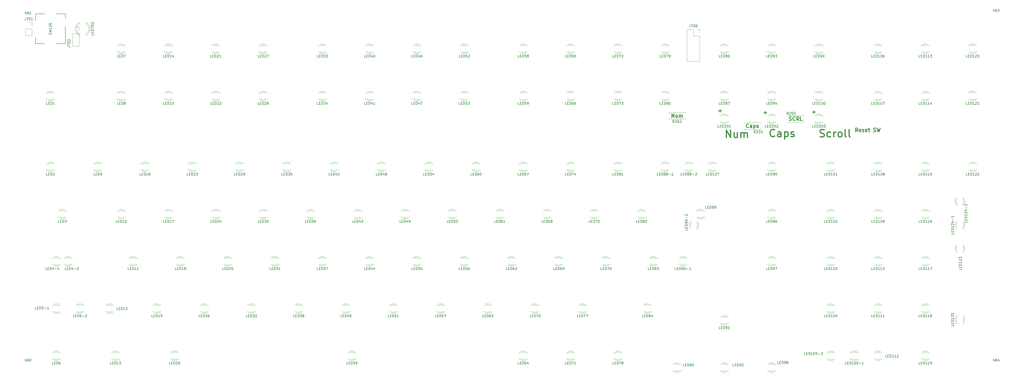
<source format=gbr>
G04 #@! TF.GenerationSoftware,KiCad,Pcbnew,(5.99.0-2421-g2ea5528cd)*
G04 #@! TF.CreationDate,2020-08-11T20:23:47-04:00*
G04 #@! TF.ProjectId,Boston-keyboard-S,426f7374-6f6e-42d6-9b65-79626f617264,rev?*
G04 #@! TF.SameCoordinates,Original*
G04 #@! TF.FileFunction,Legend,Top*
G04 #@! TF.FilePolarity,Positive*
%FSLAX46Y46*%
G04 Gerber Fmt 4.6, Leading zero omitted, Abs format (unit mm)*
G04 Created by KiCad (PCBNEW (5.99.0-2421-g2ea5528cd)) date 2020-08-11 20:23:47*
%MOMM*%
%LPD*%
G01*
G04 APERTURE LIST*
%ADD10C,0.500000*%
%ADD11C,0.300000*%
%ADD12C,0.150000*%
%ADD13C,0.120000*%
G04 APERTURE END LIST*
D10*
X376030000Y-79864285D02*
X376458571Y-80007142D01*
X377172857Y-80007142D01*
X377458571Y-79864285D01*
X377601428Y-79721428D01*
X377744285Y-79435714D01*
X377744285Y-79150000D01*
X377601428Y-78864285D01*
X377458571Y-78721428D01*
X377172857Y-78578571D01*
X376601428Y-78435714D01*
X376315714Y-78292857D01*
X376172857Y-78150000D01*
X376030000Y-77864285D01*
X376030000Y-77578571D01*
X376172857Y-77292857D01*
X376315714Y-77150000D01*
X376601428Y-77007142D01*
X377315714Y-77007142D01*
X377744285Y-77150000D01*
X380315714Y-79864285D02*
X380030000Y-80007142D01*
X379458571Y-80007142D01*
X379172857Y-79864285D01*
X379030000Y-79721428D01*
X378887142Y-79435714D01*
X378887142Y-78578571D01*
X379030000Y-78292857D01*
X379172857Y-78150000D01*
X379458571Y-78007142D01*
X380030000Y-78007142D01*
X380315714Y-78150000D01*
X381601428Y-80007142D02*
X381601428Y-78007142D01*
X381601428Y-78578571D02*
X381744285Y-78292857D01*
X381887142Y-78150000D01*
X382172857Y-78007142D01*
X382458571Y-78007142D01*
X383887142Y-80007142D02*
X383601428Y-79864285D01*
X383458571Y-79721428D01*
X383315714Y-79435714D01*
X383315714Y-78578571D01*
X383458571Y-78292857D01*
X383601428Y-78150000D01*
X383887142Y-78007142D01*
X384315714Y-78007142D01*
X384601428Y-78150000D01*
X384744285Y-78292857D01*
X384887142Y-78578571D01*
X384887142Y-79435714D01*
X384744285Y-79721428D01*
X384601428Y-79864285D01*
X384315714Y-80007142D01*
X383887142Y-80007142D01*
X386601428Y-80007142D02*
X386315714Y-79864285D01*
X386172857Y-79578571D01*
X386172857Y-77007142D01*
X388172857Y-80007142D02*
X387887142Y-79864285D01*
X387744285Y-79578571D01*
X387744285Y-77007142D01*
D11*
X372978571Y-70017142D02*
X374121428Y-70017142D01*
X373550000Y-70588571D02*
X373550000Y-69445714D01*
D10*
X338305714Y-80247142D02*
X338305714Y-77247142D01*
X340020000Y-80247142D01*
X340020000Y-77247142D01*
X342734285Y-78247142D02*
X342734285Y-80247142D01*
X341448571Y-78247142D02*
X341448571Y-79818571D01*
X341591428Y-80104285D01*
X341877142Y-80247142D01*
X342305714Y-80247142D01*
X342591428Y-80104285D01*
X342734285Y-79961428D01*
X344162857Y-80247142D02*
X344162857Y-78247142D01*
X344162857Y-78532857D02*
X344305714Y-78390000D01*
X344591428Y-78247142D01*
X345020000Y-78247142D01*
X345305714Y-78390000D01*
X345448571Y-78675714D01*
X345448571Y-80247142D01*
X345448571Y-78675714D02*
X345591428Y-78390000D01*
X345877142Y-78247142D01*
X346305714Y-78247142D01*
X346591428Y-78390000D01*
X346734285Y-78675714D01*
X346734285Y-80247142D01*
D11*
X353428571Y-70197142D02*
X354571428Y-70197142D01*
X354000000Y-70768571D02*
X354000000Y-69625714D01*
D10*
X357760000Y-79631428D02*
X357617142Y-79774285D01*
X357188571Y-79917142D01*
X356902857Y-79917142D01*
X356474285Y-79774285D01*
X356188571Y-79488571D01*
X356045714Y-79202857D01*
X355902857Y-78631428D01*
X355902857Y-78202857D01*
X356045714Y-77631428D01*
X356188571Y-77345714D01*
X356474285Y-77060000D01*
X356902857Y-76917142D01*
X357188571Y-76917142D01*
X357617142Y-77060000D01*
X357760000Y-77202857D01*
X360331428Y-79917142D02*
X360331428Y-78345714D01*
X360188571Y-78060000D01*
X359902857Y-77917142D01*
X359331428Y-77917142D01*
X359045714Y-78060000D01*
X360331428Y-79774285D02*
X360045714Y-79917142D01*
X359331428Y-79917142D01*
X359045714Y-79774285D01*
X358902857Y-79488571D01*
X358902857Y-79202857D01*
X359045714Y-78917142D01*
X359331428Y-78774285D01*
X360045714Y-78774285D01*
X360331428Y-78631428D01*
X361760000Y-77917142D02*
X361760000Y-80917142D01*
X361760000Y-78060000D02*
X362045714Y-77917142D01*
X362617142Y-77917142D01*
X362902857Y-78060000D01*
X363045714Y-78202857D01*
X363188571Y-78488571D01*
X363188571Y-79345714D01*
X363045714Y-79631428D01*
X362902857Y-79774285D01*
X362617142Y-79917142D01*
X362045714Y-79917142D01*
X361760000Y-79774285D01*
X364331428Y-79774285D02*
X364617142Y-79917142D01*
X365188571Y-79917142D01*
X365474285Y-79774285D01*
X365617142Y-79488571D01*
X365617142Y-79345714D01*
X365474285Y-79060000D01*
X365188571Y-78917142D01*
X364760000Y-78917142D01*
X364474285Y-78774285D01*
X364331428Y-78488571D01*
X364331428Y-78345714D01*
X364474285Y-78060000D01*
X364760000Y-77917142D01*
X365188571Y-77917142D01*
X365474285Y-78060000D01*
D11*
X316382857Y-72148571D02*
X316382857Y-70648571D01*
X317240000Y-72148571D01*
X317240000Y-70648571D01*
X318597142Y-71148571D02*
X318597142Y-72148571D01*
X317954285Y-71148571D02*
X317954285Y-71934285D01*
X318025714Y-72077142D01*
X318168571Y-72148571D01*
X318382857Y-72148571D01*
X318525714Y-72077142D01*
X318597142Y-72005714D01*
X319311428Y-72148571D02*
X319311428Y-71148571D01*
X319311428Y-71291428D02*
X319382857Y-71220000D01*
X319525714Y-71148571D01*
X319740000Y-71148571D01*
X319882857Y-71220000D01*
X319954285Y-71362857D01*
X319954285Y-72148571D01*
X319954285Y-71362857D02*
X320025714Y-71220000D01*
X320168571Y-71148571D01*
X320382857Y-71148571D01*
X320525714Y-71220000D01*
X320597142Y-71362857D01*
X320597142Y-72148571D01*
X347290000Y-76125714D02*
X347218571Y-76197142D01*
X347004285Y-76268571D01*
X346861428Y-76268571D01*
X346647142Y-76197142D01*
X346504285Y-76054285D01*
X346432857Y-75911428D01*
X346361428Y-75625714D01*
X346361428Y-75411428D01*
X346432857Y-75125714D01*
X346504285Y-74982857D01*
X346647142Y-74840000D01*
X346861428Y-74768571D01*
X347004285Y-74768571D01*
X347218571Y-74840000D01*
X347290000Y-74911428D01*
X348575714Y-76268571D02*
X348575714Y-75482857D01*
X348504285Y-75340000D01*
X348361428Y-75268571D01*
X348075714Y-75268571D01*
X347932857Y-75340000D01*
X348575714Y-76197142D02*
X348432857Y-76268571D01*
X348075714Y-76268571D01*
X347932857Y-76197142D01*
X347861428Y-76054285D01*
X347861428Y-75911428D01*
X347932857Y-75768571D01*
X348075714Y-75697142D01*
X348432857Y-75697142D01*
X348575714Y-75625714D01*
X349290000Y-75268571D02*
X349290000Y-76768571D01*
X349290000Y-75340000D02*
X349432857Y-75268571D01*
X349718571Y-75268571D01*
X349861428Y-75340000D01*
X349932857Y-75411428D01*
X350004285Y-75554285D01*
X350004285Y-75982857D01*
X349932857Y-76125714D01*
X349861428Y-76197142D01*
X349718571Y-76268571D01*
X349432857Y-76268571D01*
X349290000Y-76197142D01*
X350575714Y-76197142D02*
X350718571Y-76268571D01*
X351004285Y-76268571D01*
X351147142Y-76197142D01*
X351218571Y-76054285D01*
X351218571Y-75982857D01*
X351147142Y-75840000D01*
X351004285Y-75768571D01*
X350790000Y-75768571D01*
X350647142Y-75697142D01*
X350575714Y-75554285D01*
X350575714Y-75482857D01*
X350647142Y-75340000D01*
X350790000Y-75268571D01*
X351004285Y-75268571D01*
X351147142Y-75340000D01*
X363624285Y-73297142D02*
X363838571Y-73368571D01*
X364195714Y-73368571D01*
X364338571Y-73297142D01*
X364410000Y-73225714D01*
X364481428Y-73082857D01*
X364481428Y-72940000D01*
X364410000Y-72797142D01*
X364338571Y-72725714D01*
X364195714Y-72654285D01*
X363910000Y-72582857D01*
X363767142Y-72511428D01*
X363695714Y-72440000D01*
X363624285Y-72297142D01*
X363624285Y-72154285D01*
X363695714Y-72011428D01*
X363767142Y-71940000D01*
X363910000Y-71868571D01*
X364267142Y-71868571D01*
X364481428Y-71940000D01*
X365981428Y-73225714D02*
X365910000Y-73297142D01*
X365695714Y-73368571D01*
X365552857Y-73368571D01*
X365338571Y-73297142D01*
X365195714Y-73154285D01*
X365124285Y-73011428D01*
X365052857Y-72725714D01*
X365052857Y-72511428D01*
X365124285Y-72225714D01*
X365195714Y-72082857D01*
X365338571Y-71940000D01*
X365552857Y-71868571D01*
X365695714Y-71868571D01*
X365910000Y-71940000D01*
X365981428Y-72011428D01*
X367481428Y-73368571D02*
X366981428Y-72654285D01*
X366624285Y-73368571D02*
X366624285Y-71868571D01*
X367195714Y-71868571D01*
X367338571Y-71940000D01*
X367410000Y-72011428D01*
X367481428Y-72154285D01*
X367481428Y-72368571D01*
X367410000Y-72511428D01*
X367338571Y-72582857D01*
X367195714Y-72654285D01*
X366624285Y-72654285D01*
X368838571Y-73368571D02*
X368124285Y-73368571D01*
X368124285Y-71868571D01*
X335198571Y-69497142D02*
X336341428Y-69497142D01*
X335770000Y-70068571D02*
X335770000Y-68925714D01*
X391247500Y-77926071D02*
X390747500Y-77211785D01*
X390390357Y-77926071D02*
X390390357Y-76426071D01*
X390961785Y-76426071D01*
X391104642Y-76497500D01*
X391176071Y-76568928D01*
X391247500Y-76711785D01*
X391247500Y-76926071D01*
X391176071Y-77068928D01*
X391104642Y-77140357D01*
X390961785Y-77211785D01*
X390390357Y-77211785D01*
X392461785Y-77854642D02*
X392318928Y-77926071D01*
X392033214Y-77926071D01*
X391890357Y-77854642D01*
X391818928Y-77711785D01*
X391818928Y-77140357D01*
X391890357Y-76997500D01*
X392033214Y-76926071D01*
X392318928Y-76926071D01*
X392461785Y-76997500D01*
X392533214Y-77140357D01*
X392533214Y-77283214D01*
X391818928Y-77426071D01*
X393104642Y-77854642D02*
X393247500Y-77926071D01*
X393533214Y-77926071D01*
X393676071Y-77854642D01*
X393747500Y-77711785D01*
X393747500Y-77640357D01*
X393676071Y-77497500D01*
X393533214Y-77426071D01*
X393318928Y-77426071D01*
X393176071Y-77354642D01*
X393104642Y-77211785D01*
X393104642Y-77140357D01*
X393176071Y-76997500D01*
X393318928Y-76926071D01*
X393533214Y-76926071D01*
X393676071Y-76997500D01*
X394961785Y-77854642D02*
X394818928Y-77926071D01*
X394533214Y-77926071D01*
X394390357Y-77854642D01*
X394318928Y-77711785D01*
X394318928Y-77140357D01*
X394390357Y-76997500D01*
X394533214Y-76926071D01*
X394818928Y-76926071D01*
X394961785Y-76997500D01*
X395033214Y-77140357D01*
X395033214Y-77283214D01*
X394318928Y-77426071D01*
X395461785Y-76926071D02*
X396033214Y-76926071D01*
X395676071Y-76426071D02*
X395676071Y-77711785D01*
X395747500Y-77854642D01*
X395890357Y-77926071D01*
X396033214Y-77926071D01*
X397604642Y-77854642D02*
X397818928Y-77926071D01*
X398176071Y-77926071D01*
X398318928Y-77854642D01*
X398390357Y-77783214D01*
X398461785Y-77640357D01*
X398461785Y-77497500D01*
X398390357Y-77354642D01*
X398318928Y-77283214D01*
X398176071Y-77211785D01*
X397890357Y-77140357D01*
X397747500Y-77068928D01*
X397676071Y-76997500D01*
X397604642Y-76854642D01*
X397604642Y-76711785D01*
X397676071Y-76568928D01*
X397747500Y-76497500D01*
X397890357Y-76426071D01*
X398247500Y-76426071D01*
X398461785Y-76497500D01*
X398961785Y-76426071D02*
X399318928Y-77926071D01*
X399604642Y-76854642D01*
X399890357Y-77926071D01*
X400247500Y-76426071D01*
D12*
X55969285Y-31857380D02*
X55969285Y-32571666D01*
X55921666Y-32714523D01*
X55826428Y-32809761D01*
X55683571Y-32857380D01*
X55588333Y-32857380D01*
X56350238Y-31857380D02*
X57016904Y-31857380D01*
X56588333Y-32857380D01*
X57588333Y-31857380D02*
X57683571Y-31857380D01*
X57778809Y-31905000D01*
X57826428Y-31952619D01*
X57874047Y-32047857D01*
X57921666Y-32238333D01*
X57921666Y-32476428D01*
X57874047Y-32666904D01*
X57826428Y-32762142D01*
X57778809Y-32809761D01*
X57683571Y-32857380D01*
X57588333Y-32857380D01*
X57493095Y-32809761D01*
X57445476Y-32762142D01*
X57397857Y-32666904D01*
X57350238Y-32476428D01*
X57350238Y-32238333D01*
X57397857Y-32047857D01*
X57445476Y-31952619D01*
X57493095Y-31905000D01*
X57588333Y-31857380D01*
X58874047Y-32857380D02*
X58302619Y-32857380D01*
X58588333Y-32857380D02*
X58588333Y-31857380D01*
X58493095Y-32000238D01*
X58397857Y-32095476D01*
X58302619Y-32143095D01*
X83412380Y-38446428D02*
X83412380Y-38922619D01*
X82412380Y-38922619D01*
X82888571Y-38113095D02*
X82888571Y-37779761D01*
X83412380Y-37636904D02*
X83412380Y-38113095D01*
X82412380Y-38113095D01*
X82412380Y-37636904D01*
X83412380Y-37208333D02*
X82412380Y-37208333D01*
X82412380Y-36970238D01*
X82460000Y-36827380D01*
X82555238Y-36732142D01*
X82650476Y-36684523D01*
X82840952Y-36636904D01*
X82983809Y-36636904D01*
X83174285Y-36684523D01*
X83269523Y-36732142D01*
X83364761Y-36827380D01*
X83412380Y-36970238D01*
X83412380Y-37208333D01*
X82412380Y-36303571D02*
X82412380Y-35636904D01*
X83412380Y-36065476D01*
X82412380Y-35065476D02*
X82412380Y-34970238D01*
X82460000Y-34875000D01*
X82507619Y-34827380D01*
X82602857Y-34779761D01*
X82793333Y-34732142D01*
X83031428Y-34732142D01*
X83221904Y-34779761D01*
X83317142Y-34827380D01*
X83364761Y-34875000D01*
X83412380Y-34970238D01*
X83412380Y-35065476D01*
X83364761Y-35160714D01*
X83317142Y-35208333D01*
X83221904Y-35255952D01*
X83031428Y-35303571D01*
X82793333Y-35303571D01*
X82602857Y-35255952D01*
X82507619Y-35208333D01*
X82460000Y-35160714D01*
X82412380Y-35065476D01*
X82507619Y-34351190D02*
X82460000Y-34303571D01*
X82412380Y-34208333D01*
X82412380Y-33970238D01*
X82460000Y-33875000D01*
X82507619Y-33827380D01*
X82602857Y-33779761D01*
X82698095Y-33779761D01*
X82840952Y-33827380D01*
X83412380Y-34398809D01*
X83412380Y-33779761D01*
X72972380Y-43570714D02*
X73686666Y-43570714D01*
X73829523Y-43618333D01*
X73924761Y-43713571D01*
X73972380Y-43856428D01*
X73972380Y-43951666D01*
X72972380Y-43189761D02*
X72972380Y-42523095D01*
X73972380Y-42951666D01*
X72972380Y-41951666D02*
X72972380Y-41856428D01*
X73020000Y-41761190D01*
X73067619Y-41713571D01*
X73162857Y-41665952D01*
X73353333Y-41618333D01*
X73591428Y-41618333D01*
X73781904Y-41665952D01*
X73877142Y-41713571D01*
X73924761Y-41761190D01*
X73972380Y-41856428D01*
X73972380Y-41951666D01*
X73924761Y-42046904D01*
X73877142Y-42094523D01*
X73781904Y-42142142D01*
X73591428Y-42189761D01*
X73353333Y-42189761D01*
X73162857Y-42142142D01*
X73067619Y-42094523D01*
X73020000Y-42046904D01*
X72972380Y-41951666D01*
X73067619Y-41237380D02*
X73020000Y-41189761D01*
X72972380Y-41094523D01*
X72972380Y-40856428D01*
X73020000Y-40761190D01*
X73067619Y-40713571D01*
X73162857Y-40665952D01*
X73258095Y-40665952D01*
X73400952Y-40713571D01*
X73972380Y-41285000D01*
X73972380Y-40665952D01*
X378253571Y-133592380D02*
X377777380Y-133592380D01*
X377777380Y-132592380D01*
X378586904Y-133068571D02*
X378920238Y-133068571D01*
X379063095Y-133592380D02*
X378586904Y-133592380D01*
X378586904Y-132592380D01*
X379063095Y-132592380D01*
X379491666Y-133592380D02*
X379491666Y-132592380D01*
X379729761Y-132592380D01*
X379872619Y-132640000D01*
X379967857Y-132735238D01*
X380015476Y-132830476D01*
X380063095Y-133020952D01*
X380063095Y-133163809D01*
X380015476Y-133354285D01*
X379967857Y-133449523D01*
X379872619Y-133544761D01*
X379729761Y-133592380D01*
X379491666Y-133592380D01*
X381015476Y-133592380D02*
X380444047Y-133592380D01*
X380729761Y-133592380D02*
X380729761Y-132592380D01*
X380634523Y-132735238D01*
X380539285Y-132830476D01*
X380444047Y-132878095D01*
X381634523Y-132592380D02*
X381729761Y-132592380D01*
X381825000Y-132640000D01*
X381872619Y-132687619D01*
X381920238Y-132782857D01*
X381967857Y-132973333D01*
X381967857Y-133211428D01*
X381920238Y-133401904D01*
X381872619Y-133497142D01*
X381825000Y-133544761D01*
X381729761Y-133592380D01*
X381634523Y-133592380D01*
X381539285Y-133544761D01*
X381491666Y-133497142D01*
X381444047Y-133401904D01*
X381396428Y-133211428D01*
X381396428Y-132973333D01*
X381444047Y-132782857D01*
X381491666Y-132687619D01*
X381539285Y-132640000D01*
X381634523Y-132592380D01*
X382301190Y-132592380D02*
X382920238Y-132592380D01*
X382586904Y-132973333D01*
X382729761Y-132973333D01*
X382825000Y-133020952D01*
X382872619Y-133068571D01*
X382920238Y-133163809D01*
X382920238Y-133401904D01*
X382872619Y-133497142D01*
X382825000Y-133544761D01*
X382729761Y-133592380D01*
X382444047Y-133592380D01*
X382348809Y-133544761D01*
X382301190Y-133497142D01*
X178704761Y-95492380D02*
X178228571Y-95492380D01*
X178228571Y-94492380D01*
X179038095Y-94968571D02*
X179371428Y-94968571D01*
X179514285Y-95492380D02*
X179038095Y-95492380D01*
X179038095Y-94492380D01*
X179514285Y-94492380D01*
X179942857Y-95492380D02*
X179942857Y-94492380D01*
X180180952Y-94492380D01*
X180323809Y-94540000D01*
X180419047Y-94635238D01*
X180466666Y-94730476D01*
X180514285Y-94920952D01*
X180514285Y-95063809D01*
X180466666Y-95254285D01*
X180419047Y-95349523D01*
X180323809Y-95444761D01*
X180180952Y-95492380D01*
X179942857Y-95492380D01*
X181371428Y-94825714D02*
X181371428Y-95492380D01*
X181133333Y-94444761D02*
X180895238Y-95159047D01*
X181514285Y-95159047D01*
X181847619Y-94587619D02*
X181895238Y-94540000D01*
X181990476Y-94492380D01*
X182228571Y-94492380D01*
X182323809Y-94540000D01*
X182371428Y-94587619D01*
X182419047Y-94682857D01*
X182419047Y-94778095D01*
X182371428Y-94920952D01*
X181800000Y-95492380D01*
X182419047Y-95492380D01*
X416353571Y-171692380D02*
X415877380Y-171692380D01*
X415877380Y-170692380D01*
X416686904Y-171168571D02*
X417020238Y-171168571D01*
X417163095Y-171692380D02*
X416686904Y-171692380D01*
X416686904Y-170692380D01*
X417163095Y-170692380D01*
X417591666Y-171692380D02*
X417591666Y-170692380D01*
X417829761Y-170692380D01*
X417972619Y-170740000D01*
X418067857Y-170835238D01*
X418115476Y-170930476D01*
X418163095Y-171120952D01*
X418163095Y-171263809D01*
X418115476Y-171454285D01*
X418067857Y-171549523D01*
X417972619Y-171644761D01*
X417829761Y-171692380D01*
X417591666Y-171692380D01*
X419115476Y-171692380D02*
X418544047Y-171692380D01*
X418829761Y-171692380D02*
X418829761Y-170692380D01*
X418734523Y-170835238D01*
X418639285Y-170930476D01*
X418544047Y-170978095D01*
X420067857Y-171692380D02*
X419496428Y-171692380D01*
X419782142Y-171692380D02*
X419782142Y-170692380D01*
X419686904Y-170835238D01*
X419591666Y-170930476D01*
X419496428Y-170978095D01*
X420544047Y-171692380D02*
X420734523Y-171692380D01*
X420829761Y-171644761D01*
X420877380Y-171597142D01*
X420972619Y-171454285D01*
X421020238Y-171263809D01*
X421020238Y-170882857D01*
X420972619Y-170787619D01*
X420925000Y-170740000D01*
X420829761Y-170692380D01*
X420639285Y-170692380D01*
X420544047Y-170740000D01*
X420496428Y-170787619D01*
X420448809Y-170882857D01*
X420448809Y-171120952D01*
X420496428Y-171216190D01*
X420544047Y-171263809D01*
X420639285Y-171311428D01*
X420829761Y-171311428D01*
X420925000Y-171263809D01*
X420972619Y-171216190D01*
X421020238Y-171120952D01*
X250142261Y-133592380D02*
X249666071Y-133592380D01*
X249666071Y-132592380D01*
X250475595Y-133068571D02*
X250808928Y-133068571D01*
X250951785Y-133592380D02*
X250475595Y-133592380D01*
X250475595Y-132592380D01*
X250951785Y-132592380D01*
X251380357Y-133592380D02*
X251380357Y-132592380D01*
X251618452Y-132592380D01*
X251761309Y-132640000D01*
X251856547Y-132735238D01*
X251904166Y-132830476D01*
X251951785Y-133020952D01*
X251951785Y-133163809D01*
X251904166Y-133354285D01*
X251856547Y-133449523D01*
X251761309Y-133544761D01*
X251618452Y-133592380D01*
X251380357Y-133592380D01*
X252808928Y-132592380D02*
X252618452Y-132592380D01*
X252523214Y-132640000D01*
X252475595Y-132687619D01*
X252380357Y-132830476D01*
X252332738Y-133020952D01*
X252332738Y-133401904D01*
X252380357Y-133497142D01*
X252427976Y-133544761D01*
X252523214Y-133592380D01*
X252713690Y-133592380D01*
X252808928Y-133544761D01*
X252856547Y-133497142D01*
X252904166Y-133401904D01*
X252904166Y-133163809D01*
X252856547Y-133068571D01*
X252808928Y-133020952D01*
X252713690Y-132973333D01*
X252523214Y-132973333D01*
X252427976Y-133020952D01*
X252380357Y-133068571D01*
X252332738Y-133163809D01*
X253285119Y-132687619D02*
X253332738Y-132640000D01*
X253427976Y-132592380D01*
X253666071Y-132592380D01*
X253761309Y-132640000D01*
X253808928Y-132687619D01*
X253856547Y-132782857D01*
X253856547Y-132878095D01*
X253808928Y-133020952D01*
X253237500Y-133592380D01*
X253856547Y-133592380D01*
X235854761Y-95492380D02*
X235378571Y-95492380D01*
X235378571Y-94492380D01*
X236188095Y-94968571D02*
X236521428Y-94968571D01*
X236664285Y-95492380D02*
X236188095Y-95492380D01*
X236188095Y-94492380D01*
X236664285Y-94492380D01*
X237092857Y-95492380D02*
X237092857Y-94492380D01*
X237330952Y-94492380D01*
X237473809Y-94540000D01*
X237569047Y-94635238D01*
X237616666Y-94730476D01*
X237664285Y-94920952D01*
X237664285Y-95063809D01*
X237616666Y-95254285D01*
X237569047Y-95349523D01*
X237473809Y-95444761D01*
X237330952Y-95492380D01*
X237092857Y-95492380D01*
X238521428Y-94492380D02*
X238330952Y-94492380D01*
X238235714Y-94540000D01*
X238188095Y-94587619D01*
X238092857Y-94730476D01*
X238045238Y-94920952D01*
X238045238Y-95301904D01*
X238092857Y-95397142D01*
X238140476Y-95444761D01*
X238235714Y-95492380D01*
X238426190Y-95492380D01*
X238521428Y-95444761D01*
X238569047Y-95397142D01*
X238616666Y-95301904D01*
X238616666Y-95063809D01*
X238569047Y-94968571D01*
X238521428Y-94920952D01*
X238426190Y-94873333D01*
X238235714Y-94873333D01*
X238140476Y-94920952D01*
X238092857Y-94968571D01*
X238045238Y-95063809D01*
X239235714Y-94492380D02*
X239330952Y-94492380D01*
X239426190Y-94540000D01*
X239473809Y-94587619D01*
X239521428Y-94682857D01*
X239569047Y-94873333D01*
X239569047Y-95111428D01*
X239521428Y-95301904D01*
X239473809Y-95397142D01*
X239426190Y-95444761D01*
X239330952Y-95492380D01*
X239235714Y-95492380D01*
X239140476Y-95444761D01*
X239092857Y-95397142D01*
X239045238Y-95301904D01*
X238997619Y-95111428D01*
X238997619Y-94873333D01*
X239045238Y-94682857D01*
X239092857Y-94587619D01*
X239140476Y-94540000D01*
X239235714Y-94492380D01*
X150129761Y-114542380D02*
X149653571Y-114542380D01*
X149653571Y-113542380D01*
X150463095Y-114018571D02*
X150796428Y-114018571D01*
X150939285Y-114542380D02*
X150463095Y-114542380D01*
X150463095Y-113542380D01*
X150939285Y-113542380D01*
X151367857Y-114542380D02*
X151367857Y-113542380D01*
X151605952Y-113542380D01*
X151748809Y-113590000D01*
X151844047Y-113685238D01*
X151891666Y-113780476D01*
X151939285Y-113970952D01*
X151939285Y-114113809D01*
X151891666Y-114304285D01*
X151844047Y-114399523D01*
X151748809Y-114494761D01*
X151605952Y-114542380D01*
X151367857Y-114542380D01*
X152272619Y-113542380D02*
X152891666Y-113542380D01*
X152558333Y-113923333D01*
X152701190Y-113923333D01*
X152796428Y-113970952D01*
X152844047Y-114018571D01*
X152891666Y-114113809D01*
X152891666Y-114351904D01*
X152844047Y-114447142D01*
X152796428Y-114494761D01*
X152701190Y-114542380D01*
X152415476Y-114542380D01*
X152320238Y-114494761D01*
X152272619Y-114447142D01*
X153510714Y-113542380D02*
X153605952Y-113542380D01*
X153701190Y-113590000D01*
X153748809Y-113637619D01*
X153796428Y-113732857D01*
X153844047Y-113923333D01*
X153844047Y-114161428D01*
X153796428Y-114351904D01*
X153748809Y-114447142D01*
X153701190Y-114494761D01*
X153605952Y-114542380D01*
X153510714Y-114542380D01*
X153415476Y-114494761D01*
X153367857Y-114447142D01*
X153320238Y-114351904D01*
X153272619Y-114161428D01*
X153272619Y-113923333D01*
X153320238Y-113732857D01*
X153367857Y-113637619D01*
X153415476Y-113590000D01*
X153510714Y-113542380D01*
X293004761Y-171692380D02*
X292528571Y-171692380D01*
X292528571Y-170692380D01*
X293338095Y-171168571D02*
X293671428Y-171168571D01*
X293814285Y-171692380D02*
X293338095Y-171692380D01*
X293338095Y-170692380D01*
X293814285Y-170692380D01*
X294242857Y-171692380D02*
X294242857Y-170692380D01*
X294480952Y-170692380D01*
X294623809Y-170740000D01*
X294719047Y-170835238D01*
X294766666Y-170930476D01*
X294814285Y-171120952D01*
X294814285Y-171263809D01*
X294766666Y-171454285D01*
X294719047Y-171549523D01*
X294623809Y-171644761D01*
X294480952Y-171692380D01*
X294242857Y-171692380D01*
X295147619Y-170692380D02*
X295814285Y-170692380D01*
X295385714Y-171692380D01*
X296338095Y-171120952D02*
X296242857Y-171073333D01*
X296195238Y-171025714D01*
X296147619Y-170930476D01*
X296147619Y-170882857D01*
X296195238Y-170787619D01*
X296242857Y-170740000D01*
X296338095Y-170692380D01*
X296528571Y-170692380D01*
X296623809Y-170740000D01*
X296671428Y-170787619D01*
X296719047Y-170882857D01*
X296719047Y-170930476D01*
X296671428Y-171025714D01*
X296623809Y-171073333D01*
X296528571Y-171120952D01*
X296338095Y-171120952D01*
X296242857Y-171168571D01*
X296195238Y-171216190D01*
X296147619Y-171311428D01*
X296147619Y-171501904D01*
X296195238Y-171597142D01*
X296242857Y-171644761D01*
X296338095Y-171692380D01*
X296528571Y-171692380D01*
X296623809Y-171644761D01*
X296671428Y-171597142D01*
X296719047Y-171501904D01*
X296719047Y-171311428D01*
X296671428Y-171216190D01*
X296623809Y-171168571D01*
X296528571Y-171120952D01*
X330628571Y-95492380D02*
X330152380Y-95492380D01*
X330152380Y-94492380D01*
X330961904Y-94968571D02*
X331295238Y-94968571D01*
X331438095Y-95492380D02*
X330961904Y-95492380D01*
X330961904Y-94492380D01*
X331438095Y-94492380D01*
X331866666Y-95492380D02*
X331866666Y-94492380D01*
X332104761Y-94492380D01*
X332247619Y-94540000D01*
X332342857Y-94635238D01*
X332390476Y-94730476D01*
X332438095Y-94920952D01*
X332438095Y-95063809D01*
X332390476Y-95254285D01*
X332342857Y-95349523D01*
X332247619Y-95444761D01*
X332104761Y-95492380D01*
X331866666Y-95492380D01*
X333390476Y-95492380D02*
X332819047Y-95492380D01*
X333104761Y-95492380D02*
X333104761Y-94492380D01*
X333009523Y-94635238D01*
X332914285Y-94730476D01*
X332819047Y-94778095D01*
X333771428Y-94587619D02*
X333819047Y-94540000D01*
X333914285Y-94492380D01*
X334152380Y-94492380D01*
X334247619Y-94540000D01*
X334295238Y-94587619D01*
X334342857Y-94682857D01*
X334342857Y-94778095D01*
X334295238Y-94920952D01*
X333723809Y-95492380D01*
X334342857Y-95492380D01*
X334676190Y-94492380D02*
X335342857Y-94492380D01*
X334914285Y-95492380D01*
X164417261Y-152642380D02*
X163941071Y-152642380D01*
X163941071Y-151642380D01*
X164750595Y-152118571D02*
X165083928Y-152118571D01*
X165226785Y-152642380D02*
X164750595Y-152642380D01*
X164750595Y-151642380D01*
X165226785Y-151642380D01*
X165655357Y-152642380D02*
X165655357Y-151642380D01*
X165893452Y-151642380D01*
X166036309Y-151690000D01*
X166131547Y-151785238D01*
X166179166Y-151880476D01*
X166226785Y-152070952D01*
X166226785Y-152213809D01*
X166179166Y-152404285D01*
X166131547Y-152499523D01*
X166036309Y-152594761D01*
X165893452Y-152642380D01*
X165655357Y-152642380D01*
X166560119Y-151642380D02*
X167179166Y-151642380D01*
X166845833Y-152023333D01*
X166988690Y-152023333D01*
X167083928Y-152070952D01*
X167131547Y-152118571D01*
X167179166Y-152213809D01*
X167179166Y-152451904D01*
X167131547Y-152547142D01*
X167083928Y-152594761D01*
X166988690Y-152642380D01*
X166702976Y-152642380D01*
X166607738Y-152594761D01*
X166560119Y-152547142D01*
X167750595Y-152070952D02*
X167655357Y-152023333D01*
X167607738Y-151975714D01*
X167560119Y-151880476D01*
X167560119Y-151832857D01*
X167607738Y-151737619D01*
X167655357Y-151690000D01*
X167750595Y-151642380D01*
X167941071Y-151642380D01*
X168036309Y-151690000D01*
X168083928Y-151737619D01*
X168131547Y-151832857D01*
X168131547Y-151880476D01*
X168083928Y-151975714D01*
X168036309Y-152023333D01*
X167941071Y-152070952D01*
X167750595Y-152070952D01*
X167655357Y-152118571D01*
X167607738Y-152166190D01*
X167560119Y-152261428D01*
X167560119Y-152451904D01*
X167607738Y-152547142D01*
X167655357Y-152594761D01*
X167750595Y-152642380D01*
X167941071Y-152642380D01*
X168036309Y-152594761D01*
X168083928Y-152547142D01*
X168131547Y-152451904D01*
X168131547Y-152261428D01*
X168083928Y-152166190D01*
X168036309Y-152118571D01*
X167941071Y-152070952D01*
X231092261Y-66917380D02*
X230616071Y-66917380D01*
X230616071Y-65917380D01*
X231425595Y-66393571D02*
X231758928Y-66393571D01*
X231901785Y-66917380D02*
X231425595Y-66917380D01*
X231425595Y-65917380D01*
X231901785Y-65917380D01*
X232330357Y-66917380D02*
X232330357Y-65917380D01*
X232568452Y-65917380D01*
X232711309Y-65965000D01*
X232806547Y-66060238D01*
X232854166Y-66155476D01*
X232901785Y-66345952D01*
X232901785Y-66488809D01*
X232854166Y-66679285D01*
X232806547Y-66774523D01*
X232711309Y-66869761D01*
X232568452Y-66917380D01*
X232330357Y-66917380D01*
X233806547Y-65917380D02*
X233330357Y-65917380D01*
X233282738Y-66393571D01*
X233330357Y-66345952D01*
X233425595Y-66298333D01*
X233663690Y-66298333D01*
X233758928Y-66345952D01*
X233806547Y-66393571D01*
X233854166Y-66488809D01*
X233854166Y-66726904D01*
X233806547Y-66822142D01*
X233758928Y-66869761D01*
X233663690Y-66917380D01*
X233425595Y-66917380D01*
X233330357Y-66869761D01*
X233282738Y-66822142D01*
X234187500Y-65917380D02*
X234806547Y-65917380D01*
X234473214Y-66298333D01*
X234616071Y-66298333D01*
X234711309Y-66345952D01*
X234758928Y-66393571D01*
X234806547Y-66488809D01*
X234806547Y-66726904D01*
X234758928Y-66822142D01*
X234711309Y-66869761D01*
X234616071Y-66917380D01*
X234330357Y-66917380D01*
X234235119Y-66869761D01*
X234187500Y-66822142D01*
X335867261Y-157404880D02*
X335391071Y-157404880D01*
X335391071Y-156404880D01*
X336200595Y-156881071D02*
X336533928Y-156881071D01*
X336676785Y-157404880D02*
X336200595Y-157404880D01*
X336200595Y-156404880D01*
X336676785Y-156404880D01*
X337105357Y-157404880D02*
X337105357Y-156404880D01*
X337343452Y-156404880D01*
X337486309Y-156452500D01*
X337581547Y-156547738D01*
X337629166Y-156642976D01*
X337676785Y-156833452D01*
X337676785Y-156976309D01*
X337629166Y-157166785D01*
X337581547Y-157262023D01*
X337486309Y-157357261D01*
X337343452Y-157404880D01*
X337105357Y-157404880D01*
X338152976Y-157404880D02*
X338343452Y-157404880D01*
X338438690Y-157357261D01*
X338486309Y-157309642D01*
X338581547Y-157166785D01*
X338629166Y-156976309D01*
X338629166Y-156595357D01*
X338581547Y-156500119D01*
X338533928Y-156452500D01*
X338438690Y-156404880D01*
X338248214Y-156404880D01*
X338152976Y-156452500D01*
X338105357Y-156500119D01*
X338057738Y-156595357D01*
X338057738Y-156833452D01*
X338105357Y-156928690D01*
X338152976Y-156976309D01*
X338248214Y-157023928D01*
X338438690Y-157023928D01*
X338533928Y-156976309D01*
X338581547Y-156928690D01*
X338629166Y-156833452D01*
X339581547Y-157404880D02*
X339010119Y-157404880D01*
X339295833Y-157404880D02*
X339295833Y-156404880D01*
X339200595Y-156547738D01*
X339105357Y-156642976D01*
X339010119Y-156690595D01*
X67262202Y-171692380D02*
X66786011Y-171692380D01*
X66786011Y-170692380D01*
X67595535Y-171168571D02*
X67928869Y-171168571D01*
X68071726Y-171692380D02*
X67595535Y-171692380D01*
X67595535Y-170692380D01*
X68071726Y-170692380D01*
X68500297Y-171692380D02*
X68500297Y-170692380D01*
X68738392Y-170692380D01*
X68881250Y-170740000D01*
X68976488Y-170835238D01*
X69024107Y-170930476D01*
X69071726Y-171120952D01*
X69071726Y-171263809D01*
X69024107Y-171454285D01*
X68976488Y-171549523D01*
X68881250Y-171644761D01*
X68738392Y-171692380D01*
X68500297Y-171692380D01*
X69928869Y-170692380D02*
X69738392Y-170692380D01*
X69643154Y-170740000D01*
X69595535Y-170787619D01*
X69500297Y-170930476D01*
X69452678Y-171120952D01*
X69452678Y-171501904D01*
X69500297Y-171597142D01*
X69547916Y-171644761D01*
X69643154Y-171692380D01*
X69833630Y-171692380D01*
X69928869Y-171644761D01*
X69976488Y-171597142D01*
X70024107Y-171501904D01*
X70024107Y-171263809D01*
X69976488Y-171168571D01*
X69928869Y-171120952D01*
X69833630Y-171073333D01*
X69643154Y-171073333D01*
X69547916Y-171120952D01*
X69500297Y-171168571D01*
X69452678Y-171263809D01*
X416353571Y-95492380D02*
X415877380Y-95492380D01*
X415877380Y-94492380D01*
X416686904Y-94968571D02*
X417020238Y-94968571D01*
X417163095Y-95492380D02*
X416686904Y-95492380D01*
X416686904Y-94492380D01*
X417163095Y-94492380D01*
X417591666Y-95492380D02*
X417591666Y-94492380D01*
X417829761Y-94492380D01*
X417972619Y-94540000D01*
X418067857Y-94635238D01*
X418115476Y-94730476D01*
X418163095Y-94920952D01*
X418163095Y-95063809D01*
X418115476Y-95254285D01*
X418067857Y-95349523D01*
X417972619Y-95444761D01*
X417829761Y-95492380D01*
X417591666Y-95492380D01*
X419115476Y-95492380D02*
X418544047Y-95492380D01*
X418829761Y-95492380D02*
X418829761Y-94492380D01*
X418734523Y-94635238D01*
X418639285Y-94730476D01*
X418544047Y-94778095D01*
X420067857Y-95492380D02*
X419496428Y-95492380D01*
X419782142Y-95492380D02*
X419782142Y-94492380D01*
X419686904Y-94635238D01*
X419591666Y-94730476D01*
X419496428Y-94778095D01*
X420972619Y-94492380D02*
X420496428Y-94492380D01*
X420448809Y-94968571D01*
X420496428Y-94920952D01*
X420591666Y-94873333D01*
X420829761Y-94873333D01*
X420925000Y-94920952D01*
X420972619Y-94968571D01*
X421020238Y-95063809D01*
X421020238Y-95301904D01*
X420972619Y-95397142D01*
X420925000Y-95444761D01*
X420829761Y-95492380D01*
X420591666Y-95492380D01*
X420496428Y-95444761D01*
X420448809Y-95397142D01*
X435403571Y-47841980D02*
X434927380Y-47841980D01*
X434927380Y-46841980D01*
X435736904Y-47318171D02*
X436070238Y-47318171D01*
X436213095Y-47841980D02*
X435736904Y-47841980D01*
X435736904Y-46841980D01*
X436213095Y-46841980D01*
X436641666Y-47841980D02*
X436641666Y-46841980D01*
X436879761Y-46841980D01*
X437022619Y-46889600D01*
X437117857Y-46984838D01*
X437165476Y-47080076D01*
X437213095Y-47270552D01*
X437213095Y-47413409D01*
X437165476Y-47603885D01*
X437117857Y-47699123D01*
X437022619Y-47794361D01*
X436879761Y-47841980D01*
X436641666Y-47841980D01*
X438165476Y-47841980D02*
X437594047Y-47841980D01*
X437879761Y-47841980D02*
X437879761Y-46841980D01*
X437784523Y-46984838D01*
X437689285Y-47080076D01*
X437594047Y-47127695D01*
X438546428Y-46937219D02*
X438594047Y-46889600D01*
X438689285Y-46841980D01*
X438927380Y-46841980D01*
X439022619Y-46889600D01*
X439070238Y-46937219D01*
X439117857Y-47032457D01*
X439117857Y-47127695D01*
X439070238Y-47270552D01*
X438498809Y-47841980D01*
X439117857Y-47841980D01*
X439736904Y-46841980D02*
X439832142Y-46841980D01*
X439927380Y-46889600D01*
X439975000Y-46937219D01*
X440022619Y-47032457D01*
X440070238Y-47222933D01*
X440070238Y-47461028D01*
X440022619Y-47651504D01*
X439975000Y-47746742D01*
X439927380Y-47794361D01*
X439832142Y-47841980D01*
X439736904Y-47841980D01*
X439641666Y-47794361D01*
X439594047Y-47746742D01*
X439546428Y-47651504D01*
X439498809Y-47461028D01*
X439498809Y-47222933D01*
X439546428Y-47032457D01*
X439594047Y-46937219D01*
X439641666Y-46889600D01*
X439736904Y-46841980D01*
X112029761Y-66917380D02*
X111553571Y-66917380D01*
X111553571Y-65917380D01*
X112363095Y-66393571D02*
X112696428Y-66393571D01*
X112839285Y-66917380D02*
X112363095Y-66917380D01*
X112363095Y-65917380D01*
X112839285Y-65917380D01*
X113267857Y-66917380D02*
X113267857Y-65917380D01*
X113505952Y-65917380D01*
X113648809Y-65965000D01*
X113744047Y-66060238D01*
X113791666Y-66155476D01*
X113839285Y-66345952D01*
X113839285Y-66488809D01*
X113791666Y-66679285D01*
X113744047Y-66774523D01*
X113648809Y-66869761D01*
X113505952Y-66917380D01*
X113267857Y-66917380D01*
X114791666Y-66917380D02*
X114220238Y-66917380D01*
X114505952Y-66917380D02*
X114505952Y-65917380D01*
X114410714Y-66060238D01*
X114315476Y-66155476D01*
X114220238Y-66203095D01*
X115696428Y-65917380D02*
X115220238Y-65917380D01*
X115172619Y-66393571D01*
X115220238Y-66345952D01*
X115315476Y-66298333D01*
X115553571Y-66298333D01*
X115648809Y-66345952D01*
X115696428Y-66393571D01*
X115744047Y-66488809D01*
X115744047Y-66726904D01*
X115696428Y-66822142D01*
X115648809Y-66869761D01*
X115553571Y-66917380D01*
X115315476Y-66917380D01*
X115220238Y-66869761D01*
X115172619Y-66822142D01*
X192992261Y-47867380D02*
X192516071Y-47867380D01*
X192516071Y-46867380D01*
X193325595Y-47343571D02*
X193658928Y-47343571D01*
X193801785Y-47867380D02*
X193325595Y-47867380D01*
X193325595Y-46867380D01*
X193801785Y-46867380D01*
X194230357Y-47867380D02*
X194230357Y-46867380D01*
X194468452Y-46867380D01*
X194611309Y-46915000D01*
X194706547Y-47010238D01*
X194754166Y-47105476D01*
X194801785Y-47295952D01*
X194801785Y-47438809D01*
X194754166Y-47629285D01*
X194706547Y-47724523D01*
X194611309Y-47819761D01*
X194468452Y-47867380D01*
X194230357Y-47867380D01*
X195658928Y-47200714D02*
X195658928Y-47867380D01*
X195420833Y-46819761D02*
X195182738Y-47534047D01*
X195801785Y-47534047D01*
X196373214Y-46867380D02*
X196468452Y-46867380D01*
X196563690Y-46915000D01*
X196611309Y-46962619D01*
X196658928Y-47057857D01*
X196706547Y-47248333D01*
X196706547Y-47486428D01*
X196658928Y-47676904D01*
X196611309Y-47772142D01*
X196563690Y-47819761D01*
X196468452Y-47867380D01*
X196373214Y-47867380D01*
X196277976Y-47819761D01*
X196230357Y-47772142D01*
X196182738Y-47676904D01*
X196135119Y-47486428D01*
X196135119Y-47248333D01*
X196182738Y-47057857D01*
X196230357Y-46962619D01*
X196277976Y-46915000D01*
X196373214Y-46867380D01*
X112029761Y-114542380D02*
X111553571Y-114542380D01*
X111553571Y-113542380D01*
X112363095Y-114018571D02*
X112696428Y-114018571D01*
X112839285Y-114542380D02*
X112363095Y-114542380D01*
X112363095Y-113542380D01*
X112839285Y-113542380D01*
X113267857Y-114542380D02*
X113267857Y-113542380D01*
X113505952Y-113542380D01*
X113648809Y-113590000D01*
X113744047Y-113685238D01*
X113791666Y-113780476D01*
X113839285Y-113970952D01*
X113839285Y-114113809D01*
X113791666Y-114304285D01*
X113744047Y-114399523D01*
X113648809Y-114494761D01*
X113505952Y-114542380D01*
X113267857Y-114542380D01*
X114791666Y-114542380D02*
X114220238Y-114542380D01*
X114505952Y-114542380D02*
X114505952Y-113542380D01*
X114410714Y-113685238D01*
X114315476Y-113780476D01*
X114220238Y-113828095D01*
X115125000Y-113542380D02*
X115791666Y-113542380D01*
X115363095Y-114542380D01*
X397303571Y-66942780D02*
X396827380Y-66942780D01*
X396827380Y-65942780D01*
X397636904Y-66418971D02*
X397970238Y-66418971D01*
X398113095Y-66942780D02*
X397636904Y-66942780D01*
X397636904Y-65942780D01*
X398113095Y-65942780D01*
X398541666Y-66942780D02*
X398541666Y-65942780D01*
X398779761Y-65942780D01*
X398922619Y-65990400D01*
X399017857Y-66085638D01*
X399065476Y-66180876D01*
X399113095Y-66371352D01*
X399113095Y-66514209D01*
X399065476Y-66704685D01*
X399017857Y-66799923D01*
X398922619Y-66895161D01*
X398779761Y-66942780D01*
X398541666Y-66942780D01*
X400065476Y-66942780D02*
X399494047Y-66942780D01*
X399779761Y-66942780D02*
X399779761Y-65942780D01*
X399684523Y-66085638D01*
X399589285Y-66180876D01*
X399494047Y-66228495D01*
X400684523Y-65942780D02*
X400779761Y-65942780D01*
X400875000Y-65990400D01*
X400922619Y-66038019D01*
X400970238Y-66133257D01*
X401017857Y-66323733D01*
X401017857Y-66561828D01*
X400970238Y-66752304D01*
X400922619Y-66847542D01*
X400875000Y-66895161D01*
X400779761Y-66942780D01*
X400684523Y-66942780D01*
X400589285Y-66895161D01*
X400541666Y-66847542D01*
X400494047Y-66752304D01*
X400446428Y-66561828D01*
X400446428Y-66323733D01*
X400494047Y-66133257D01*
X400541666Y-66038019D01*
X400589285Y-65990400D01*
X400684523Y-65942780D01*
X401351190Y-65942780D02*
X402017857Y-65942780D01*
X401589285Y-66942780D01*
X416353571Y-47841980D02*
X415877380Y-47841980D01*
X415877380Y-46841980D01*
X416686904Y-47318171D02*
X417020238Y-47318171D01*
X417163095Y-47841980D02*
X416686904Y-47841980D01*
X416686904Y-46841980D01*
X417163095Y-46841980D01*
X417591666Y-47841980D02*
X417591666Y-46841980D01*
X417829761Y-46841980D01*
X417972619Y-46889600D01*
X418067857Y-46984838D01*
X418115476Y-47080076D01*
X418163095Y-47270552D01*
X418163095Y-47413409D01*
X418115476Y-47603885D01*
X418067857Y-47699123D01*
X417972619Y-47794361D01*
X417829761Y-47841980D01*
X417591666Y-47841980D01*
X419115476Y-47841980D02*
X418544047Y-47841980D01*
X418829761Y-47841980D02*
X418829761Y-46841980D01*
X418734523Y-46984838D01*
X418639285Y-47080076D01*
X418544047Y-47127695D01*
X420067857Y-47841980D02*
X419496428Y-47841980D01*
X419782142Y-47841980D02*
X419782142Y-46841980D01*
X419686904Y-46984838D01*
X419591666Y-47080076D01*
X419496428Y-47127695D01*
X420401190Y-46841980D02*
X421020238Y-46841980D01*
X420686904Y-47222933D01*
X420829761Y-47222933D01*
X420925000Y-47270552D01*
X420972619Y-47318171D01*
X421020238Y-47413409D01*
X421020238Y-47651504D01*
X420972619Y-47746742D01*
X420925000Y-47794361D01*
X420829761Y-47841980D01*
X420544047Y-47841980D01*
X420448809Y-47794361D01*
X420401190Y-47746742D01*
X378253571Y-152642380D02*
X377777380Y-152642380D01*
X377777380Y-151642380D01*
X378586904Y-152118571D02*
X378920238Y-152118571D01*
X379063095Y-152642380D02*
X378586904Y-152642380D01*
X378586904Y-151642380D01*
X379063095Y-151642380D01*
X379491666Y-152642380D02*
X379491666Y-151642380D01*
X379729761Y-151642380D01*
X379872619Y-151690000D01*
X379967857Y-151785238D01*
X380015476Y-151880476D01*
X380063095Y-152070952D01*
X380063095Y-152213809D01*
X380015476Y-152404285D01*
X379967857Y-152499523D01*
X379872619Y-152594761D01*
X379729761Y-152642380D01*
X379491666Y-152642380D01*
X381015476Y-152642380D02*
X380444047Y-152642380D01*
X380729761Y-152642380D02*
X380729761Y-151642380D01*
X380634523Y-151785238D01*
X380539285Y-151880476D01*
X380444047Y-151928095D01*
X381634523Y-151642380D02*
X381729761Y-151642380D01*
X381825000Y-151690000D01*
X381872619Y-151737619D01*
X381920238Y-151832857D01*
X381967857Y-152023333D01*
X381967857Y-152261428D01*
X381920238Y-152451904D01*
X381872619Y-152547142D01*
X381825000Y-152594761D01*
X381729761Y-152642380D01*
X381634523Y-152642380D01*
X381539285Y-152594761D01*
X381491666Y-152547142D01*
X381444047Y-152451904D01*
X381396428Y-152261428D01*
X381396428Y-152023333D01*
X381444047Y-151832857D01*
X381491666Y-151737619D01*
X381539285Y-151690000D01*
X381634523Y-151642380D01*
X382825000Y-151975714D02*
X382825000Y-152642380D01*
X382586904Y-151594761D02*
X382348809Y-152309047D01*
X382967857Y-152309047D01*
X273954761Y-171692380D02*
X273478571Y-171692380D01*
X273478571Y-170692380D01*
X274288095Y-171168571D02*
X274621428Y-171168571D01*
X274764285Y-171692380D02*
X274288095Y-171692380D01*
X274288095Y-170692380D01*
X274764285Y-170692380D01*
X275192857Y-171692380D02*
X275192857Y-170692380D01*
X275430952Y-170692380D01*
X275573809Y-170740000D01*
X275669047Y-170835238D01*
X275716666Y-170930476D01*
X275764285Y-171120952D01*
X275764285Y-171263809D01*
X275716666Y-171454285D01*
X275669047Y-171549523D01*
X275573809Y-171644761D01*
X275430952Y-171692380D01*
X275192857Y-171692380D01*
X276097619Y-170692380D02*
X276764285Y-170692380D01*
X276335714Y-171692380D01*
X277669047Y-171692380D02*
X277097619Y-171692380D01*
X277383333Y-171692380D02*
X277383333Y-170692380D01*
X277288095Y-170835238D01*
X277192857Y-170930476D01*
X277097619Y-170978095D01*
X231130361Y-47867380D02*
X230654171Y-47867380D01*
X230654171Y-46867380D01*
X231463695Y-47343571D02*
X231797028Y-47343571D01*
X231939885Y-47867380D02*
X231463695Y-47867380D01*
X231463695Y-46867380D01*
X231939885Y-46867380D01*
X232368457Y-47867380D02*
X232368457Y-46867380D01*
X232606552Y-46867380D01*
X232749409Y-46915000D01*
X232844647Y-47010238D01*
X232892266Y-47105476D01*
X232939885Y-47295952D01*
X232939885Y-47438809D01*
X232892266Y-47629285D01*
X232844647Y-47724523D01*
X232749409Y-47819761D01*
X232606552Y-47867380D01*
X232368457Y-47867380D01*
X233844647Y-46867380D02*
X233368457Y-46867380D01*
X233320838Y-47343571D01*
X233368457Y-47295952D01*
X233463695Y-47248333D01*
X233701790Y-47248333D01*
X233797028Y-47295952D01*
X233844647Y-47343571D01*
X233892266Y-47438809D01*
X233892266Y-47676904D01*
X233844647Y-47772142D01*
X233797028Y-47819761D01*
X233701790Y-47867380D01*
X233463695Y-47867380D01*
X233368457Y-47819761D01*
X233320838Y-47772142D01*
X234273219Y-46962619D02*
X234320838Y-46915000D01*
X234416076Y-46867380D01*
X234654171Y-46867380D01*
X234749409Y-46915000D01*
X234797028Y-46962619D01*
X234844647Y-47057857D01*
X234844647Y-47153095D01*
X234797028Y-47295952D01*
X234225600Y-47867380D01*
X234844647Y-47867380D01*
X435252380Y-113966666D02*
X435252380Y-114442857D01*
X434252380Y-114442857D01*
X434728571Y-113633333D02*
X434728571Y-113300000D01*
X435252380Y-113157142D02*
X435252380Y-113633333D01*
X434252380Y-113633333D01*
X434252380Y-113157142D01*
X435252380Y-112728571D02*
X434252380Y-112728571D01*
X434252380Y-112490476D01*
X434300000Y-112347619D01*
X434395238Y-112252380D01*
X434490476Y-112204761D01*
X434680952Y-112157142D01*
X434823809Y-112157142D01*
X435014285Y-112204761D01*
X435109523Y-112252380D01*
X435204761Y-112347619D01*
X435252380Y-112490476D01*
X435252380Y-112728571D01*
X435252380Y-111204761D02*
X435252380Y-111776190D01*
X435252380Y-111490476D02*
X434252380Y-111490476D01*
X434395238Y-111585714D01*
X434490476Y-111680952D01*
X434538095Y-111776190D01*
X434347619Y-110823809D02*
X434300000Y-110776190D01*
X434252380Y-110680952D01*
X434252380Y-110442857D01*
X434300000Y-110347619D01*
X434347619Y-110300000D01*
X434442857Y-110252380D01*
X434538095Y-110252380D01*
X434680952Y-110300000D01*
X435252380Y-110871428D01*
X435252380Y-110252380D01*
X434585714Y-109395238D02*
X435252380Y-109395238D01*
X434204761Y-109633333D02*
X434919047Y-109871428D01*
X434919047Y-109252380D01*
X434871428Y-108871428D02*
X434871428Y-108109523D01*
X434347619Y-107680952D02*
X434300000Y-107633333D01*
X434252380Y-107538095D01*
X434252380Y-107300000D01*
X434300000Y-107204761D01*
X434347619Y-107157142D01*
X434442857Y-107109523D01*
X434538095Y-107109523D01*
X434680952Y-107157142D01*
X435252380Y-107728571D01*
X435252380Y-107109523D01*
X135842261Y-133592380D02*
X135366071Y-133592380D01*
X135366071Y-132592380D01*
X136175595Y-133068571D02*
X136508928Y-133068571D01*
X136651785Y-133592380D02*
X136175595Y-133592380D01*
X136175595Y-132592380D01*
X136651785Y-132592380D01*
X137080357Y-133592380D02*
X137080357Y-132592380D01*
X137318452Y-132592380D01*
X137461309Y-132640000D01*
X137556547Y-132735238D01*
X137604166Y-132830476D01*
X137651785Y-133020952D01*
X137651785Y-133163809D01*
X137604166Y-133354285D01*
X137556547Y-133449523D01*
X137461309Y-133544761D01*
X137318452Y-133592380D01*
X137080357Y-133592380D01*
X138032738Y-132687619D02*
X138080357Y-132640000D01*
X138175595Y-132592380D01*
X138413690Y-132592380D01*
X138508928Y-132640000D01*
X138556547Y-132687619D01*
X138604166Y-132782857D01*
X138604166Y-132878095D01*
X138556547Y-133020952D01*
X137985119Y-133592380D01*
X138604166Y-133592380D01*
X139508928Y-132592380D02*
X139032738Y-132592380D01*
X138985119Y-133068571D01*
X139032738Y-133020952D01*
X139127976Y-132973333D01*
X139366071Y-132973333D01*
X139461309Y-133020952D01*
X139508928Y-133068571D01*
X139556547Y-133163809D01*
X139556547Y-133401904D01*
X139508928Y-133497142D01*
X139461309Y-133544761D01*
X139366071Y-133592380D01*
X139127976Y-133592380D01*
X139032738Y-133544761D01*
X138985119Y-133497142D01*
X207279761Y-114542380D02*
X206803571Y-114542380D01*
X206803571Y-113542380D01*
X207613095Y-114018571D02*
X207946428Y-114018571D01*
X208089285Y-114542380D02*
X207613095Y-114542380D01*
X207613095Y-113542380D01*
X208089285Y-113542380D01*
X208517857Y-114542380D02*
X208517857Y-113542380D01*
X208755952Y-113542380D01*
X208898809Y-113590000D01*
X208994047Y-113685238D01*
X209041666Y-113780476D01*
X209089285Y-113970952D01*
X209089285Y-114113809D01*
X209041666Y-114304285D01*
X208994047Y-114399523D01*
X208898809Y-114494761D01*
X208755952Y-114542380D01*
X208517857Y-114542380D01*
X209946428Y-113875714D02*
X209946428Y-114542380D01*
X209708333Y-113494761D02*
X209470238Y-114209047D01*
X210089285Y-114209047D01*
X210517857Y-114542380D02*
X210708333Y-114542380D01*
X210803571Y-114494761D01*
X210851190Y-114447142D01*
X210946428Y-114304285D01*
X210994047Y-114113809D01*
X210994047Y-113732857D01*
X210946428Y-113637619D01*
X210898809Y-113590000D01*
X210803571Y-113542380D01*
X210613095Y-113542380D01*
X210517857Y-113590000D01*
X210470238Y-113637619D01*
X210422619Y-113732857D01*
X210422619Y-113970952D01*
X210470238Y-114066190D01*
X210517857Y-114113809D01*
X210613095Y-114161428D01*
X210803571Y-114161428D01*
X210898809Y-114113809D01*
X210946428Y-114066190D01*
X210994047Y-113970952D01*
X310954523Y-95474880D02*
X310478333Y-95474880D01*
X310478333Y-94474880D01*
X311287857Y-94951071D02*
X311621190Y-94951071D01*
X311764047Y-95474880D02*
X311287857Y-95474880D01*
X311287857Y-94474880D01*
X311764047Y-94474880D01*
X312192619Y-95474880D02*
X312192619Y-94474880D01*
X312430714Y-94474880D01*
X312573571Y-94522500D01*
X312668809Y-94617738D01*
X312716428Y-94712976D01*
X312764047Y-94903452D01*
X312764047Y-95046309D01*
X312716428Y-95236785D01*
X312668809Y-95332023D01*
X312573571Y-95427261D01*
X312430714Y-95474880D01*
X312192619Y-95474880D01*
X313335476Y-94903452D02*
X313240238Y-94855833D01*
X313192619Y-94808214D01*
X313145000Y-94712976D01*
X313145000Y-94665357D01*
X313192619Y-94570119D01*
X313240238Y-94522500D01*
X313335476Y-94474880D01*
X313525952Y-94474880D01*
X313621190Y-94522500D01*
X313668809Y-94570119D01*
X313716428Y-94665357D01*
X313716428Y-94712976D01*
X313668809Y-94808214D01*
X313621190Y-94855833D01*
X313525952Y-94903452D01*
X313335476Y-94903452D01*
X313240238Y-94951071D01*
X313192619Y-94998690D01*
X313145000Y-95093928D01*
X313145000Y-95284404D01*
X313192619Y-95379642D01*
X313240238Y-95427261D01*
X313335476Y-95474880D01*
X313525952Y-95474880D01*
X313621190Y-95427261D01*
X313668809Y-95379642D01*
X313716428Y-95284404D01*
X313716428Y-95093928D01*
X313668809Y-94998690D01*
X313621190Y-94951071D01*
X313525952Y-94903452D01*
X314287857Y-94903452D02*
X314192619Y-94855833D01*
X314145000Y-94808214D01*
X314097380Y-94712976D01*
X314097380Y-94665357D01*
X314145000Y-94570119D01*
X314192619Y-94522500D01*
X314287857Y-94474880D01*
X314478333Y-94474880D01*
X314573571Y-94522500D01*
X314621190Y-94570119D01*
X314668809Y-94665357D01*
X314668809Y-94712976D01*
X314621190Y-94808214D01*
X314573571Y-94855833D01*
X314478333Y-94903452D01*
X314287857Y-94903452D01*
X314192619Y-94951071D01*
X314145000Y-94998690D01*
X314097380Y-95093928D01*
X314097380Y-95284404D01*
X314145000Y-95379642D01*
X314192619Y-95427261D01*
X314287857Y-95474880D01*
X314478333Y-95474880D01*
X314573571Y-95427261D01*
X314621190Y-95379642D01*
X314668809Y-95284404D01*
X314668809Y-95093928D01*
X314621190Y-94998690D01*
X314573571Y-94951071D01*
X314478333Y-94903452D01*
X315097380Y-95093928D02*
X315859285Y-95093928D01*
X316859285Y-95474880D02*
X316287857Y-95474880D01*
X316573571Y-95474880D02*
X316573571Y-94474880D01*
X316478333Y-94617738D01*
X316383095Y-94712976D01*
X316287857Y-94760595D01*
X254904761Y-47867380D02*
X254428571Y-47867380D01*
X254428571Y-46867380D01*
X255238095Y-47343571D02*
X255571428Y-47343571D01*
X255714285Y-47867380D02*
X255238095Y-47867380D01*
X255238095Y-46867380D01*
X255714285Y-46867380D01*
X256142857Y-47867380D02*
X256142857Y-46867380D01*
X256380952Y-46867380D01*
X256523809Y-46915000D01*
X256619047Y-47010238D01*
X256666666Y-47105476D01*
X256714285Y-47295952D01*
X256714285Y-47438809D01*
X256666666Y-47629285D01*
X256619047Y-47724523D01*
X256523809Y-47819761D01*
X256380952Y-47867380D01*
X256142857Y-47867380D01*
X257619047Y-46867380D02*
X257142857Y-46867380D01*
X257095238Y-47343571D01*
X257142857Y-47295952D01*
X257238095Y-47248333D01*
X257476190Y-47248333D01*
X257571428Y-47295952D01*
X257619047Y-47343571D01*
X257666666Y-47438809D01*
X257666666Y-47676904D01*
X257619047Y-47772142D01*
X257571428Y-47819761D01*
X257476190Y-47867380D01*
X257238095Y-47867380D01*
X257142857Y-47819761D01*
X257095238Y-47772142D01*
X258238095Y-47295952D02*
X258142857Y-47248333D01*
X258095238Y-47200714D01*
X258047619Y-47105476D01*
X258047619Y-47057857D01*
X258095238Y-46962619D01*
X258142857Y-46915000D01*
X258238095Y-46867380D01*
X258428571Y-46867380D01*
X258523809Y-46915000D01*
X258571428Y-46962619D01*
X258619047Y-47057857D01*
X258619047Y-47105476D01*
X258571428Y-47200714D01*
X258523809Y-47248333D01*
X258428571Y-47295952D01*
X258238095Y-47295952D01*
X258142857Y-47343571D01*
X258095238Y-47391190D01*
X258047619Y-47486428D01*
X258047619Y-47676904D01*
X258095238Y-47772142D01*
X258142857Y-47819761D01*
X258238095Y-47867380D01*
X258428571Y-47867380D01*
X258523809Y-47819761D01*
X258571428Y-47772142D01*
X258619047Y-47676904D01*
X258619047Y-47486428D01*
X258571428Y-47391190D01*
X258523809Y-47343571D01*
X258428571Y-47295952D01*
X330404761Y-108852380D02*
X329928571Y-108852380D01*
X329928571Y-107852380D01*
X330738095Y-108328571D02*
X331071428Y-108328571D01*
X331214285Y-108852380D02*
X330738095Y-108852380D01*
X330738095Y-107852380D01*
X331214285Y-107852380D01*
X331642857Y-108852380D02*
X331642857Y-107852380D01*
X331880952Y-107852380D01*
X332023809Y-107900000D01*
X332119047Y-107995238D01*
X332166666Y-108090476D01*
X332214285Y-108280952D01*
X332214285Y-108423809D01*
X332166666Y-108614285D01*
X332119047Y-108709523D01*
X332023809Y-108804761D01*
X331880952Y-108852380D01*
X331642857Y-108852380D01*
X332785714Y-108280952D02*
X332690476Y-108233333D01*
X332642857Y-108185714D01*
X332595238Y-108090476D01*
X332595238Y-108042857D01*
X332642857Y-107947619D01*
X332690476Y-107900000D01*
X332785714Y-107852380D01*
X332976190Y-107852380D01*
X333071428Y-107900000D01*
X333119047Y-107947619D01*
X333166666Y-108042857D01*
X333166666Y-108090476D01*
X333119047Y-108185714D01*
X333071428Y-108233333D01*
X332976190Y-108280952D01*
X332785714Y-108280952D01*
X332690476Y-108328571D01*
X332642857Y-108376190D01*
X332595238Y-108471428D01*
X332595238Y-108661904D01*
X332642857Y-108757142D01*
X332690476Y-108804761D01*
X332785714Y-108852380D01*
X332976190Y-108852380D01*
X333071428Y-108804761D01*
X333119047Y-108757142D01*
X333166666Y-108661904D01*
X333166666Y-108471428D01*
X333119047Y-108376190D01*
X333071428Y-108328571D01*
X332976190Y-108280952D01*
X333642857Y-108852380D02*
X333833333Y-108852380D01*
X333928571Y-108804761D01*
X333976190Y-108757142D01*
X334071428Y-108614285D01*
X334119047Y-108423809D01*
X334119047Y-108042857D01*
X334071428Y-107947619D01*
X334023809Y-107900000D01*
X333928571Y-107852380D01*
X333738095Y-107852380D01*
X333642857Y-107900000D01*
X333595238Y-107947619D01*
X333547619Y-108042857D01*
X333547619Y-108280952D01*
X333595238Y-108376190D01*
X333642857Y-108423809D01*
X333738095Y-108471428D01*
X333928571Y-108471428D01*
X334023809Y-108423809D01*
X334071428Y-108376190D01*
X334119047Y-108280952D01*
X64880952Y-95492380D02*
X64404761Y-95492380D01*
X64404761Y-94492380D01*
X65214285Y-94968571D02*
X65547619Y-94968571D01*
X65690476Y-95492380D02*
X65214285Y-95492380D01*
X65214285Y-94492380D01*
X65690476Y-94492380D01*
X66119047Y-95492380D02*
X66119047Y-94492380D01*
X66357142Y-94492380D01*
X66500000Y-94540000D01*
X66595238Y-94635238D01*
X66642857Y-94730476D01*
X66690476Y-94920952D01*
X66690476Y-95063809D01*
X66642857Y-95254285D01*
X66595238Y-95349523D01*
X66500000Y-95444761D01*
X66357142Y-95492380D01*
X66119047Y-95492380D01*
X67071428Y-94587619D02*
X67119047Y-94540000D01*
X67214285Y-94492380D01*
X67452380Y-94492380D01*
X67547619Y-94540000D01*
X67595238Y-94587619D01*
X67642857Y-94682857D01*
X67642857Y-94778095D01*
X67595238Y-94920952D01*
X67023809Y-95492380D01*
X67642857Y-95492380D01*
X354917261Y-114542380D02*
X354441071Y-114542380D01*
X354441071Y-113542380D01*
X355250595Y-114018571D02*
X355583928Y-114018571D01*
X355726785Y-114542380D02*
X355250595Y-114542380D01*
X355250595Y-113542380D01*
X355726785Y-113542380D01*
X356155357Y-114542380D02*
X356155357Y-113542380D01*
X356393452Y-113542380D01*
X356536309Y-113590000D01*
X356631547Y-113685238D01*
X356679166Y-113780476D01*
X356726785Y-113970952D01*
X356726785Y-114113809D01*
X356679166Y-114304285D01*
X356631547Y-114399523D01*
X356536309Y-114494761D01*
X356393452Y-114542380D01*
X356155357Y-114542380D01*
X357202976Y-114542380D02*
X357393452Y-114542380D01*
X357488690Y-114494761D01*
X357536309Y-114447142D01*
X357631547Y-114304285D01*
X357679166Y-114113809D01*
X357679166Y-113732857D01*
X357631547Y-113637619D01*
X357583928Y-113590000D01*
X357488690Y-113542380D01*
X357298214Y-113542380D01*
X357202976Y-113590000D01*
X357155357Y-113637619D01*
X357107738Y-113732857D01*
X357107738Y-113970952D01*
X357155357Y-114066190D01*
X357202976Y-114113809D01*
X357298214Y-114161428D01*
X357488690Y-114161428D01*
X357583928Y-114113809D01*
X357631547Y-114066190D01*
X357679166Y-113970952D01*
X358536309Y-113542380D02*
X358345833Y-113542380D01*
X358250595Y-113590000D01*
X358202976Y-113637619D01*
X358107738Y-113780476D01*
X358060119Y-113970952D01*
X358060119Y-114351904D01*
X358107738Y-114447142D01*
X358155357Y-114494761D01*
X358250595Y-114542380D01*
X358441071Y-114542380D01*
X358536309Y-114494761D01*
X358583928Y-114447142D01*
X358631547Y-114351904D01*
X358631547Y-114113809D01*
X358583928Y-114018571D01*
X358536309Y-113970952D01*
X358441071Y-113923333D01*
X358250595Y-113923333D01*
X358155357Y-113970952D01*
X358107738Y-114018571D01*
X358060119Y-114113809D01*
X93254761Y-149752380D02*
X92778571Y-149752380D01*
X92778571Y-148752380D01*
X93588095Y-149228571D02*
X93921428Y-149228571D01*
X94064285Y-149752380D02*
X93588095Y-149752380D01*
X93588095Y-148752380D01*
X94064285Y-148752380D01*
X94492857Y-149752380D02*
X94492857Y-148752380D01*
X94730952Y-148752380D01*
X94873809Y-148800000D01*
X94969047Y-148895238D01*
X95016666Y-148990476D01*
X95064285Y-149180952D01*
X95064285Y-149323809D01*
X95016666Y-149514285D01*
X94969047Y-149609523D01*
X94873809Y-149704761D01*
X94730952Y-149752380D01*
X94492857Y-149752380D01*
X96016666Y-149752380D02*
X95445238Y-149752380D01*
X95730952Y-149752380D02*
X95730952Y-148752380D01*
X95635714Y-148895238D01*
X95540476Y-148990476D01*
X95445238Y-149038095D01*
X96397619Y-148847619D02*
X96445238Y-148800000D01*
X96540476Y-148752380D01*
X96778571Y-148752380D01*
X96873809Y-148800000D01*
X96921428Y-148847619D01*
X96969047Y-148942857D01*
X96969047Y-149038095D01*
X96921428Y-149180952D01*
X96350000Y-149752380D01*
X96969047Y-149752380D01*
X378253571Y-95492380D02*
X377777380Y-95492380D01*
X377777380Y-94492380D01*
X378586904Y-94968571D02*
X378920238Y-94968571D01*
X379063095Y-95492380D02*
X378586904Y-95492380D01*
X378586904Y-94492380D01*
X379063095Y-94492380D01*
X379491666Y-95492380D02*
X379491666Y-94492380D01*
X379729761Y-94492380D01*
X379872619Y-94540000D01*
X379967857Y-94635238D01*
X380015476Y-94730476D01*
X380063095Y-94920952D01*
X380063095Y-95063809D01*
X380015476Y-95254285D01*
X379967857Y-95349523D01*
X379872619Y-95444761D01*
X379729761Y-95492380D01*
X379491666Y-95492380D01*
X381015476Y-95492380D02*
X380444047Y-95492380D01*
X380729761Y-95492380D02*
X380729761Y-94492380D01*
X380634523Y-94635238D01*
X380539285Y-94730476D01*
X380444047Y-94778095D01*
X381634523Y-94492380D02*
X381729761Y-94492380D01*
X381825000Y-94540000D01*
X381872619Y-94587619D01*
X381920238Y-94682857D01*
X381967857Y-94873333D01*
X381967857Y-95111428D01*
X381920238Y-95301904D01*
X381872619Y-95397142D01*
X381825000Y-95444761D01*
X381729761Y-95492380D01*
X381634523Y-95492380D01*
X381539285Y-95444761D01*
X381491666Y-95397142D01*
X381444047Y-95301904D01*
X381396428Y-95111428D01*
X381396428Y-94873333D01*
X381444047Y-94682857D01*
X381491666Y-94587619D01*
X381539285Y-94540000D01*
X381634523Y-94492380D01*
X382920238Y-95492380D02*
X382348809Y-95492380D01*
X382634523Y-95492380D02*
X382634523Y-94492380D01*
X382539285Y-94635238D01*
X382444047Y-94730476D01*
X382348809Y-94778095D01*
X116792261Y-133592380D02*
X116316071Y-133592380D01*
X116316071Y-132592380D01*
X117125595Y-133068571D02*
X117458928Y-133068571D01*
X117601785Y-133592380D02*
X117125595Y-133592380D01*
X117125595Y-132592380D01*
X117601785Y-132592380D01*
X118030357Y-133592380D02*
X118030357Y-132592380D01*
X118268452Y-132592380D01*
X118411309Y-132640000D01*
X118506547Y-132735238D01*
X118554166Y-132830476D01*
X118601785Y-133020952D01*
X118601785Y-133163809D01*
X118554166Y-133354285D01*
X118506547Y-133449523D01*
X118411309Y-133544761D01*
X118268452Y-133592380D01*
X118030357Y-133592380D01*
X119554166Y-133592380D02*
X118982738Y-133592380D01*
X119268452Y-133592380D02*
X119268452Y-132592380D01*
X119173214Y-132735238D01*
X119077976Y-132830476D01*
X118982738Y-132878095D01*
X120125595Y-133020952D02*
X120030357Y-132973333D01*
X119982738Y-132925714D01*
X119935119Y-132830476D01*
X119935119Y-132782857D01*
X119982738Y-132687619D01*
X120030357Y-132640000D01*
X120125595Y-132592380D01*
X120316071Y-132592380D01*
X120411309Y-132640000D01*
X120458928Y-132687619D01*
X120506547Y-132782857D01*
X120506547Y-132830476D01*
X120458928Y-132925714D01*
X120411309Y-132973333D01*
X120316071Y-133020952D01*
X120125595Y-133020952D01*
X120030357Y-133068571D01*
X119982738Y-133116190D01*
X119935119Y-133211428D01*
X119935119Y-133401904D01*
X119982738Y-133497142D01*
X120030357Y-133544761D01*
X120125595Y-133592380D01*
X120316071Y-133592380D01*
X120411309Y-133544761D01*
X120458928Y-133497142D01*
X120506547Y-133401904D01*
X120506547Y-133211428D01*
X120458928Y-133116190D01*
X120411309Y-133068571D01*
X120316071Y-133020952D01*
X416353571Y-152642380D02*
X415877380Y-152642380D01*
X415877380Y-151642380D01*
X416686904Y-152118571D02*
X417020238Y-152118571D01*
X417163095Y-152642380D02*
X416686904Y-152642380D01*
X416686904Y-151642380D01*
X417163095Y-151642380D01*
X417591666Y-152642380D02*
X417591666Y-151642380D01*
X417829761Y-151642380D01*
X417972619Y-151690000D01*
X418067857Y-151785238D01*
X418115476Y-151880476D01*
X418163095Y-152070952D01*
X418163095Y-152213809D01*
X418115476Y-152404285D01*
X418067857Y-152499523D01*
X417972619Y-152594761D01*
X417829761Y-152642380D01*
X417591666Y-152642380D01*
X419115476Y-152642380D02*
X418544047Y-152642380D01*
X418829761Y-152642380D02*
X418829761Y-151642380D01*
X418734523Y-151785238D01*
X418639285Y-151880476D01*
X418544047Y-151928095D01*
X420067857Y-152642380D02*
X419496428Y-152642380D01*
X419782142Y-152642380D02*
X419782142Y-151642380D01*
X419686904Y-151785238D01*
X419591666Y-151880476D01*
X419496428Y-151928095D01*
X420639285Y-152070952D02*
X420544047Y-152023333D01*
X420496428Y-151975714D01*
X420448809Y-151880476D01*
X420448809Y-151832857D01*
X420496428Y-151737619D01*
X420544047Y-151690000D01*
X420639285Y-151642380D01*
X420829761Y-151642380D01*
X420925000Y-151690000D01*
X420972619Y-151737619D01*
X421020238Y-151832857D01*
X421020238Y-151880476D01*
X420972619Y-151975714D01*
X420925000Y-152023333D01*
X420829761Y-152070952D01*
X420639285Y-152070952D01*
X420544047Y-152118571D01*
X420496428Y-152166190D01*
X420448809Y-152261428D01*
X420448809Y-152451904D01*
X420496428Y-152547142D01*
X420544047Y-152594761D01*
X420639285Y-152642380D01*
X420829761Y-152642380D01*
X420925000Y-152594761D01*
X420972619Y-152547142D01*
X421020238Y-152451904D01*
X421020238Y-152261428D01*
X420972619Y-152166190D01*
X420925000Y-152118571D01*
X420829761Y-152070952D01*
X254904761Y-66917380D02*
X254428571Y-66917380D01*
X254428571Y-65917380D01*
X255238095Y-66393571D02*
X255571428Y-66393571D01*
X255714285Y-66917380D02*
X255238095Y-66917380D01*
X255238095Y-65917380D01*
X255714285Y-65917380D01*
X256142857Y-66917380D02*
X256142857Y-65917380D01*
X256380952Y-65917380D01*
X256523809Y-65965000D01*
X256619047Y-66060238D01*
X256666666Y-66155476D01*
X256714285Y-66345952D01*
X256714285Y-66488809D01*
X256666666Y-66679285D01*
X256619047Y-66774523D01*
X256523809Y-66869761D01*
X256380952Y-66917380D01*
X256142857Y-66917380D01*
X257619047Y-65917380D02*
X257142857Y-65917380D01*
X257095238Y-66393571D01*
X257142857Y-66345952D01*
X257238095Y-66298333D01*
X257476190Y-66298333D01*
X257571428Y-66345952D01*
X257619047Y-66393571D01*
X257666666Y-66488809D01*
X257666666Y-66726904D01*
X257619047Y-66822142D01*
X257571428Y-66869761D01*
X257476190Y-66917380D01*
X257238095Y-66917380D01*
X257142857Y-66869761D01*
X257095238Y-66822142D01*
X258142857Y-66917380D02*
X258333333Y-66917380D01*
X258428571Y-66869761D01*
X258476190Y-66822142D01*
X258571428Y-66679285D01*
X258619047Y-66488809D01*
X258619047Y-66107857D01*
X258571428Y-66012619D01*
X258523809Y-65965000D01*
X258428571Y-65917380D01*
X258238095Y-65917380D01*
X258142857Y-65965000D01*
X258095238Y-66012619D01*
X258047619Y-66107857D01*
X258047619Y-66345952D01*
X258095238Y-66441190D01*
X258142857Y-66488809D01*
X258238095Y-66536428D01*
X258428571Y-66536428D01*
X258523809Y-66488809D01*
X258571428Y-66441190D01*
X258619047Y-66345952D01*
X312054761Y-66912380D02*
X311578571Y-66912380D01*
X311578571Y-65912380D01*
X312388095Y-66388571D02*
X312721428Y-66388571D01*
X312864285Y-66912380D02*
X312388095Y-66912380D01*
X312388095Y-65912380D01*
X312864285Y-65912380D01*
X313292857Y-66912380D02*
X313292857Y-65912380D01*
X313530952Y-65912380D01*
X313673809Y-65960000D01*
X313769047Y-66055238D01*
X313816666Y-66150476D01*
X313864285Y-66340952D01*
X313864285Y-66483809D01*
X313816666Y-66674285D01*
X313769047Y-66769523D01*
X313673809Y-66864761D01*
X313530952Y-66912380D01*
X313292857Y-66912380D01*
X314435714Y-66340952D02*
X314340476Y-66293333D01*
X314292857Y-66245714D01*
X314245238Y-66150476D01*
X314245238Y-66102857D01*
X314292857Y-66007619D01*
X314340476Y-65960000D01*
X314435714Y-65912380D01*
X314626190Y-65912380D01*
X314721428Y-65960000D01*
X314769047Y-66007619D01*
X314816666Y-66102857D01*
X314816666Y-66150476D01*
X314769047Y-66245714D01*
X314721428Y-66293333D01*
X314626190Y-66340952D01*
X314435714Y-66340952D01*
X314340476Y-66388571D01*
X314292857Y-66436190D01*
X314245238Y-66531428D01*
X314245238Y-66721904D01*
X314292857Y-66817142D01*
X314340476Y-66864761D01*
X314435714Y-66912380D01*
X314626190Y-66912380D01*
X314721428Y-66864761D01*
X314769047Y-66817142D01*
X314816666Y-66721904D01*
X314816666Y-66531428D01*
X314769047Y-66436190D01*
X314721428Y-66388571D01*
X314626190Y-66340952D01*
X315435714Y-65912380D02*
X315530952Y-65912380D01*
X315626190Y-65960000D01*
X315673809Y-66007619D01*
X315721428Y-66102857D01*
X315769047Y-66293333D01*
X315769047Y-66531428D01*
X315721428Y-66721904D01*
X315673809Y-66817142D01*
X315626190Y-66864761D01*
X315530952Y-66912380D01*
X315435714Y-66912380D01*
X315340476Y-66864761D01*
X315292857Y-66817142D01*
X315245238Y-66721904D01*
X315197619Y-66531428D01*
X315197619Y-66293333D01*
X315245238Y-66102857D01*
X315292857Y-66007619D01*
X315340476Y-65960000D01*
X315435714Y-65912380D01*
X435403571Y-66891980D02*
X434927380Y-66891980D01*
X434927380Y-65891980D01*
X435736904Y-66368171D02*
X436070238Y-66368171D01*
X436213095Y-66891980D02*
X435736904Y-66891980D01*
X435736904Y-65891980D01*
X436213095Y-65891980D01*
X436641666Y-66891980D02*
X436641666Y-65891980D01*
X436879761Y-65891980D01*
X437022619Y-65939600D01*
X437117857Y-66034838D01*
X437165476Y-66130076D01*
X437213095Y-66320552D01*
X437213095Y-66463409D01*
X437165476Y-66653885D01*
X437117857Y-66749123D01*
X437022619Y-66844361D01*
X436879761Y-66891980D01*
X436641666Y-66891980D01*
X438165476Y-66891980D02*
X437594047Y-66891980D01*
X437879761Y-66891980D02*
X437879761Y-65891980D01*
X437784523Y-66034838D01*
X437689285Y-66130076D01*
X437594047Y-66177695D01*
X438546428Y-65987219D02*
X438594047Y-65939600D01*
X438689285Y-65891980D01*
X438927380Y-65891980D01*
X439022619Y-65939600D01*
X439070238Y-65987219D01*
X439117857Y-66082457D01*
X439117857Y-66177695D01*
X439070238Y-66320552D01*
X438498809Y-66891980D01*
X439117857Y-66891980D01*
X440070238Y-66891980D02*
X439498809Y-66891980D01*
X439784523Y-66891980D02*
X439784523Y-65891980D01*
X439689285Y-66034838D01*
X439594047Y-66130076D01*
X439498809Y-66177695D01*
X335391071Y-76124880D02*
X334914880Y-76124880D01*
X334914880Y-75124880D01*
X335724404Y-75601071D02*
X336057738Y-75601071D01*
X336200595Y-76124880D02*
X335724404Y-76124880D01*
X335724404Y-75124880D01*
X336200595Y-75124880D01*
X336629166Y-76124880D02*
X336629166Y-75124880D01*
X336867261Y-75124880D01*
X337010119Y-75172500D01*
X337105357Y-75267738D01*
X337152976Y-75362976D01*
X337200595Y-75553452D01*
X337200595Y-75696309D01*
X337152976Y-75886785D01*
X337105357Y-75982023D01*
X337010119Y-76077261D01*
X336867261Y-76124880D01*
X336629166Y-76124880D01*
X337581547Y-75220119D02*
X337629166Y-75172500D01*
X337724404Y-75124880D01*
X337962500Y-75124880D01*
X338057738Y-75172500D01*
X338105357Y-75220119D01*
X338152976Y-75315357D01*
X338152976Y-75410595D01*
X338105357Y-75553452D01*
X337533928Y-76124880D01*
X338152976Y-76124880D01*
X338772023Y-75124880D02*
X338867261Y-75124880D01*
X338962500Y-75172500D01*
X339010119Y-75220119D01*
X339057738Y-75315357D01*
X339105357Y-75505833D01*
X339105357Y-75743928D01*
X339057738Y-75934404D01*
X339010119Y-76029642D01*
X338962500Y-76077261D01*
X338867261Y-76124880D01*
X338772023Y-76124880D01*
X338676785Y-76077261D01*
X338629166Y-76029642D01*
X338581547Y-75934404D01*
X338533928Y-75743928D01*
X338533928Y-75505833D01*
X338581547Y-75315357D01*
X338629166Y-75220119D01*
X338676785Y-75172500D01*
X338772023Y-75124880D01*
X340057738Y-76124880D02*
X339486309Y-76124880D01*
X339772023Y-76124880D02*
X339772023Y-75124880D01*
X339676785Y-75267738D01*
X339581547Y-75362976D01*
X339486309Y-75410595D01*
X429887380Y-118741666D02*
X429887380Y-119217857D01*
X428887380Y-119217857D01*
X429363571Y-118408333D02*
X429363571Y-118075000D01*
X429887380Y-117932142D02*
X429887380Y-118408333D01*
X428887380Y-118408333D01*
X428887380Y-117932142D01*
X429887380Y-117503571D02*
X428887380Y-117503571D01*
X428887380Y-117265476D01*
X428935000Y-117122619D01*
X429030238Y-117027380D01*
X429125476Y-116979761D01*
X429315952Y-116932142D01*
X429458809Y-116932142D01*
X429649285Y-116979761D01*
X429744523Y-117027380D01*
X429839761Y-117122619D01*
X429887380Y-117265476D01*
X429887380Y-117503571D01*
X429887380Y-115979761D02*
X429887380Y-116551190D01*
X429887380Y-116265476D02*
X428887380Y-116265476D01*
X429030238Y-116360714D01*
X429125476Y-116455952D01*
X429173095Y-116551190D01*
X428982619Y-115598809D02*
X428935000Y-115551190D01*
X428887380Y-115455952D01*
X428887380Y-115217857D01*
X428935000Y-115122619D01*
X428982619Y-115075000D01*
X429077857Y-115027380D01*
X429173095Y-115027380D01*
X429315952Y-115075000D01*
X429887380Y-115646428D01*
X429887380Y-115027380D01*
X429220714Y-114170238D02*
X429887380Y-114170238D01*
X428839761Y-114408333D02*
X429554047Y-114646428D01*
X429554047Y-114027380D01*
X429506428Y-113646428D02*
X429506428Y-112884523D01*
X429887380Y-111884523D02*
X429887380Y-112455952D01*
X429887380Y-112170238D02*
X428887380Y-112170238D01*
X429030238Y-112265476D01*
X429125476Y-112360714D01*
X429173095Y-112455952D01*
X216804761Y-95492380D02*
X216328571Y-95492380D01*
X216328571Y-94492380D01*
X217138095Y-94968571D02*
X217471428Y-94968571D01*
X217614285Y-95492380D02*
X217138095Y-95492380D01*
X217138095Y-94492380D01*
X217614285Y-94492380D01*
X218042857Y-95492380D02*
X218042857Y-94492380D01*
X218280952Y-94492380D01*
X218423809Y-94540000D01*
X218519047Y-94635238D01*
X218566666Y-94730476D01*
X218614285Y-94920952D01*
X218614285Y-95063809D01*
X218566666Y-95254285D01*
X218519047Y-95349523D01*
X218423809Y-95444761D01*
X218280952Y-95492380D01*
X218042857Y-95492380D01*
X219519047Y-94492380D02*
X219042857Y-94492380D01*
X218995238Y-94968571D01*
X219042857Y-94920952D01*
X219138095Y-94873333D01*
X219376190Y-94873333D01*
X219471428Y-94920952D01*
X219519047Y-94968571D01*
X219566666Y-95063809D01*
X219566666Y-95301904D01*
X219519047Y-95397142D01*
X219471428Y-95444761D01*
X219376190Y-95492380D01*
X219138095Y-95492380D01*
X219042857Y-95444761D01*
X218995238Y-95397142D01*
X220423809Y-94825714D02*
X220423809Y-95492380D01*
X220185714Y-94444761D02*
X219947619Y-95159047D01*
X220566666Y-95159047D01*
X64585714Y-133592380D02*
X64109523Y-133592380D01*
X64109523Y-132592380D01*
X64919047Y-133068571D02*
X65252380Y-133068571D01*
X65395238Y-133592380D02*
X64919047Y-133592380D01*
X64919047Y-132592380D01*
X65395238Y-132592380D01*
X65823809Y-133592380D02*
X65823809Y-132592380D01*
X66061904Y-132592380D01*
X66204761Y-132640000D01*
X66300000Y-132735238D01*
X66347619Y-132830476D01*
X66395238Y-133020952D01*
X66395238Y-133163809D01*
X66347619Y-133354285D01*
X66300000Y-133449523D01*
X66204761Y-133544761D01*
X66061904Y-133592380D01*
X65823809Y-133592380D01*
X67252380Y-132925714D02*
X67252380Y-133592380D01*
X67014285Y-132544761D02*
X66776190Y-133259047D01*
X67395238Y-133259047D01*
X67776190Y-133211428D02*
X68538095Y-133211428D01*
X69538095Y-133592380D02*
X68966666Y-133592380D01*
X69252380Y-133592380D02*
X69252380Y-132592380D01*
X69157142Y-132735238D01*
X69061904Y-132830476D01*
X68966666Y-132878095D01*
X112029761Y-47867380D02*
X111553571Y-47867380D01*
X111553571Y-46867380D01*
X112363095Y-47343571D02*
X112696428Y-47343571D01*
X112839285Y-47867380D02*
X112363095Y-47867380D01*
X112363095Y-46867380D01*
X112839285Y-46867380D01*
X113267857Y-47867380D02*
X113267857Y-46867380D01*
X113505952Y-46867380D01*
X113648809Y-46915000D01*
X113744047Y-47010238D01*
X113791666Y-47105476D01*
X113839285Y-47295952D01*
X113839285Y-47438809D01*
X113791666Y-47629285D01*
X113744047Y-47724523D01*
X113648809Y-47819761D01*
X113505952Y-47867380D01*
X113267857Y-47867380D01*
X114791666Y-47867380D02*
X114220238Y-47867380D01*
X114505952Y-47867380D02*
X114505952Y-46867380D01*
X114410714Y-47010238D01*
X114315476Y-47105476D01*
X114220238Y-47153095D01*
X115648809Y-47200714D02*
X115648809Y-47867380D01*
X115410714Y-46819761D02*
X115172619Y-47534047D01*
X115791666Y-47534047D01*
X429887380Y-155746428D02*
X429887380Y-156222619D01*
X428887380Y-156222619D01*
X429363571Y-155413095D02*
X429363571Y-155079761D01*
X429887380Y-154936904D02*
X429887380Y-155413095D01*
X428887380Y-155413095D01*
X428887380Y-154936904D01*
X429887380Y-154508333D02*
X428887380Y-154508333D01*
X428887380Y-154270238D01*
X428935000Y-154127380D01*
X429030238Y-154032142D01*
X429125476Y-153984523D01*
X429315952Y-153936904D01*
X429458809Y-153936904D01*
X429649285Y-153984523D01*
X429744523Y-154032142D01*
X429839761Y-154127380D01*
X429887380Y-154270238D01*
X429887380Y-154508333D01*
X429887380Y-152984523D02*
X429887380Y-153555952D01*
X429887380Y-153270238D02*
X428887380Y-153270238D01*
X429030238Y-153365476D01*
X429125476Y-153460714D01*
X429173095Y-153555952D01*
X428982619Y-152603571D02*
X428935000Y-152555952D01*
X428887380Y-152460714D01*
X428887380Y-152222619D01*
X428935000Y-152127380D01*
X428982619Y-152079761D01*
X429077857Y-152032142D01*
X429173095Y-152032142D01*
X429315952Y-152079761D01*
X429887380Y-152651190D01*
X429887380Y-152032142D01*
X428887380Y-151127380D02*
X428887380Y-151603571D01*
X429363571Y-151651190D01*
X429315952Y-151603571D01*
X429268333Y-151508333D01*
X429268333Y-151270238D01*
X429315952Y-151175000D01*
X429363571Y-151127380D01*
X429458809Y-151079761D01*
X429696904Y-151079761D01*
X429792142Y-151127380D01*
X429839761Y-151175000D01*
X429887380Y-151270238D01*
X429887380Y-151508333D01*
X429839761Y-151603571D01*
X429792142Y-151651190D01*
X150129761Y-47867380D02*
X149653571Y-47867380D01*
X149653571Y-46867380D01*
X150463095Y-47343571D02*
X150796428Y-47343571D01*
X150939285Y-47867380D02*
X150463095Y-47867380D01*
X150463095Y-46867380D01*
X150939285Y-46867380D01*
X151367857Y-47867380D02*
X151367857Y-46867380D01*
X151605952Y-46867380D01*
X151748809Y-46915000D01*
X151844047Y-47010238D01*
X151891666Y-47105476D01*
X151939285Y-47295952D01*
X151939285Y-47438809D01*
X151891666Y-47629285D01*
X151844047Y-47724523D01*
X151748809Y-47819761D01*
X151605952Y-47867380D01*
X151367857Y-47867380D01*
X152320238Y-46962619D02*
X152367857Y-46915000D01*
X152463095Y-46867380D01*
X152701190Y-46867380D01*
X152796428Y-46915000D01*
X152844047Y-46962619D01*
X152891666Y-47057857D01*
X152891666Y-47153095D01*
X152844047Y-47295952D01*
X152272619Y-47867380D01*
X152891666Y-47867380D01*
X153225000Y-46867380D02*
X153891666Y-46867380D01*
X153463095Y-47867380D01*
X202517261Y-152642380D02*
X202041071Y-152642380D01*
X202041071Y-151642380D01*
X202850595Y-152118571D02*
X203183928Y-152118571D01*
X203326785Y-152642380D02*
X202850595Y-152642380D01*
X202850595Y-151642380D01*
X203326785Y-151642380D01*
X203755357Y-152642380D02*
X203755357Y-151642380D01*
X203993452Y-151642380D01*
X204136309Y-151690000D01*
X204231547Y-151785238D01*
X204279166Y-151880476D01*
X204326785Y-152070952D01*
X204326785Y-152213809D01*
X204279166Y-152404285D01*
X204231547Y-152499523D01*
X204136309Y-152594761D01*
X203993452Y-152642380D01*
X203755357Y-152642380D01*
X205231547Y-151642380D02*
X204755357Y-151642380D01*
X204707738Y-152118571D01*
X204755357Y-152070952D01*
X204850595Y-152023333D01*
X205088690Y-152023333D01*
X205183928Y-152070952D01*
X205231547Y-152118571D01*
X205279166Y-152213809D01*
X205279166Y-152451904D01*
X205231547Y-152547142D01*
X205183928Y-152594761D01*
X205088690Y-152642380D01*
X204850595Y-152642380D01*
X204755357Y-152594761D01*
X204707738Y-152547142D01*
X206231547Y-152642380D02*
X205660119Y-152642380D01*
X205945833Y-152642380D02*
X205945833Y-151642380D01*
X205850595Y-151785238D01*
X205755357Y-151880476D01*
X205660119Y-151928095D01*
X212042261Y-47867380D02*
X211566071Y-47867380D01*
X211566071Y-46867380D01*
X212375595Y-47343571D02*
X212708928Y-47343571D01*
X212851785Y-47867380D02*
X212375595Y-47867380D01*
X212375595Y-46867380D01*
X212851785Y-46867380D01*
X213280357Y-47867380D02*
X213280357Y-46867380D01*
X213518452Y-46867380D01*
X213661309Y-46915000D01*
X213756547Y-47010238D01*
X213804166Y-47105476D01*
X213851785Y-47295952D01*
X213851785Y-47438809D01*
X213804166Y-47629285D01*
X213756547Y-47724523D01*
X213661309Y-47819761D01*
X213518452Y-47867380D01*
X213280357Y-47867380D01*
X214708928Y-47200714D02*
X214708928Y-47867380D01*
X214470833Y-46819761D02*
X214232738Y-47534047D01*
X214851785Y-47534047D01*
X215661309Y-46867380D02*
X215470833Y-46867380D01*
X215375595Y-46915000D01*
X215327976Y-46962619D01*
X215232738Y-47105476D01*
X215185119Y-47295952D01*
X215185119Y-47676904D01*
X215232738Y-47772142D01*
X215280357Y-47819761D01*
X215375595Y-47867380D01*
X215566071Y-47867380D01*
X215661309Y-47819761D01*
X215708928Y-47772142D01*
X215756547Y-47676904D01*
X215756547Y-47438809D01*
X215708928Y-47343571D01*
X215661309Y-47295952D01*
X215566071Y-47248333D01*
X215375595Y-47248333D01*
X215280357Y-47295952D01*
X215232738Y-47343571D01*
X215185119Y-47438809D01*
X102504761Y-95492380D02*
X102028571Y-95492380D01*
X102028571Y-94492380D01*
X102838095Y-94968571D02*
X103171428Y-94968571D01*
X103314285Y-95492380D02*
X102838095Y-95492380D01*
X102838095Y-94492380D01*
X103314285Y-94492380D01*
X103742857Y-95492380D02*
X103742857Y-94492380D01*
X103980952Y-94492380D01*
X104123809Y-94540000D01*
X104219047Y-94635238D01*
X104266666Y-94730476D01*
X104314285Y-94920952D01*
X104314285Y-95063809D01*
X104266666Y-95254285D01*
X104219047Y-95349523D01*
X104123809Y-95444761D01*
X103980952Y-95492380D01*
X103742857Y-95492380D01*
X105266666Y-95492380D02*
X104695238Y-95492380D01*
X104980952Y-95492380D02*
X104980952Y-94492380D01*
X104885714Y-94635238D01*
X104790476Y-94730476D01*
X104695238Y-94778095D01*
X106123809Y-94492380D02*
X105933333Y-94492380D01*
X105838095Y-94540000D01*
X105790476Y-94587619D01*
X105695238Y-94730476D01*
X105647619Y-94920952D01*
X105647619Y-95301904D01*
X105695238Y-95397142D01*
X105742857Y-95444761D01*
X105838095Y-95492380D01*
X106028571Y-95492380D01*
X106123809Y-95444761D01*
X106171428Y-95397142D01*
X106219047Y-95301904D01*
X106219047Y-95063809D01*
X106171428Y-94968571D01*
X106123809Y-94920952D01*
X106028571Y-94873333D01*
X105838095Y-94873333D01*
X105742857Y-94920952D01*
X105695238Y-94968571D01*
X105647619Y-95063809D01*
X293004761Y-66917380D02*
X292528571Y-66917380D01*
X292528571Y-65917380D01*
X293338095Y-66393571D02*
X293671428Y-66393571D01*
X293814285Y-66917380D02*
X293338095Y-66917380D01*
X293338095Y-65917380D01*
X293814285Y-65917380D01*
X294242857Y-66917380D02*
X294242857Y-65917380D01*
X294480952Y-65917380D01*
X294623809Y-65965000D01*
X294719047Y-66060238D01*
X294766666Y-66155476D01*
X294814285Y-66345952D01*
X294814285Y-66488809D01*
X294766666Y-66679285D01*
X294719047Y-66774523D01*
X294623809Y-66869761D01*
X294480952Y-66917380D01*
X294242857Y-66917380D01*
X295147619Y-65917380D02*
X295814285Y-65917380D01*
X295385714Y-66917380D01*
X296100000Y-65917380D02*
X296719047Y-65917380D01*
X296385714Y-66298333D01*
X296528571Y-66298333D01*
X296623809Y-66345952D01*
X296671428Y-66393571D01*
X296719047Y-66488809D01*
X296719047Y-66726904D01*
X296671428Y-66822142D01*
X296623809Y-66869761D01*
X296528571Y-66917380D01*
X296242857Y-66917380D01*
X296147619Y-66869761D01*
X296100000Y-66822142D01*
X350080952Y-78422380D02*
X349747619Y-77946190D01*
X349509523Y-78422380D02*
X349509523Y-77422380D01*
X349890476Y-77422380D01*
X349985714Y-77470000D01*
X350033333Y-77517619D01*
X350080952Y-77612857D01*
X350080952Y-77755714D01*
X350033333Y-77850952D01*
X349985714Y-77898571D01*
X349890476Y-77946190D01*
X349509523Y-77946190D01*
X350461904Y-77517619D02*
X350509523Y-77470000D01*
X350604761Y-77422380D01*
X350842857Y-77422380D01*
X350938095Y-77470000D01*
X350985714Y-77517619D01*
X351033333Y-77612857D01*
X351033333Y-77708095D01*
X350985714Y-77850952D01*
X350414285Y-78422380D01*
X351033333Y-78422380D01*
X351652380Y-77422380D02*
X351747619Y-77422380D01*
X351842857Y-77470000D01*
X351890476Y-77517619D01*
X351938095Y-77612857D01*
X351985714Y-77803333D01*
X351985714Y-78041428D01*
X351938095Y-78231904D01*
X351890476Y-78327142D01*
X351842857Y-78374761D01*
X351747619Y-78422380D01*
X351652380Y-78422380D01*
X351557142Y-78374761D01*
X351509523Y-78327142D01*
X351461904Y-78231904D01*
X351414285Y-78041428D01*
X351414285Y-77803333D01*
X351461904Y-77612857D01*
X351509523Y-77517619D01*
X351557142Y-77470000D01*
X351652380Y-77422380D01*
X352938095Y-78422380D02*
X352366666Y-78422380D01*
X352652380Y-78422380D02*
X352652380Y-77422380D01*
X352557142Y-77565238D01*
X352461904Y-77660476D01*
X352366666Y-77708095D01*
X335879961Y-47867380D02*
X335403771Y-47867380D01*
X335403771Y-46867380D01*
X336213295Y-47343571D02*
X336546628Y-47343571D01*
X336689485Y-47867380D02*
X336213295Y-47867380D01*
X336213295Y-46867380D01*
X336689485Y-46867380D01*
X337118057Y-47867380D02*
X337118057Y-46867380D01*
X337356152Y-46867380D01*
X337499009Y-46915000D01*
X337594247Y-47010238D01*
X337641866Y-47105476D01*
X337689485Y-47295952D01*
X337689485Y-47438809D01*
X337641866Y-47629285D01*
X337594247Y-47724523D01*
X337499009Y-47819761D01*
X337356152Y-47867380D01*
X337118057Y-47867380D01*
X338260914Y-47295952D02*
X338165676Y-47248333D01*
X338118057Y-47200714D01*
X338070438Y-47105476D01*
X338070438Y-47057857D01*
X338118057Y-46962619D01*
X338165676Y-46915000D01*
X338260914Y-46867380D01*
X338451390Y-46867380D01*
X338546628Y-46915000D01*
X338594247Y-46962619D01*
X338641866Y-47057857D01*
X338641866Y-47105476D01*
X338594247Y-47200714D01*
X338546628Y-47248333D01*
X338451390Y-47295952D01*
X338260914Y-47295952D01*
X338165676Y-47343571D01*
X338118057Y-47391190D01*
X338070438Y-47486428D01*
X338070438Y-47676904D01*
X338118057Y-47772142D01*
X338165676Y-47819761D01*
X338260914Y-47867380D01*
X338451390Y-47867380D01*
X338546628Y-47819761D01*
X338594247Y-47772142D01*
X338641866Y-47676904D01*
X338641866Y-47486428D01*
X338594247Y-47391190D01*
X338546628Y-47343571D01*
X338451390Y-47295952D01*
X339499009Y-46867380D02*
X339308533Y-46867380D01*
X339213295Y-46915000D01*
X339165676Y-46962619D01*
X339070438Y-47105476D01*
X339022819Y-47295952D01*
X339022819Y-47676904D01*
X339070438Y-47772142D01*
X339118057Y-47819761D01*
X339213295Y-47867380D01*
X339403771Y-47867380D01*
X339499009Y-47819761D01*
X339546628Y-47772142D01*
X339594247Y-47676904D01*
X339594247Y-47438809D01*
X339546628Y-47343571D01*
X339499009Y-47295952D01*
X339403771Y-47248333D01*
X339213295Y-47248333D01*
X339118057Y-47295952D01*
X339070438Y-47343571D01*
X339022819Y-47438809D01*
X197754761Y-95492380D02*
X197278571Y-95492380D01*
X197278571Y-94492380D01*
X198088095Y-94968571D02*
X198421428Y-94968571D01*
X198564285Y-95492380D02*
X198088095Y-95492380D01*
X198088095Y-94492380D01*
X198564285Y-94492380D01*
X198992857Y-95492380D02*
X198992857Y-94492380D01*
X199230952Y-94492380D01*
X199373809Y-94540000D01*
X199469047Y-94635238D01*
X199516666Y-94730476D01*
X199564285Y-94920952D01*
X199564285Y-95063809D01*
X199516666Y-95254285D01*
X199469047Y-95349523D01*
X199373809Y-95444761D01*
X199230952Y-95492380D01*
X198992857Y-95492380D01*
X200421428Y-94825714D02*
X200421428Y-95492380D01*
X200183333Y-94444761D02*
X199945238Y-95159047D01*
X200564285Y-95159047D01*
X201088095Y-94920952D02*
X200992857Y-94873333D01*
X200945238Y-94825714D01*
X200897619Y-94730476D01*
X200897619Y-94682857D01*
X200945238Y-94587619D01*
X200992857Y-94540000D01*
X201088095Y-94492380D01*
X201278571Y-94492380D01*
X201373809Y-94540000D01*
X201421428Y-94587619D01*
X201469047Y-94682857D01*
X201469047Y-94730476D01*
X201421428Y-94825714D01*
X201373809Y-94873333D01*
X201278571Y-94920952D01*
X201088095Y-94920952D01*
X200992857Y-94968571D01*
X200945238Y-95016190D01*
X200897619Y-95111428D01*
X200897619Y-95301904D01*
X200945238Y-95397142D01*
X200992857Y-95444761D01*
X201088095Y-95492380D01*
X201278571Y-95492380D01*
X201373809Y-95444761D01*
X201421428Y-95397142D01*
X201469047Y-95301904D01*
X201469047Y-95111428D01*
X201421428Y-95016190D01*
X201373809Y-94968571D01*
X201278571Y-94920952D01*
X416353571Y-66942780D02*
X415877380Y-66942780D01*
X415877380Y-65942780D01*
X416686904Y-66418971D02*
X417020238Y-66418971D01*
X417163095Y-66942780D02*
X416686904Y-66942780D01*
X416686904Y-65942780D01*
X417163095Y-65942780D01*
X417591666Y-66942780D02*
X417591666Y-65942780D01*
X417829761Y-65942780D01*
X417972619Y-65990400D01*
X418067857Y-66085638D01*
X418115476Y-66180876D01*
X418163095Y-66371352D01*
X418163095Y-66514209D01*
X418115476Y-66704685D01*
X418067857Y-66799923D01*
X417972619Y-66895161D01*
X417829761Y-66942780D01*
X417591666Y-66942780D01*
X419115476Y-66942780D02*
X418544047Y-66942780D01*
X418829761Y-66942780D02*
X418829761Y-65942780D01*
X418734523Y-66085638D01*
X418639285Y-66180876D01*
X418544047Y-66228495D01*
X420067857Y-66942780D02*
X419496428Y-66942780D01*
X419782142Y-66942780D02*
X419782142Y-65942780D01*
X419686904Y-66085638D01*
X419591666Y-66180876D01*
X419496428Y-66228495D01*
X420925000Y-66276114D02*
X420925000Y-66942780D01*
X420686904Y-65895161D02*
X420448809Y-66609447D01*
X421067857Y-66609447D01*
X90598511Y-171692380D02*
X90122321Y-171692380D01*
X90122321Y-170692380D01*
X90931845Y-171168571D02*
X91265178Y-171168571D01*
X91408035Y-171692380D02*
X90931845Y-171692380D01*
X90931845Y-170692380D01*
X91408035Y-170692380D01*
X91836607Y-171692380D02*
X91836607Y-170692380D01*
X92074702Y-170692380D01*
X92217559Y-170740000D01*
X92312797Y-170835238D01*
X92360416Y-170930476D01*
X92408035Y-171120952D01*
X92408035Y-171263809D01*
X92360416Y-171454285D01*
X92312797Y-171549523D01*
X92217559Y-171644761D01*
X92074702Y-171692380D01*
X91836607Y-171692380D01*
X93360416Y-171692380D02*
X92788988Y-171692380D01*
X93074702Y-171692380D02*
X93074702Y-170692380D01*
X92979464Y-170835238D01*
X92884226Y-170930476D01*
X92788988Y-170978095D01*
X93693750Y-170692380D02*
X94312797Y-170692380D01*
X93979464Y-171073333D01*
X94122321Y-171073333D01*
X94217559Y-171120952D01*
X94265178Y-171168571D01*
X94312797Y-171263809D01*
X94312797Y-171501904D01*
X94265178Y-171597142D01*
X94217559Y-171644761D01*
X94122321Y-171692380D01*
X93836607Y-171692380D01*
X93741369Y-171644761D01*
X93693750Y-171597142D01*
X435403571Y-95492380D02*
X434927380Y-95492380D01*
X434927380Y-94492380D01*
X435736904Y-94968571D02*
X436070238Y-94968571D01*
X436213095Y-95492380D02*
X435736904Y-95492380D01*
X435736904Y-94492380D01*
X436213095Y-94492380D01*
X436641666Y-95492380D02*
X436641666Y-94492380D01*
X436879761Y-94492380D01*
X437022619Y-94540000D01*
X437117857Y-94635238D01*
X437165476Y-94730476D01*
X437213095Y-94920952D01*
X437213095Y-95063809D01*
X437165476Y-95254285D01*
X437117857Y-95349523D01*
X437022619Y-95444761D01*
X436879761Y-95492380D01*
X436641666Y-95492380D01*
X438165476Y-95492380D02*
X437594047Y-95492380D01*
X437879761Y-95492380D02*
X437879761Y-94492380D01*
X437784523Y-94635238D01*
X437689285Y-94730476D01*
X437594047Y-94778095D01*
X438546428Y-94587619D02*
X438594047Y-94540000D01*
X438689285Y-94492380D01*
X438927380Y-94492380D01*
X439022619Y-94540000D01*
X439070238Y-94587619D01*
X439117857Y-94682857D01*
X439117857Y-94778095D01*
X439070238Y-94920952D01*
X438498809Y-95492380D01*
X439117857Y-95492380D01*
X439498809Y-94587619D02*
X439546428Y-94540000D01*
X439641666Y-94492380D01*
X439879761Y-94492380D01*
X439975000Y-94540000D01*
X440022619Y-94587619D01*
X440070238Y-94682857D01*
X440070238Y-94778095D01*
X440022619Y-94920952D01*
X439451190Y-95492380D01*
X440070238Y-95492380D01*
X183467261Y-152642380D02*
X182991071Y-152642380D01*
X182991071Y-151642380D01*
X183800595Y-152118571D02*
X184133928Y-152118571D01*
X184276785Y-152642380D02*
X183800595Y-152642380D01*
X183800595Y-151642380D01*
X184276785Y-151642380D01*
X184705357Y-152642380D02*
X184705357Y-151642380D01*
X184943452Y-151642380D01*
X185086309Y-151690000D01*
X185181547Y-151785238D01*
X185229166Y-151880476D01*
X185276785Y-152070952D01*
X185276785Y-152213809D01*
X185229166Y-152404285D01*
X185181547Y-152499523D01*
X185086309Y-152594761D01*
X184943452Y-152642380D01*
X184705357Y-152642380D01*
X186133928Y-151975714D02*
X186133928Y-152642380D01*
X185895833Y-151594761D02*
X185657738Y-152309047D01*
X186276785Y-152309047D01*
X187133928Y-151642380D02*
X186657738Y-151642380D01*
X186610119Y-152118571D01*
X186657738Y-152070952D01*
X186752976Y-152023333D01*
X186991071Y-152023333D01*
X187086309Y-152070952D01*
X187133928Y-152118571D01*
X187181547Y-152213809D01*
X187181547Y-152451904D01*
X187133928Y-152547142D01*
X187086309Y-152594761D01*
X186991071Y-152642380D01*
X186752976Y-152642380D01*
X186657738Y-152594761D01*
X186610119Y-152547142D01*
X114411011Y-171692380D02*
X113934821Y-171692380D01*
X113934821Y-170692380D01*
X114744345Y-171168571D02*
X115077678Y-171168571D01*
X115220535Y-171692380D02*
X114744345Y-171692380D01*
X114744345Y-170692380D01*
X115220535Y-170692380D01*
X115649107Y-171692380D02*
X115649107Y-170692380D01*
X115887202Y-170692380D01*
X116030059Y-170740000D01*
X116125297Y-170835238D01*
X116172916Y-170930476D01*
X116220535Y-171120952D01*
X116220535Y-171263809D01*
X116172916Y-171454285D01*
X116125297Y-171549523D01*
X116030059Y-171644761D01*
X115887202Y-171692380D01*
X115649107Y-171692380D01*
X116601488Y-170787619D02*
X116649107Y-170740000D01*
X116744345Y-170692380D01*
X116982440Y-170692380D01*
X117077678Y-170740000D01*
X117125297Y-170787619D01*
X117172916Y-170882857D01*
X117172916Y-170978095D01*
X117125297Y-171120952D01*
X116553869Y-171692380D01*
X117172916Y-171692380D01*
X117791964Y-170692380D02*
X117887202Y-170692380D01*
X117982440Y-170740000D01*
X118030059Y-170787619D01*
X118077678Y-170882857D01*
X118125297Y-171073333D01*
X118125297Y-171311428D01*
X118077678Y-171501904D01*
X118030059Y-171597142D01*
X117982440Y-171644761D01*
X117887202Y-171692380D01*
X117791964Y-171692380D01*
X117696726Y-171644761D01*
X117649107Y-171597142D01*
X117601488Y-171501904D01*
X117553869Y-171311428D01*
X117553869Y-171073333D01*
X117601488Y-170882857D01*
X117649107Y-170787619D01*
X117696726Y-170740000D01*
X117791964Y-170692380D01*
X254904761Y-171692380D02*
X254428571Y-171692380D01*
X254428571Y-170692380D01*
X255238095Y-171168571D02*
X255571428Y-171168571D01*
X255714285Y-171692380D02*
X255238095Y-171692380D01*
X255238095Y-170692380D01*
X255714285Y-170692380D01*
X256142857Y-171692380D02*
X256142857Y-170692380D01*
X256380952Y-170692380D01*
X256523809Y-170740000D01*
X256619047Y-170835238D01*
X256666666Y-170930476D01*
X256714285Y-171120952D01*
X256714285Y-171263809D01*
X256666666Y-171454285D01*
X256619047Y-171549523D01*
X256523809Y-171644761D01*
X256380952Y-171692380D01*
X256142857Y-171692380D01*
X257571428Y-170692380D02*
X257380952Y-170692380D01*
X257285714Y-170740000D01*
X257238095Y-170787619D01*
X257142857Y-170930476D01*
X257095238Y-171120952D01*
X257095238Y-171501904D01*
X257142857Y-171597142D01*
X257190476Y-171644761D01*
X257285714Y-171692380D01*
X257476190Y-171692380D01*
X257571428Y-171644761D01*
X257619047Y-171597142D01*
X257666666Y-171501904D01*
X257666666Y-171263809D01*
X257619047Y-171168571D01*
X257571428Y-171120952D01*
X257476190Y-171073333D01*
X257285714Y-171073333D01*
X257190476Y-171120952D01*
X257142857Y-171168571D01*
X257095238Y-171263809D01*
X258523809Y-171025714D02*
X258523809Y-171692380D01*
X258285714Y-170644761D02*
X258047619Y-171359047D01*
X258666666Y-171359047D01*
X273954761Y-95492380D02*
X273478571Y-95492380D01*
X273478571Y-94492380D01*
X274288095Y-94968571D02*
X274621428Y-94968571D01*
X274764285Y-95492380D02*
X274288095Y-95492380D01*
X274288095Y-94492380D01*
X274764285Y-94492380D01*
X275192857Y-95492380D02*
X275192857Y-94492380D01*
X275430952Y-94492380D01*
X275573809Y-94540000D01*
X275669047Y-94635238D01*
X275716666Y-94730476D01*
X275764285Y-94920952D01*
X275764285Y-95063809D01*
X275716666Y-95254285D01*
X275669047Y-95349523D01*
X275573809Y-95444761D01*
X275430952Y-95492380D01*
X275192857Y-95492380D01*
X276097619Y-94492380D02*
X276764285Y-94492380D01*
X276335714Y-95492380D01*
X277573809Y-94825714D02*
X277573809Y-95492380D01*
X277335714Y-94444761D02*
X277097619Y-95159047D01*
X277716666Y-95159047D01*
X354917261Y-133592380D02*
X354441071Y-133592380D01*
X354441071Y-132592380D01*
X355250595Y-133068571D02*
X355583928Y-133068571D01*
X355726785Y-133592380D02*
X355250595Y-133592380D01*
X355250595Y-132592380D01*
X355726785Y-132592380D01*
X356155357Y-133592380D02*
X356155357Y-132592380D01*
X356393452Y-132592380D01*
X356536309Y-132640000D01*
X356631547Y-132735238D01*
X356679166Y-132830476D01*
X356726785Y-133020952D01*
X356726785Y-133163809D01*
X356679166Y-133354285D01*
X356631547Y-133449523D01*
X356536309Y-133544761D01*
X356393452Y-133592380D01*
X356155357Y-133592380D01*
X357202976Y-133592380D02*
X357393452Y-133592380D01*
X357488690Y-133544761D01*
X357536309Y-133497142D01*
X357631547Y-133354285D01*
X357679166Y-133163809D01*
X357679166Y-132782857D01*
X357631547Y-132687619D01*
X357583928Y-132640000D01*
X357488690Y-132592380D01*
X357298214Y-132592380D01*
X357202976Y-132640000D01*
X357155357Y-132687619D01*
X357107738Y-132782857D01*
X357107738Y-133020952D01*
X357155357Y-133116190D01*
X357202976Y-133163809D01*
X357298214Y-133211428D01*
X357488690Y-133211428D01*
X357583928Y-133163809D01*
X357631547Y-133116190D01*
X357679166Y-133020952D01*
X358012500Y-132592380D02*
X358679166Y-132592380D01*
X358250595Y-133592380D01*
X445809523Y-29452380D02*
X445809523Y-28452380D01*
X445809523Y-28928571D02*
X446380952Y-28928571D01*
X446380952Y-29452380D02*
X446380952Y-28452380D01*
X446809523Y-29166666D02*
X447285714Y-29166666D01*
X446714285Y-29452380D02*
X447047619Y-28452380D01*
X447380952Y-29452380D01*
X447619047Y-28452380D02*
X448238095Y-28452380D01*
X447904761Y-28833333D01*
X448047619Y-28833333D01*
X448142857Y-28880952D01*
X448190476Y-28928571D01*
X448238095Y-29023809D01*
X448238095Y-29261904D01*
X448190476Y-29357142D01*
X448142857Y-29404761D01*
X448047619Y-29452380D01*
X447761904Y-29452380D01*
X447666666Y-29404761D01*
X447619047Y-29357142D01*
X354441071Y-76124880D02*
X353964880Y-76124880D01*
X353964880Y-75124880D01*
X354774404Y-75601071D02*
X355107738Y-75601071D01*
X355250595Y-76124880D02*
X354774404Y-76124880D01*
X354774404Y-75124880D01*
X355250595Y-75124880D01*
X355679166Y-76124880D02*
X355679166Y-75124880D01*
X355917261Y-75124880D01*
X356060119Y-75172500D01*
X356155357Y-75267738D01*
X356202976Y-75362976D01*
X356250595Y-75553452D01*
X356250595Y-75696309D01*
X356202976Y-75886785D01*
X356155357Y-75982023D01*
X356060119Y-76077261D01*
X355917261Y-76124880D01*
X355679166Y-76124880D01*
X356631547Y-75220119D02*
X356679166Y-75172500D01*
X356774404Y-75124880D01*
X357012500Y-75124880D01*
X357107738Y-75172500D01*
X357155357Y-75220119D01*
X357202976Y-75315357D01*
X357202976Y-75410595D01*
X357155357Y-75553452D01*
X356583928Y-76124880D01*
X357202976Y-76124880D01*
X357822023Y-75124880D02*
X357917261Y-75124880D01*
X358012500Y-75172500D01*
X358060119Y-75220119D01*
X358107738Y-75315357D01*
X358155357Y-75505833D01*
X358155357Y-75743928D01*
X358107738Y-75934404D01*
X358060119Y-76029642D01*
X358012500Y-76077261D01*
X357917261Y-76124880D01*
X357822023Y-76124880D01*
X357726785Y-76077261D01*
X357679166Y-76029642D01*
X357631547Y-75934404D01*
X357583928Y-75743928D01*
X357583928Y-75505833D01*
X357631547Y-75315357D01*
X357679166Y-75220119D01*
X357726785Y-75172500D01*
X357822023Y-75124880D01*
X358536309Y-75220119D02*
X358583928Y-75172500D01*
X358679166Y-75124880D01*
X358917261Y-75124880D01*
X359012500Y-75172500D01*
X359060119Y-75220119D01*
X359107738Y-75315357D01*
X359107738Y-75410595D01*
X359060119Y-75553452D01*
X358488690Y-76124880D01*
X359107738Y-76124880D01*
X335867261Y-66912380D02*
X335391071Y-66912380D01*
X335391071Y-65912380D01*
X336200595Y-66388571D02*
X336533928Y-66388571D01*
X336676785Y-66912380D02*
X336200595Y-66912380D01*
X336200595Y-65912380D01*
X336676785Y-65912380D01*
X337105357Y-66912380D02*
X337105357Y-65912380D01*
X337343452Y-65912380D01*
X337486309Y-65960000D01*
X337581547Y-66055238D01*
X337629166Y-66150476D01*
X337676785Y-66340952D01*
X337676785Y-66483809D01*
X337629166Y-66674285D01*
X337581547Y-66769523D01*
X337486309Y-66864761D01*
X337343452Y-66912380D01*
X337105357Y-66912380D01*
X338248214Y-66340952D02*
X338152976Y-66293333D01*
X338105357Y-66245714D01*
X338057738Y-66150476D01*
X338057738Y-66102857D01*
X338105357Y-66007619D01*
X338152976Y-65960000D01*
X338248214Y-65912380D01*
X338438690Y-65912380D01*
X338533928Y-65960000D01*
X338581547Y-66007619D01*
X338629166Y-66102857D01*
X338629166Y-66150476D01*
X338581547Y-66245714D01*
X338533928Y-66293333D01*
X338438690Y-66340952D01*
X338248214Y-66340952D01*
X338152976Y-66388571D01*
X338105357Y-66436190D01*
X338057738Y-66531428D01*
X338057738Y-66721904D01*
X338105357Y-66817142D01*
X338152976Y-66864761D01*
X338248214Y-66912380D01*
X338438690Y-66912380D01*
X338533928Y-66864761D01*
X338581547Y-66817142D01*
X338629166Y-66721904D01*
X338629166Y-66531428D01*
X338581547Y-66436190D01*
X338533928Y-66388571D01*
X338438690Y-66340952D01*
X338962500Y-65912380D02*
X339629166Y-65912380D01*
X339200595Y-66912380D01*
X93455952Y-66917380D02*
X92979761Y-66917380D01*
X92979761Y-65917380D01*
X93789285Y-66393571D02*
X94122619Y-66393571D01*
X94265476Y-66917380D02*
X93789285Y-66917380D01*
X93789285Y-65917380D01*
X94265476Y-65917380D01*
X94694047Y-66917380D02*
X94694047Y-65917380D01*
X94932142Y-65917380D01*
X95075000Y-65965000D01*
X95170238Y-66060238D01*
X95217857Y-66155476D01*
X95265476Y-66345952D01*
X95265476Y-66488809D01*
X95217857Y-66679285D01*
X95170238Y-66774523D01*
X95075000Y-66869761D01*
X94932142Y-66917380D01*
X94694047Y-66917380D01*
X95836904Y-66345952D02*
X95741666Y-66298333D01*
X95694047Y-66250714D01*
X95646428Y-66155476D01*
X95646428Y-66107857D01*
X95694047Y-66012619D01*
X95741666Y-65965000D01*
X95836904Y-65917380D01*
X96027380Y-65917380D01*
X96122619Y-65965000D01*
X96170238Y-66012619D01*
X96217857Y-66107857D01*
X96217857Y-66155476D01*
X96170238Y-66250714D01*
X96122619Y-66298333D01*
X96027380Y-66345952D01*
X95836904Y-66345952D01*
X95741666Y-66393571D01*
X95694047Y-66441190D01*
X95646428Y-66536428D01*
X95646428Y-66726904D01*
X95694047Y-66822142D01*
X95741666Y-66869761D01*
X95836904Y-66917380D01*
X96027380Y-66917380D01*
X96122619Y-66869761D01*
X96170238Y-66822142D01*
X96217857Y-66726904D01*
X96217857Y-66536428D01*
X96170238Y-66441190D01*
X96122619Y-66393571D01*
X96027380Y-66345952D01*
X173942261Y-47867380D02*
X173466071Y-47867380D01*
X173466071Y-46867380D01*
X174275595Y-47343571D02*
X174608928Y-47343571D01*
X174751785Y-47867380D02*
X174275595Y-47867380D01*
X174275595Y-46867380D01*
X174751785Y-46867380D01*
X175180357Y-47867380D02*
X175180357Y-46867380D01*
X175418452Y-46867380D01*
X175561309Y-46915000D01*
X175656547Y-47010238D01*
X175704166Y-47105476D01*
X175751785Y-47295952D01*
X175751785Y-47438809D01*
X175704166Y-47629285D01*
X175656547Y-47724523D01*
X175561309Y-47819761D01*
X175418452Y-47867380D01*
X175180357Y-47867380D01*
X176085119Y-46867380D02*
X176704166Y-46867380D01*
X176370833Y-47248333D01*
X176513690Y-47248333D01*
X176608928Y-47295952D01*
X176656547Y-47343571D01*
X176704166Y-47438809D01*
X176704166Y-47676904D01*
X176656547Y-47772142D01*
X176608928Y-47819761D01*
X176513690Y-47867380D01*
X176227976Y-47867380D01*
X176132738Y-47819761D01*
X176085119Y-47772142D01*
X177037500Y-46867380D02*
X177656547Y-46867380D01*
X177323214Y-47248333D01*
X177466071Y-47248333D01*
X177561309Y-47295952D01*
X177608928Y-47343571D01*
X177656547Y-47438809D01*
X177656547Y-47676904D01*
X177608928Y-47772142D01*
X177561309Y-47819761D01*
X177466071Y-47867380D01*
X177180357Y-47867380D01*
X177085119Y-47819761D01*
X177037500Y-47772142D01*
X169179761Y-114542380D02*
X168703571Y-114542380D01*
X168703571Y-113542380D01*
X169513095Y-114018571D02*
X169846428Y-114018571D01*
X169989285Y-114542380D02*
X169513095Y-114542380D01*
X169513095Y-113542380D01*
X169989285Y-113542380D01*
X170417857Y-114542380D02*
X170417857Y-113542380D01*
X170655952Y-113542380D01*
X170798809Y-113590000D01*
X170894047Y-113685238D01*
X170941666Y-113780476D01*
X170989285Y-113970952D01*
X170989285Y-114113809D01*
X170941666Y-114304285D01*
X170894047Y-114399523D01*
X170798809Y-114494761D01*
X170655952Y-114542380D01*
X170417857Y-114542380D01*
X171322619Y-113542380D02*
X171941666Y-113542380D01*
X171608333Y-113923333D01*
X171751190Y-113923333D01*
X171846428Y-113970952D01*
X171894047Y-114018571D01*
X171941666Y-114113809D01*
X171941666Y-114351904D01*
X171894047Y-114447142D01*
X171846428Y-114494761D01*
X171751190Y-114542380D01*
X171465476Y-114542380D01*
X171370238Y-114494761D01*
X171322619Y-114447142D01*
X172798809Y-113542380D02*
X172608333Y-113542380D01*
X172513095Y-113590000D01*
X172465476Y-113637619D01*
X172370238Y-113780476D01*
X172322619Y-113970952D01*
X172322619Y-114351904D01*
X172370238Y-114447142D01*
X172417857Y-114494761D01*
X172513095Y-114542380D01*
X172703571Y-114542380D01*
X172798809Y-114494761D01*
X172846428Y-114447142D01*
X172894047Y-114351904D01*
X172894047Y-114113809D01*
X172846428Y-114018571D01*
X172798809Y-113970952D01*
X172703571Y-113923333D01*
X172513095Y-113923333D01*
X172417857Y-113970952D01*
X172370238Y-114018571D01*
X172322619Y-114113809D01*
X173942261Y-66917380D02*
X173466071Y-66917380D01*
X173466071Y-65917380D01*
X174275595Y-66393571D02*
X174608928Y-66393571D01*
X174751785Y-66917380D02*
X174275595Y-66917380D01*
X174275595Y-65917380D01*
X174751785Y-65917380D01*
X175180357Y-66917380D02*
X175180357Y-65917380D01*
X175418452Y-65917380D01*
X175561309Y-65965000D01*
X175656547Y-66060238D01*
X175704166Y-66155476D01*
X175751785Y-66345952D01*
X175751785Y-66488809D01*
X175704166Y-66679285D01*
X175656547Y-66774523D01*
X175561309Y-66869761D01*
X175418452Y-66917380D01*
X175180357Y-66917380D01*
X176085119Y-65917380D02*
X176704166Y-65917380D01*
X176370833Y-66298333D01*
X176513690Y-66298333D01*
X176608928Y-66345952D01*
X176656547Y-66393571D01*
X176704166Y-66488809D01*
X176704166Y-66726904D01*
X176656547Y-66822142D01*
X176608928Y-66869761D01*
X176513690Y-66917380D01*
X176227976Y-66917380D01*
X176132738Y-66869761D01*
X176085119Y-66822142D01*
X177561309Y-66250714D02*
X177561309Y-66917380D01*
X177323214Y-65869761D02*
X177085119Y-66584047D01*
X177704166Y-66584047D01*
X173942261Y-133592380D02*
X173466071Y-133592380D01*
X173466071Y-132592380D01*
X174275595Y-133068571D02*
X174608928Y-133068571D01*
X174751785Y-133592380D02*
X174275595Y-133592380D01*
X174275595Y-132592380D01*
X174751785Y-132592380D01*
X175180357Y-133592380D02*
X175180357Y-132592380D01*
X175418452Y-132592380D01*
X175561309Y-132640000D01*
X175656547Y-132735238D01*
X175704166Y-132830476D01*
X175751785Y-133020952D01*
X175751785Y-133163809D01*
X175704166Y-133354285D01*
X175656547Y-133449523D01*
X175561309Y-133544761D01*
X175418452Y-133592380D01*
X175180357Y-133592380D01*
X176085119Y-132592380D02*
X176704166Y-132592380D01*
X176370833Y-132973333D01*
X176513690Y-132973333D01*
X176608928Y-133020952D01*
X176656547Y-133068571D01*
X176704166Y-133163809D01*
X176704166Y-133401904D01*
X176656547Y-133497142D01*
X176608928Y-133544761D01*
X176513690Y-133592380D01*
X176227976Y-133592380D01*
X176132738Y-133544761D01*
X176085119Y-133497142D01*
X177037500Y-132592380D02*
X177704166Y-132592380D01*
X177275595Y-133592380D01*
X370233333Y-167852380D02*
X369757142Y-167852380D01*
X369757142Y-166852380D01*
X370566666Y-167328571D02*
X370900000Y-167328571D01*
X371042857Y-167852380D02*
X370566666Y-167852380D01*
X370566666Y-166852380D01*
X371042857Y-166852380D01*
X371471428Y-167852380D02*
X371471428Y-166852380D01*
X371709523Y-166852380D01*
X371852380Y-166900000D01*
X371947619Y-166995238D01*
X371995238Y-167090476D01*
X372042857Y-167280952D01*
X372042857Y-167423809D01*
X371995238Y-167614285D01*
X371947619Y-167709523D01*
X371852380Y-167804761D01*
X371709523Y-167852380D01*
X371471428Y-167852380D01*
X372995238Y-167852380D02*
X372423809Y-167852380D01*
X372709523Y-167852380D02*
X372709523Y-166852380D01*
X372614285Y-166995238D01*
X372519047Y-167090476D01*
X372423809Y-167138095D01*
X373614285Y-166852380D02*
X373709523Y-166852380D01*
X373804761Y-166900000D01*
X373852380Y-166947619D01*
X373900000Y-167042857D01*
X373947619Y-167233333D01*
X373947619Y-167471428D01*
X373900000Y-167661904D01*
X373852380Y-167757142D01*
X373804761Y-167804761D01*
X373709523Y-167852380D01*
X373614285Y-167852380D01*
X373519047Y-167804761D01*
X373471428Y-167757142D01*
X373423809Y-167661904D01*
X373376190Y-167471428D01*
X373376190Y-167233333D01*
X373423809Y-167042857D01*
X373471428Y-166947619D01*
X373519047Y-166900000D01*
X373614285Y-166852380D01*
X374852380Y-166852380D02*
X374376190Y-166852380D01*
X374328571Y-167328571D01*
X374376190Y-167280952D01*
X374471428Y-167233333D01*
X374709523Y-167233333D01*
X374804761Y-167280952D01*
X374852380Y-167328571D01*
X374900000Y-167423809D01*
X374900000Y-167661904D01*
X374852380Y-167757142D01*
X374804761Y-167804761D01*
X374709523Y-167852380D01*
X374471428Y-167852380D01*
X374376190Y-167804761D01*
X374328571Y-167757142D01*
X375328571Y-167471428D02*
X376090476Y-167471428D01*
X376519047Y-166947619D02*
X376566666Y-166900000D01*
X376661904Y-166852380D01*
X376900000Y-166852380D01*
X376995238Y-166900000D01*
X377042857Y-166947619D01*
X377090476Y-167042857D01*
X377090476Y-167138095D01*
X377042857Y-167280952D01*
X376471428Y-167852380D01*
X377090476Y-167852380D01*
X273954761Y-66917380D02*
X273478571Y-66917380D01*
X273478571Y-65917380D01*
X274288095Y-66393571D02*
X274621428Y-66393571D01*
X274764285Y-66917380D02*
X274288095Y-66917380D01*
X274288095Y-65917380D01*
X274764285Y-65917380D01*
X275192857Y-66917380D02*
X275192857Y-65917380D01*
X275430952Y-65917380D01*
X275573809Y-65965000D01*
X275669047Y-66060238D01*
X275716666Y-66155476D01*
X275764285Y-66345952D01*
X275764285Y-66488809D01*
X275716666Y-66679285D01*
X275669047Y-66774523D01*
X275573809Y-66869761D01*
X275430952Y-66917380D01*
X275192857Y-66917380D01*
X276621428Y-65917380D02*
X276430952Y-65917380D01*
X276335714Y-65965000D01*
X276288095Y-66012619D01*
X276192857Y-66155476D01*
X276145238Y-66345952D01*
X276145238Y-66726904D01*
X276192857Y-66822142D01*
X276240476Y-66869761D01*
X276335714Y-66917380D01*
X276526190Y-66917380D01*
X276621428Y-66869761D01*
X276669047Y-66822142D01*
X276716666Y-66726904D01*
X276716666Y-66488809D01*
X276669047Y-66393571D01*
X276621428Y-66345952D01*
X276526190Y-66298333D01*
X276335714Y-66298333D01*
X276240476Y-66345952D01*
X276192857Y-66393571D01*
X276145238Y-66488809D01*
X277573809Y-65917380D02*
X277383333Y-65917380D01*
X277288095Y-65965000D01*
X277240476Y-66012619D01*
X277145238Y-66155476D01*
X277097619Y-66345952D01*
X277097619Y-66726904D01*
X277145238Y-66822142D01*
X277192857Y-66869761D01*
X277288095Y-66917380D01*
X277478571Y-66917380D01*
X277573809Y-66869761D01*
X277621428Y-66822142D01*
X277669047Y-66726904D01*
X277669047Y-66488809D01*
X277621428Y-66393571D01*
X277573809Y-66345952D01*
X277478571Y-66298333D01*
X277288095Y-66298333D01*
X277192857Y-66345952D01*
X277145238Y-66393571D01*
X277097619Y-66488809D01*
X322652380Y-117090476D02*
X322652380Y-117566666D01*
X321652380Y-117566666D01*
X322128571Y-116757142D02*
X322128571Y-116423809D01*
X322652380Y-116280952D02*
X322652380Y-116757142D01*
X321652380Y-116757142D01*
X321652380Y-116280952D01*
X322652380Y-115852380D02*
X321652380Y-115852380D01*
X321652380Y-115614285D01*
X321700000Y-115471428D01*
X321795238Y-115376190D01*
X321890476Y-115328571D01*
X322080952Y-115280952D01*
X322223809Y-115280952D01*
X322414285Y-115328571D01*
X322509523Y-115376190D01*
X322604761Y-115471428D01*
X322652380Y-115614285D01*
X322652380Y-115852380D01*
X322652380Y-114804761D02*
X322652380Y-114614285D01*
X322604761Y-114519047D01*
X322557142Y-114471428D01*
X322414285Y-114376190D01*
X322223809Y-114328571D01*
X321842857Y-114328571D01*
X321747619Y-114376190D01*
X321700000Y-114423809D01*
X321652380Y-114519047D01*
X321652380Y-114709523D01*
X321700000Y-114804761D01*
X321747619Y-114852380D01*
X321842857Y-114900000D01*
X322080952Y-114900000D01*
X322176190Y-114852380D01*
X322223809Y-114804761D01*
X322271428Y-114709523D01*
X322271428Y-114519047D01*
X322223809Y-114423809D01*
X322176190Y-114376190D01*
X322080952Y-114328571D01*
X321652380Y-113709523D02*
X321652380Y-113614285D01*
X321700000Y-113519047D01*
X321747619Y-113471428D01*
X321842857Y-113423809D01*
X322033333Y-113376190D01*
X322271428Y-113376190D01*
X322461904Y-113423809D01*
X322557142Y-113471428D01*
X322604761Y-113519047D01*
X322652380Y-113614285D01*
X322652380Y-113709523D01*
X322604761Y-113804761D01*
X322557142Y-113852380D01*
X322461904Y-113900000D01*
X322271428Y-113947619D01*
X322033333Y-113947619D01*
X321842857Y-113900000D01*
X321747619Y-113852380D01*
X321700000Y-113804761D01*
X321652380Y-113709523D01*
X322271428Y-112947619D02*
X322271428Y-112185714D01*
X321747619Y-111757142D02*
X321700000Y-111709523D01*
X321652380Y-111614285D01*
X321652380Y-111376190D01*
X321700000Y-111280952D01*
X321747619Y-111233333D01*
X321842857Y-111185714D01*
X321938095Y-111185714D01*
X322080952Y-111233333D01*
X322652380Y-111804761D01*
X322652380Y-111185714D01*
X60385714Y-149452380D02*
X59909523Y-149452380D01*
X59909523Y-148452380D01*
X60719047Y-148928571D02*
X61052380Y-148928571D01*
X61195238Y-149452380D02*
X60719047Y-149452380D01*
X60719047Y-148452380D01*
X61195238Y-148452380D01*
X61623809Y-149452380D02*
X61623809Y-148452380D01*
X61861904Y-148452380D01*
X62004761Y-148500000D01*
X62100000Y-148595238D01*
X62147619Y-148690476D01*
X62195238Y-148880952D01*
X62195238Y-149023809D01*
X62147619Y-149214285D01*
X62100000Y-149309523D01*
X62004761Y-149404761D01*
X61861904Y-149452380D01*
X61623809Y-149452380D01*
X63100000Y-148452380D02*
X62623809Y-148452380D01*
X62576190Y-148928571D01*
X62623809Y-148880952D01*
X62719047Y-148833333D01*
X62957142Y-148833333D01*
X63052380Y-148880952D01*
X63100000Y-148928571D01*
X63147619Y-149023809D01*
X63147619Y-149261904D01*
X63100000Y-149357142D01*
X63052380Y-149404761D01*
X62957142Y-149452380D01*
X62719047Y-149452380D01*
X62623809Y-149404761D01*
X62576190Y-149357142D01*
X63576190Y-149071428D02*
X64338095Y-149071428D01*
X65338095Y-149452380D02*
X64766666Y-149452380D01*
X65052380Y-149452380D02*
X65052380Y-148452380D01*
X64957142Y-148595238D01*
X64861904Y-148690476D01*
X64766666Y-148738095D01*
X397303571Y-133592380D02*
X396827380Y-133592380D01*
X396827380Y-132592380D01*
X397636904Y-133068571D02*
X397970238Y-133068571D01*
X398113095Y-133592380D02*
X397636904Y-133592380D01*
X397636904Y-132592380D01*
X398113095Y-132592380D01*
X398541666Y-133592380D02*
X398541666Y-132592380D01*
X398779761Y-132592380D01*
X398922619Y-132640000D01*
X399017857Y-132735238D01*
X399065476Y-132830476D01*
X399113095Y-133020952D01*
X399113095Y-133163809D01*
X399065476Y-133354285D01*
X399017857Y-133449523D01*
X398922619Y-133544761D01*
X398779761Y-133592380D01*
X398541666Y-133592380D01*
X400065476Y-133592380D02*
X399494047Y-133592380D01*
X399779761Y-133592380D02*
X399779761Y-132592380D01*
X399684523Y-132735238D01*
X399589285Y-132830476D01*
X399494047Y-132878095D01*
X401017857Y-133592380D02*
X400446428Y-133592380D01*
X400732142Y-133592380D02*
X400732142Y-132592380D01*
X400636904Y-132735238D01*
X400541666Y-132830476D01*
X400446428Y-132878095D01*
X401636904Y-132592380D02*
X401732142Y-132592380D01*
X401827380Y-132640000D01*
X401875000Y-132687619D01*
X401922619Y-132782857D01*
X401970238Y-132973333D01*
X401970238Y-133211428D01*
X401922619Y-133401904D01*
X401875000Y-133497142D01*
X401827380Y-133544761D01*
X401732142Y-133592380D01*
X401636904Y-133592380D01*
X401541666Y-133544761D01*
X401494047Y-133497142D01*
X401446428Y-133401904D01*
X401398809Y-133211428D01*
X401398809Y-132973333D01*
X401446428Y-132782857D01*
X401494047Y-132687619D01*
X401541666Y-132640000D01*
X401636904Y-132592380D01*
X159654761Y-95492380D02*
X159178571Y-95492380D01*
X159178571Y-94492380D01*
X159988095Y-94968571D02*
X160321428Y-94968571D01*
X160464285Y-95492380D02*
X159988095Y-95492380D01*
X159988095Y-94492380D01*
X160464285Y-94492380D01*
X160892857Y-95492380D02*
X160892857Y-94492380D01*
X161130952Y-94492380D01*
X161273809Y-94540000D01*
X161369047Y-94635238D01*
X161416666Y-94730476D01*
X161464285Y-94920952D01*
X161464285Y-95063809D01*
X161416666Y-95254285D01*
X161369047Y-95349523D01*
X161273809Y-95444761D01*
X161130952Y-95492380D01*
X160892857Y-95492380D01*
X161797619Y-94492380D02*
X162416666Y-94492380D01*
X162083333Y-94873333D01*
X162226190Y-94873333D01*
X162321428Y-94920952D01*
X162369047Y-94968571D01*
X162416666Y-95063809D01*
X162416666Y-95301904D01*
X162369047Y-95397142D01*
X162321428Y-95444761D01*
X162226190Y-95492380D01*
X161940476Y-95492380D01*
X161845238Y-95444761D01*
X161797619Y-95397142D01*
X163321428Y-94492380D02*
X162845238Y-94492380D01*
X162797619Y-94968571D01*
X162845238Y-94920952D01*
X162940476Y-94873333D01*
X163178571Y-94873333D01*
X163273809Y-94920952D01*
X163321428Y-94968571D01*
X163369047Y-95063809D01*
X163369047Y-95301904D01*
X163321428Y-95397142D01*
X163273809Y-95444761D01*
X163178571Y-95492380D01*
X162940476Y-95492380D01*
X162845238Y-95444761D01*
X162797619Y-95397142D01*
X245379761Y-114542380D02*
X244903571Y-114542380D01*
X244903571Y-113542380D01*
X245713095Y-114018571D02*
X246046428Y-114018571D01*
X246189285Y-114542380D02*
X245713095Y-114542380D01*
X245713095Y-113542380D01*
X246189285Y-113542380D01*
X246617857Y-114542380D02*
X246617857Y-113542380D01*
X246855952Y-113542380D01*
X246998809Y-113590000D01*
X247094047Y-113685238D01*
X247141666Y-113780476D01*
X247189285Y-113970952D01*
X247189285Y-114113809D01*
X247141666Y-114304285D01*
X247094047Y-114399523D01*
X246998809Y-114494761D01*
X246855952Y-114542380D01*
X246617857Y-114542380D01*
X248046428Y-113542380D02*
X247855952Y-113542380D01*
X247760714Y-113590000D01*
X247713095Y-113637619D01*
X247617857Y-113780476D01*
X247570238Y-113970952D01*
X247570238Y-114351904D01*
X247617857Y-114447142D01*
X247665476Y-114494761D01*
X247760714Y-114542380D01*
X247951190Y-114542380D01*
X248046428Y-114494761D01*
X248094047Y-114447142D01*
X248141666Y-114351904D01*
X248141666Y-114113809D01*
X248094047Y-114018571D01*
X248046428Y-113970952D01*
X247951190Y-113923333D01*
X247760714Y-113923333D01*
X247665476Y-113970952D01*
X247617857Y-114018571D01*
X247570238Y-114113809D01*
X249094047Y-114542380D02*
X248522619Y-114542380D01*
X248808333Y-114542380D02*
X248808333Y-113542380D01*
X248713095Y-113685238D01*
X248617857Y-113780476D01*
X248522619Y-113828095D01*
X397303571Y-152642380D02*
X396827380Y-152642380D01*
X396827380Y-151642380D01*
X397636904Y-152118571D02*
X397970238Y-152118571D01*
X398113095Y-152642380D02*
X397636904Y-152642380D01*
X397636904Y-151642380D01*
X398113095Y-151642380D01*
X398541666Y-152642380D02*
X398541666Y-151642380D01*
X398779761Y-151642380D01*
X398922619Y-151690000D01*
X399017857Y-151785238D01*
X399065476Y-151880476D01*
X399113095Y-152070952D01*
X399113095Y-152213809D01*
X399065476Y-152404285D01*
X399017857Y-152499523D01*
X398922619Y-152594761D01*
X398779761Y-152642380D01*
X398541666Y-152642380D01*
X400065476Y-152642380D02*
X399494047Y-152642380D01*
X399779761Y-152642380D02*
X399779761Y-151642380D01*
X399684523Y-151785238D01*
X399589285Y-151880476D01*
X399494047Y-151928095D01*
X401017857Y-152642380D02*
X400446428Y-152642380D01*
X400732142Y-152642380D02*
X400732142Y-151642380D01*
X400636904Y-151785238D01*
X400541666Y-151880476D01*
X400446428Y-151928095D01*
X401970238Y-152642380D02*
X401398809Y-152642380D01*
X401684523Y-152642380D02*
X401684523Y-151642380D01*
X401589285Y-151785238D01*
X401494047Y-151880476D01*
X401398809Y-151928095D01*
X397303571Y-95492380D02*
X396827380Y-95492380D01*
X396827380Y-94492380D01*
X397636904Y-94968571D02*
X397970238Y-94968571D01*
X398113095Y-95492380D02*
X397636904Y-95492380D01*
X397636904Y-94492380D01*
X398113095Y-94492380D01*
X398541666Y-95492380D02*
X398541666Y-94492380D01*
X398779761Y-94492380D01*
X398922619Y-94540000D01*
X399017857Y-94635238D01*
X399065476Y-94730476D01*
X399113095Y-94920952D01*
X399113095Y-95063809D01*
X399065476Y-95254285D01*
X399017857Y-95349523D01*
X398922619Y-95444761D01*
X398779761Y-95492380D01*
X398541666Y-95492380D01*
X400065476Y-95492380D02*
X399494047Y-95492380D01*
X399779761Y-95492380D02*
X399779761Y-94492380D01*
X399684523Y-94635238D01*
X399589285Y-94730476D01*
X399494047Y-94778095D01*
X400684523Y-94492380D02*
X400779761Y-94492380D01*
X400875000Y-94540000D01*
X400922619Y-94587619D01*
X400970238Y-94682857D01*
X401017857Y-94873333D01*
X401017857Y-95111428D01*
X400970238Y-95301904D01*
X400922619Y-95397142D01*
X400875000Y-95444761D01*
X400779761Y-95492380D01*
X400684523Y-95492380D01*
X400589285Y-95444761D01*
X400541666Y-95397142D01*
X400494047Y-95301904D01*
X400446428Y-95111428D01*
X400446428Y-94873333D01*
X400494047Y-94682857D01*
X400541666Y-94587619D01*
X400589285Y-94540000D01*
X400684523Y-94492380D01*
X401589285Y-94920952D02*
X401494047Y-94873333D01*
X401446428Y-94825714D01*
X401398809Y-94730476D01*
X401398809Y-94682857D01*
X401446428Y-94587619D01*
X401494047Y-94540000D01*
X401589285Y-94492380D01*
X401779761Y-94492380D01*
X401875000Y-94540000D01*
X401922619Y-94587619D01*
X401970238Y-94682857D01*
X401970238Y-94730476D01*
X401922619Y-94825714D01*
X401875000Y-94873333D01*
X401779761Y-94920952D01*
X401589285Y-94920952D01*
X401494047Y-94968571D01*
X401446428Y-95016190D01*
X401398809Y-95111428D01*
X401398809Y-95301904D01*
X401446428Y-95397142D01*
X401494047Y-95444761D01*
X401589285Y-95492380D01*
X401779761Y-95492380D01*
X401875000Y-95444761D01*
X401922619Y-95397142D01*
X401970238Y-95301904D01*
X401970238Y-95111428D01*
X401922619Y-95016190D01*
X401875000Y-94968571D01*
X401779761Y-94920952D01*
X93455952Y-47867380D02*
X92979761Y-47867380D01*
X92979761Y-46867380D01*
X93789285Y-47343571D02*
X94122619Y-47343571D01*
X94265476Y-47867380D02*
X93789285Y-47867380D01*
X93789285Y-46867380D01*
X94265476Y-46867380D01*
X94694047Y-47867380D02*
X94694047Y-46867380D01*
X94932142Y-46867380D01*
X95075000Y-46915000D01*
X95170238Y-47010238D01*
X95217857Y-47105476D01*
X95265476Y-47295952D01*
X95265476Y-47438809D01*
X95217857Y-47629285D01*
X95170238Y-47724523D01*
X95075000Y-47819761D01*
X94932142Y-47867380D01*
X94694047Y-47867380D01*
X95598809Y-46867380D02*
X96265476Y-46867380D01*
X95836904Y-47867380D01*
X55809523Y-170452380D02*
X55809523Y-169452380D01*
X55809523Y-169928571D02*
X56380952Y-169928571D01*
X56380952Y-170452380D02*
X56380952Y-169452380D01*
X56809523Y-170166666D02*
X57285714Y-170166666D01*
X56714285Y-170452380D02*
X57047619Y-169452380D01*
X57380952Y-170452380D01*
X57666666Y-169547619D02*
X57714285Y-169500000D01*
X57809523Y-169452380D01*
X58047619Y-169452380D01*
X58142857Y-169500000D01*
X58190476Y-169547619D01*
X58238095Y-169642857D01*
X58238095Y-169738095D01*
X58190476Y-169880952D01*
X57619047Y-170452380D01*
X58238095Y-170452380D01*
X254904761Y-95492380D02*
X254428571Y-95492380D01*
X254428571Y-94492380D01*
X255238095Y-94968571D02*
X255571428Y-94968571D01*
X255714285Y-95492380D02*
X255238095Y-95492380D01*
X255238095Y-94492380D01*
X255714285Y-94492380D01*
X256142857Y-95492380D02*
X256142857Y-94492380D01*
X256380952Y-94492380D01*
X256523809Y-94540000D01*
X256619047Y-94635238D01*
X256666666Y-94730476D01*
X256714285Y-94920952D01*
X256714285Y-95063809D01*
X256666666Y-95254285D01*
X256619047Y-95349523D01*
X256523809Y-95444761D01*
X256380952Y-95492380D01*
X256142857Y-95492380D01*
X257571428Y-94492380D02*
X257380952Y-94492380D01*
X257285714Y-94540000D01*
X257238095Y-94587619D01*
X257142857Y-94730476D01*
X257095238Y-94920952D01*
X257095238Y-95301904D01*
X257142857Y-95397142D01*
X257190476Y-95444761D01*
X257285714Y-95492380D01*
X257476190Y-95492380D01*
X257571428Y-95444761D01*
X257619047Y-95397142D01*
X257666666Y-95301904D01*
X257666666Y-95063809D01*
X257619047Y-94968571D01*
X257571428Y-94920952D01*
X257476190Y-94873333D01*
X257285714Y-94873333D01*
X257190476Y-94920952D01*
X257142857Y-94968571D01*
X257095238Y-95063809D01*
X258000000Y-94492380D02*
X258666666Y-94492380D01*
X258238095Y-95492380D01*
X154892261Y-133592380D02*
X154416071Y-133592380D01*
X154416071Y-132592380D01*
X155225595Y-133068571D02*
X155558928Y-133068571D01*
X155701785Y-133592380D02*
X155225595Y-133592380D01*
X155225595Y-132592380D01*
X155701785Y-132592380D01*
X156130357Y-133592380D02*
X156130357Y-132592380D01*
X156368452Y-132592380D01*
X156511309Y-132640000D01*
X156606547Y-132735238D01*
X156654166Y-132830476D01*
X156701785Y-133020952D01*
X156701785Y-133163809D01*
X156654166Y-133354285D01*
X156606547Y-133449523D01*
X156511309Y-133544761D01*
X156368452Y-133592380D01*
X156130357Y-133592380D01*
X157035119Y-132592380D02*
X157654166Y-132592380D01*
X157320833Y-132973333D01*
X157463690Y-132973333D01*
X157558928Y-133020952D01*
X157606547Y-133068571D01*
X157654166Y-133163809D01*
X157654166Y-133401904D01*
X157606547Y-133497142D01*
X157558928Y-133544761D01*
X157463690Y-133592380D01*
X157177976Y-133592380D01*
X157082738Y-133544761D01*
X157035119Y-133497142D01*
X158606547Y-133592380D02*
X158035119Y-133592380D01*
X158320833Y-133592380D02*
X158320833Y-132592380D01*
X158225595Y-132735238D01*
X158130357Y-132830476D01*
X158035119Y-132878095D01*
X188229761Y-114542380D02*
X187753571Y-114542380D01*
X187753571Y-113542380D01*
X188563095Y-114018571D02*
X188896428Y-114018571D01*
X189039285Y-114542380D02*
X188563095Y-114542380D01*
X188563095Y-113542380D01*
X189039285Y-113542380D01*
X189467857Y-114542380D02*
X189467857Y-113542380D01*
X189705952Y-113542380D01*
X189848809Y-113590000D01*
X189944047Y-113685238D01*
X189991666Y-113780476D01*
X190039285Y-113970952D01*
X190039285Y-114113809D01*
X189991666Y-114304285D01*
X189944047Y-114399523D01*
X189848809Y-114494761D01*
X189705952Y-114542380D01*
X189467857Y-114542380D01*
X190896428Y-113875714D02*
X190896428Y-114542380D01*
X190658333Y-113494761D02*
X190420238Y-114209047D01*
X191039285Y-114209047D01*
X191325000Y-113542380D02*
X191944047Y-113542380D01*
X191610714Y-113923333D01*
X191753571Y-113923333D01*
X191848809Y-113970952D01*
X191896428Y-114018571D01*
X191944047Y-114113809D01*
X191944047Y-114351904D01*
X191896428Y-114447142D01*
X191848809Y-114494761D01*
X191753571Y-114542380D01*
X191467857Y-114542380D01*
X191372619Y-114494761D01*
X191325000Y-114447142D01*
X397303571Y-47892780D02*
X396827380Y-47892780D01*
X396827380Y-46892780D01*
X397636904Y-47368971D02*
X397970238Y-47368971D01*
X398113095Y-47892780D02*
X397636904Y-47892780D01*
X397636904Y-46892780D01*
X398113095Y-46892780D01*
X398541666Y-47892780D02*
X398541666Y-46892780D01*
X398779761Y-46892780D01*
X398922619Y-46940400D01*
X399017857Y-47035638D01*
X399065476Y-47130876D01*
X399113095Y-47321352D01*
X399113095Y-47464209D01*
X399065476Y-47654685D01*
X399017857Y-47749923D01*
X398922619Y-47845161D01*
X398779761Y-47892780D01*
X398541666Y-47892780D01*
X400065476Y-47892780D02*
X399494047Y-47892780D01*
X399779761Y-47892780D02*
X399779761Y-46892780D01*
X399684523Y-47035638D01*
X399589285Y-47130876D01*
X399494047Y-47178495D01*
X400684523Y-46892780D02*
X400779761Y-46892780D01*
X400875000Y-46940400D01*
X400922619Y-46988019D01*
X400970238Y-47083257D01*
X401017857Y-47273733D01*
X401017857Y-47511828D01*
X400970238Y-47702304D01*
X400922619Y-47797542D01*
X400875000Y-47845161D01*
X400779761Y-47892780D01*
X400684523Y-47892780D01*
X400589285Y-47845161D01*
X400541666Y-47797542D01*
X400494047Y-47702304D01*
X400446428Y-47511828D01*
X400446428Y-47273733D01*
X400494047Y-47083257D01*
X400541666Y-46988019D01*
X400589285Y-46940400D01*
X400684523Y-46892780D01*
X401875000Y-46892780D02*
X401684523Y-46892780D01*
X401589285Y-46940400D01*
X401541666Y-46988019D01*
X401446428Y-47130876D01*
X401398809Y-47321352D01*
X401398809Y-47702304D01*
X401446428Y-47797542D01*
X401494047Y-47845161D01*
X401589285Y-47892780D01*
X401779761Y-47892780D01*
X401875000Y-47845161D01*
X401922619Y-47797542D01*
X401970238Y-47702304D01*
X401970238Y-47464209D01*
X401922619Y-47368971D01*
X401875000Y-47321352D01*
X401779761Y-47273733D01*
X401589285Y-47273733D01*
X401494047Y-47321352D01*
X401446428Y-47368971D01*
X401398809Y-47464209D01*
X107267261Y-152642380D02*
X106791071Y-152642380D01*
X106791071Y-151642380D01*
X107600595Y-152118571D02*
X107933928Y-152118571D01*
X108076785Y-152642380D02*
X107600595Y-152642380D01*
X107600595Y-151642380D01*
X108076785Y-151642380D01*
X108505357Y-152642380D02*
X108505357Y-151642380D01*
X108743452Y-151642380D01*
X108886309Y-151690000D01*
X108981547Y-151785238D01*
X109029166Y-151880476D01*
X109076785Y-152070952D01*
X109076785Y-152213809D01*
X109029166Y-152404285D01*
X108981547Y-152499523D01*
X108886309Y-152594761D01*
X108743452Y-152642380D01*
X108505357Y-152642380D01*
X110029166Y-152642380D02*
X109457738Y-152642380D01*
X109743452Y-152642380D02*
X109743452Y-151642380D01*
X109648214Y-151785238D01*
X109552976Y-151880476D01*
X109457738Y-151928095D01*
X110505357Y-152642380D02*
X110695833Y-152642380D01*
X110791071Y-152594761D01*
X110838690Y-152547142D01*
X110933928Y-152404285D01*
X110981547Y-152213809D01*
X110981547Y-151832857D01*
X110933928Y-151737619D01*
X110886309Y-151690000D01*
X110791071Y-151642380D01*
X110600595Y-151642380D01*
X110505357Y-151690000D01*
X110457738Y-151737619D01*
X110410119Y-151832857D01*
X110410119Y-152070952D01*
X110457738Y-152166190D01*
X110505357Y-152213809D01*
X110600595Y-152261428D01*
X110791071Y-152261428D01*
X110886309Y-152213809D01*
X110933928Y-152166190D01*
X110981547Y-152070952D01*
X64880952Y-66942780D02*
X64404761Y-66942780D01*
X64404761Y-65942780D01*
X65214285Y-66418971D02*
X65547619Y-66418971D01*
X65690476Y-66942780D02*
X65214285Y-66942780D01*
X65214285Y-65942780D01*
X65690476Y-65942780D01*
X66119047Y-66942780D02*
X66119047Y-65942780D01*
X66357142Y-65942780D01*
X66500000Y-65990400D01*
X66595238Y-66085638D01*
X66642857Y-66180876D01*
X66690476Y-66371352D01*
X66690476Y-66514209D01*
X66642857Y-66704685D01*
X66595238Y-66799923D01*
X66500000Y-66895161D01*
X66357142Y-66942780D01*
X66119047Y-66942780D01*
X67642857Y-66942780D02*
X67071428Y-66942780D01*
X67357142Y-66942780D02*
X67357142Y-65942780D01*
X67261904Y-66085638D01*
X67166666Y-66180876D01*
X67071428Y-66228495D01*
X354934761Y-66912380D02*
X354458571Y-66912380D01*
X354458571Y-65912380D01*
X355268095Y-66388571D02*
X355601428Y-66388571D01*
X355744285Y-66912380D02*
X355268095Y-66912380D01*
X355268095Y-65912380D01*
X355744285Y-65912380D01*
X356172857Y-66912380D02*
X356172857Y-65912380D01*
X356410952Y-65912380D01*
X356553809Y-65960000D01*
X356649047Y-66055238D01*
X356696666Y-66150476D01*
X356744285Y-66340952D01*
X356744285Y-66483809D01*
X356696666Y-66674285D01*
X356649047Y-66769523D01*
X356553809Y-66864761D01*
X356410952Y-66912380D01*
X356172857Y-66912380D01*
X357220476Y-66912380D02*
X357410952Y-66912380D01*
X357506190Y-66864761D01*
X357553809Y-66817142D01*
X357649047Y-66674285D01*
X357696666Y-66483809D01*
X357696666Y-66102857D01*
X357649047Y-66007619D01*
X357601428Y-65960000D01*
X357506190Y-65912380D01*
X357315714Y-65912380D01*
X357220476Y-65960000D01*
X357172857Y-66007619D01*
X357125238Y-66102857D01*
X357125238Y-66340952D01*
X357172857Y-66436190D01*
X357220476Y-66483809D01*
X357315714Y-66531428D01*
X357506190Y-66531428D01*
X357601428Y-66483809D01*
X357649047Y-66436190D01*
X357696666Y-66340952D01*
X358553809Y-66245714D02*
X358553809Y-66912380D01*
X358315714Y-65864761D02*
X358077619Y-66579047D01*
X358696666Y-66579047D01*
X321404761Y-172452380D02*
X320928571Y-172452380D01*
X320928571Y-171452380D01*
X321738095Y-171928571D02*
X322071428Y-171928571D01*
X322214285Y-172452380D02*
X321738095Y-172452380D01*
X321738095Y-171452380D01*
X322214285Y-171452380D01*
X322642857Y-172452380D02*
X322642857Y-171452380D01*
X322880952Y-171452380D01*
X323023809Y-171500000D01*
X323119047Y-171595238D01*
X323166666Y-171690476D01*
X323214285Y-171880952D01*
X323214285Y-172023809D01*
X323166666Y-172214285D01*
X323119047Y-172309523D01*
X323023809Y-172404761D01*
X322880952Y-172452380D01*
X322642857Y-172452380D01*
X323785714Y-171880952D02*
X323690476Y-171833333D01*
X323642857Y-171785714D01*
X323595238Y-171690476D01*
X323595238Y-171642857D01*
X323642857Y-171547619D01*
X323690476Y-171500000D01*
X323785714Y-171452380D01*
X323976190Y-171452380D01*
X324071428Y-171500000D01*
X324119047Y-171547619D01*
X324166666Y-171642857D01*
X324166666Y-171690476D01*
X324119047Y-171785714D01*
X324071428Y-171833333D01*
X323976190Y-171880952D01*
X323785714Y-171880952D01*
X323690476Y-171928571D01*
X323642857Y-171976190D01*
X323595238Y-172071428D01*
X323595238Y-172261904D01*
X323642857Y-172357142D01*
X323690476Y-172404761D01*
X323785714Y-172452380D01*
X323976190Y-172452380D01*
X324071428Y-172404761D01*
X324119047Y-172357142D01*
X324166666Y-172261904D01*
X324166666Y-172071428D01*
X324119047Y-171976190D01*
X324071428Y-171928571D01*
X323976190Y-171880952D01*
X325071428Y-171452380D02*
X324595238Y-171452380D01*
X324547619Y-171928571D01*
X324595238Y-171880952D01*
X324690476Y-171833333D01*
X324928571Y-171833333D01*
X325023809Y-171880952D01*
X325071428Y-171928571D01*
X325119047Y-172023809D01*
X325119047Y-172261904D01*
X325071428Y-172357142D01*
X325023809Y-172404761D01*
X324928571Y-172452380D01*
X324690476Y-172452380D01*
X324595238Y-172404761D01*
X324547619Y-172357142D01*
X318103273Y-133592380D02*
X317627083Y-133592380D01*
X317627083Y-132592380D01*
X318436607Y-133068571D02*
X318769940Y-133068571D01*
X318912797Y-133592380D02*
X318436607Y-133592380D01*
X318436607Y-132592380D01*
X318912797Y-132592380D01*
X319341369Y-133592380D02*
X319341369Y-132592380D01*
X319579464Y-132592380D01*
X319722321Y-132640000D01*
X319817559Y-132735238D01*
X319865178Y-132830476D01*
X319912797Y-133020952D01*
X319912797Y-133163809D01*
X319865178Y-133354285D01*
X319817559Y-133449523D01*
X319722321Y-133544761D01*
X319579464Y-133592380D01*
X319341369Y-133592380D01*
X320388988Y-133592380D02*
X320579464Y-133592380D01*
X320674702Y-133544761D01*
X320722321Y-133497142D01*
X320817559Y-133354285D01*
X320865178Y-133163809D01*
X320865178Y-132782857D01*
X320817559Y-132687619D01*
X320769940Y-132640000D01*
X320674702Y-132592380D01*
X320484226Y-132592380D01*
X320388988Y-132640000D01*
X320341369Y-132687619D01*
X320293750Y-132782857D01*
X320293750Y-133020952D01*
X320341369Y-133116190D01*
X320388988Y-133163809D01*
X320484226Y-133211428D01*
X320674702Y-133211428D01*
X320769940Y-133163809D01*
X320817559Y-133116190D01*
X320865178Y-133020952D01*
X321484226Y-132592380D02*
X321579464Y-132592380D01*
X321674702Y-132640000D01*
X321722321Y-132687619D01*
X321769940Y-132782857D01*
X321817559Y-132973333D01*
X321817559Y-133211428D01*
X321769940Y-133401904D01*
X321722321Y-133497142D01*
X321674702Y-133544761D01*
X321579464Y-133592380D01*
X321484226Y-133592380D01*
X321388988Y-133544761D01*
X321341369Y-133497142D01*
X321293750Y-133401904D01*
X321246130Y-133211428D01*
X321246130Y-132973333D01*
X321293750Y-132782857D01*
X321341369Y-132687619D01*
X321388988Y-132640000D01*
X321484226Y-132592380D01*
X322246130Y-133211428D02*
X323008035Y-133211428D01*
X324008035Y-133592380D02*
X323436607Y-133592380D01*
X323722321Y-133592380D02*
X323722321Y-132592380D01*
X323627083Y-132735238D01*
X323531845Y-132830476D01*
X323436607Y-132878095D01*
X273954761Y-47867380D02*
X273478571Y-47867380D01*
X273478571Y-46867380D01*
X274288095Y-47343571D02*
X274621428Y-47343571D01*
X274764285Y-47867380D02*
X274288095Y-47867380D01*
X274288095Y-46867380D01*
X274764285Y-46867380D01*
X275192857Y-47867380D02*
X275192857Y-46867380D01*
X275430952Y-46867380D01*
X275573809Y-46915000D01*
X275669047Y-47010238D01*
X275716666Y-47105476D01*
X275764285Y-47295952D01*
X275764285Y-47438809D01*
X275716666Y-47629285D01*
X275669047Y-47724523D01*
X275573809Y-47819761D01*
X275430952Y-47867380D01*
X275192857Y-47867380D01*
X276621428Y-46867380D02*
X276430952Y-46867380D01*
X276335714Y-46915000D01*
X276288095Y-46962619D01*
X276192857Y-47105476D01*
X276145238Y-47295952D01*
X276145238Y-47676904D01*
X276192857Y-47772142D01*
X276240476Y-47819761D01*
X276335714Y-47867380D01*
X276526190Y-47867380D01*
X276621428Y-47819761D01*
X276669047Y-47772142D01*
X276716666Y-47676904D01*
X276716666Y-47438809D01*
X276669047Y-47343571D01*
X276621428Y-47295952D01*
X276526190Y-47248333D01*
X276335714Y-47248333D01*
X276240476Y-47295952D01*
X276192857Y-47343571D01*
X276145238Y-47438809D01*
X277621428Y-46867380D02*
X277145238Y-46867380D01*
X277097619Y-47343571D01*
X277145238Y-47295952D01*
X277240476Y-47248333D01*
X277478571Y-47248333D01*
X277573809Y-47295952D01*
X277621428Y-47343571D01*
X277669047Y-47438809D01*
X277669047Y-47676904D01*
X277621428Y-47772142D01*
X277573809Y-47819761D01*
X277478571Y-47867380D01*
X277240476Y-47867380D01*
X277145238Y-47819761D01*
X277097619Y-47772142D01*
X354917261Y-95492380D02*
X354441071Y-95492380D01*
X354441071Y-94492380D01*
X355250595Y-94968571D02*
X355583928Y-94968571D01*
X355726785Y-95492380D02*
X355250595Y-95492380D01*
X355250595Y-94492380D01*
X355726785Y-94492380D01*
X356155357Y-95492380D02*
X356155357Y-94492380D01*
X356393452Y-94492380D01*
X356536309Y-94540000D01*
X356631547Y-94635238D01*
X356679166Y-94730476D01*
X356726785Y-94920952D01*
X356726785Y-95063809D01*
X356679166Y-95254285D01*
X356631547Y-95349523D01*
X356536309Y-95444761D01*
X356393452Y-95492380D01*
X356155357Y-95492380D01*
X357202976Y-95492380D02*
X357393452Y-95492380D01*
X357488690Y-95444761D01*
X357536309Y-95397142D01*
X357631547Y-95254285D01*
X357679166Y-95063809D01*
X357679166Y-94682857D01*
X357631547Y-94587619D01*
X357583928Y-94540000D01*
X357488690Y-94492380D01*
X357298214Y-94492380D01*
X357202976Y-94540000D01*
X357155357Y-94587619D01*
X357107738Y-94682857D01*
X357107738Y-94920952D01*
X357155357Y-95016190D01*
X357202976Y-95063809D01*
X357298214Y-95111428D01*
X357488690Y-95111428D01*
X357583928Y-95063809D01*
X357631547Y-95016190D01*
X357679166Y-94920952D01*
X358583928Y-94492380D02*
X358107738Y-94492380D01*
X358060119Y-94968571D01*
X358107738Y-94920952D01*
X358202976Y-94873333D01*
X358441071Y-94873333D01*
X358536309Y-94920952D01*
X358583928Y-94968571D01*
X358631547Y-95063809D01*
X358631547Y-95301904D01*
X358583928Y-95397142D01*
X358536309Y-95444761D01*
X358441071Y-95492380D01*
X358202976Y-95492380D01*
X358107738Y-95444761D01*
X358060119Y-95397142D01*
X221567261Y-152642380D02*
X221091071Y-152642380D01*
X221091071Y-151642380D01*
X221900595Y-152118571D02*
X222233928Y-152118571D01*
X222376785Y-152642380D02*
X221900595Y-152642380D01*
X221900595Y-151642380D01*
X222376785Y-151642380D01*
X222805357Y-152642380D02*
X222805357Y-151642380D01*
X223043452Y-151642380D01*
X223186309Y-151690000D01*
X223281547Y-151785238D01*
X223329166Y-151880476D01*
X223376785Y-152070952D01*
X223376785Y-152213809D01*
X223329166Y-152404285D01*
X223281547Y-152499523D01*
X223186309Y-152594761D01*
X223043452Y-152642380D01*
X222805357Y-152642380D01*
X224281547Y-151642380D02*
X223805357Y-151642380D01*
X223757738Y-152118571D01*
X223805357Y-152070952D01*
X223900595Y-152023333D01*
X224138690Y-152023333D01*
X224233928Y-152070952D01*
X224281547Y-152118571D01*
X224329166Y-152213809D01*
X224329166Y-152451904D01*
X224281547Y-152547142D01*
X224233928Y-152594761D01*
X224138690Y-152642380D01*
X223900595Y-152642380D01*
X223805357Y-152594761D01*
X223757738Y-152547142D01*
X224662500Y-151642380D02*
X225329166Y-151642380D01*
X224900595Y-152642380D01*
X226329761Y-114542380D02*
X225853571Y-114542380D01*
X225853571Y-113542380D01*
X226663095Y-114018571D02*
X226996428Y-114018571D01*
X227139285Y-114542380D02*
X226663095Y-114542380D01*
X226663095Y-113542380D01*
X227139285Y-113542380D01*
X227567857Y-114542380D02*
X227567857Y-113542380D01*
X227805952Y-113542380D01*
X227948809Y-113590000D01*
X228044047Y-113685238D01*
X228091666Y-113780476D01*
X228139285Y-113970952D01*
X228139285Y-114113809D01*
X228091666Y-114304285D01*
X228044047Y-114399523D01*
X227948809Y-114494761D01*
X227805952Y-114542380D01*
X227567857Y-114542380D01*
X229044047Y-113542380D02*
X228567857Y-113542380D01*
X228520238Y-114018571D01*
X228567857Y-113970952D01*
X228663095Y-113923333D01*
X228901190Y-113923333D01*
X228996428Y-113970952D01*
X229044047Y-114018571D01*
X229091666Y-114113809D01*
X229091666Y-114351904D01*
X229044047Y-114447142D01*
X228996428Y-114494761D01*
X228901190Y-114542380D01*
X228663095Y-114542380D01*
X228567857Y-114494761D01*
X228520238Y-114447142D01*
X229996428Y-113542380D02*
X229520238Y-113542380D01*
X229472619Y-114018571D01*
X229520238Y-113970952D01*
X229615476Y-113923333D01*
X229853571Y-113923333D01*
X229948809Y-113970952D01*
X229996428Y-114018571D01*
X230044047Y-114113809D01*
X230044047Y-114351904D01*
X229996428Y-114447142D01*
X229948809Y-114494761D01*
X229853571Y-114542380D01*
X229615476Y-114542380D01*
X229520238Y-114494761D01*
X229472619Y-114447142D01*
X359404761Y-171452380D02*
X358928571Y-171452380D01*
X358928571Y-170452380D01*
X359738095Y-170928571D02*
X360071428Y-170928571D01*
X360214285Y-171452380D02*
X359738095Y-171452380D01*
X359738095Y-170452380D01*
X360214285Y-170452380D01*
X360642857Y-171452380D02*
X360642857Y-170452380D01*
X360880952Y-170452380D01*
X361023809Y-170500000D01*
X361119047Y-170595238D01*
X361166666Y-170690476D01*
X361214285Y-170880952D01*
X361214285Y-171023809D01*
X361166666Y-171214285D01*
X361119047Y-171309523D01*
X361023809Y-171404761D01*
X360880952Y-171452380D01*
X360642857Y-171452380D01*
X361690476Y-171452380D02*
X361880952Y-171452380D01*
X361976190Y-171404761D01*
X362023809Y-171357142D01*
X362119047Y-171214285D01*
X362166666Y-171023809D01*
X362166666Y-170642857D01*
X362119047Y-170547619D01*
X362071428Y-170500000D01*
X361976190Y-170452380D01*
X361785714Y-170452380D01*
X361690476Y-170500000D01*
X361642857Y-170547619D01*
X361595238Y-170642857D01*
X361595238Y-170880952D01*
X361642857Y-170976190D01*
X361690476Y-171023809D01*
X361785714Y-171071428D01*
X361976190Y-171071428D01*
X362071428Y-171023809D01*
X362119047Y-170976190D01*
X362166666Y-170880952D01*
X362738095Y-170880952D02*
X362642857Y-170833333D01*
X362595238Y-170785714D01*
X362547619Y-170690476D01*
X362547619Y-170642857D01*
X362595238Y-170547619D01*
X362642857Y-170500000D01*
X362738095Y-170452380D01*
X362928571Y-170452380D01*
X363023809Y-170500000D01*
X363071428Y-170547619D01*
X363119047Y-170642857D01*
X363119047Y-170690476D01*
X363071428Y-170785714D01*
X363023809Y-170833333D01*
X362928571Y-170880952D01*
X362738095Y-170880952D01*
X362642857Y-170928571D01*
X362595238Y-170976190D01*
X362547619Y-171071428D01*
X362547619Y-171261904D01*
X362595238Y-171357142D01*
X362642857Y-171404761D01*
X362738095Y-171452380D01*
X362928571Y-171452380D01*
X363023809Y-171404761D01*
X363071428Y-171357142D01*
X363119047Y-171261904D01*
X363119047Y-171071428D01*
X363071428Y-170976190D01*
X363023809Y-170928571D01*
X362928571Y-170880952D01*
X130952761Y-47867380D02*
X130476571Y-47867380D01*
X130476571Y-46867380D01*
X131286095Y-47343571D02*
X131619428Y-47343571D01*
X131762285Y-47867380D02*
X131286095Y-47867380D01*
X131286095Y-46867380D01*
X131762285Y-46867380D01*
X132190857Y-47867380D02*
X132190857Y-46867380D01*
X132428952Y-46867380D01*
X132571809Y-46915000D01*
X132667047Y-47010238D01*
X132714666Y-47105476D01*
X132762285Y-47295952D01*
X132762285Y-47438809D01*
X132714666Y-47629285D01*
X132667047Y-47724523D01*
X132571809Y-47819761D01*
X132428952Y-47867380D01*
X132190857Y-47867380D01*
X133143238Y-46962619D02*
X133190857Y-46915000D01*
X133286095Y-46867380D01*
X133524190Y-46867380D01*
X133619428Y-46915000D01*
X133667047Y-46962619D01*
X133714666Y-47057857D01*
X133714666Y-47153095D01*
X133667047Y-47295952D01*
X133095619Y-47867380D01*
X133714666Y-47867380D01*
X134667047Y-47867380D02*
X134095619Y-47867380D01*
X134381333Y-47867380D02*
X134381333Y-46867380D01*
X134286095Y-47010238D01*
X134190857Y-47105476D01*
X134095619Y-47153095D01*
X55809523Y-30452380D02*
X55809523Y-29452380D01*
X55809523Y-29928571D02*
X56380952Y-29928571D01*
X56380952Y-30452380D02*
X56380952Y-29452380D01*
X56809523Y-30166666D02*
X57285714Y-30166666D01*
X56714285Y-30452380D02*
X57047619Y-29452380D01*
X57380952Y-30452380D01*
X58238095Y-30452380D02*
X57666666Y-30452380D01*
X57952380Y-30452380D02*
X57952380Y-29452380D01*
X57857142Y-29595238D01*
X57761904Y-29690476D01*
X57666666Y-29738095D01*
X259667261Y-152642380D02*
X259191071Y-152642380D01*
X259191071Y-151642380D01*
X260000595Y-152118571D02*
X260333928Y-152118571D01*
X260476785Y-152642380D02*
X260000595Y-152642380D01*
X260000595Y-151642380D01*
X260476785Y-151642380D01*
X260905357Y-152642380D02*
X260905357Y-151642380D01*
X261143452Y-151642380D01*
X261286309Y-151690000D01*
X261381547Y-151785238D01*
X261429166Y-151880476D01*
X261476785Y-152070952D01*
X261476785Y-152213809D01*
X261429166Y-152404285D01*
X261381547Y-152499523D01*
X261286309Y-152594761D01*
X261143452Y-152642380D01*
X260905357Y-152642380D01*
X261810119Y-151642380D02*
X262476785Y-151642380D01*
X262048214Y-152642380D01*
X263048214Y-151642380D02*
X263143452Y-151642380D01*
X263238690Y-151690000D01*
X263286309Y-151737619D01*
X263333928Y-151832857D01*
X263381547Y-152023333D01*
X263381547Y-152261428D01*
X263333928Y-152451904D01*
X263286309Y-152547142D01*
X263238690Y-152594761D01*
X263143452Y-152642380D01*
X263048214Y-152642380D01*
X262952976Y-152594761D01*
X262905357Y-152547142D01*
X262857738Y-152451904D01*
X262810119Y-152261428D01*
X262810119Y-152023333D01*
X262857738Y-151832857D01*
X262905357Y-151737619D01*
X262952976Y-151690000D01*
X263048214Y-151642380D01*
X433052380Y-133071428D02*
X433052380Y-133547619D01*
X432052380Y-133547619D01*
X432528571Y-132738095D02*
X432528571Y-132404761D01*
X433052380Y-132261904D02*
X433052380Y-132738095D01*
X432052380Y-132738095D01*
X432052380Y-132261904D01*
X433052380Y-131833333D02*
X432052380Y-131833333D01*
X432052380Y-131595238D01*
X432100000Y-131452380D01*
X432195238Y-131357142D01*
X432290476Y-131309523D01*
X432480952Y-131261904D01*
X432623809Y-131261904D01*
X432814285Y-131309523D01*
X432909523Y-131357142D01*
X433004761Y-131452380D01*
X433052380Y-131595238D01*
X433052380Y-131833333D01*
X433052380Y-130309523D02*
X433052380Y-130880952D01*
X433052380Y-130595238D02*
X432052380Y-130595238D01*
X432195238Y-130690476D01*
X432290476Y-130785714D01*
X432338095Y-130880952D01*
X432147619Y-129928571D02*
X432100000Y-129880952D01*
X432052380Y-129785714D01*
X432052380Y-129547619D01*
X432100000Y-129452380D01*
X432147619Y-129404761D01*
X432242857Y-129357142D01*
X432338095Y-129357142D01*
X432480952Y-129404761D01*
X433052380Y-129976190D01*
X433052380Y-129357142D01*
X432052380Y-129023809D02*
X432052380Y-128404761D01*
X432433333Y-128738095D01*
X432433333Y-128595238D01*
X432480952Y-128500000D01*
X432528571Y-128452380D01*
X432623809Y-128404761D01*
X432861904Y-128404761D01*
X432957142Y-128452380D01*
X433004761Y-128500000D01*
X433052380Y-128595238D01*
X433052380Y-128880952D01*
X433004761Y-128976190D01*
X432957142Y-129023809D01*
X320484523Y-95492380D02*
X320008333Y-95492380D01*
X320008333Y-94492380D01*
X320817857Y-94968571D02*
X321151190Y-94968571D01*
X321294047Y-95492380D02*
X320817857Y-95492380D01*
X320817857Y-94492380D01*
X321294047Y-94492380D01*
X321722619Y-95492380D02*
X321722619Y-94492380D01*
X321960714Y-94492380D01*
X322103571Y-94540000D01*
X322198809Y-94635238D01*
X322246428Y-94730476D01*
X322294047Y-94920952D01*
X322294047Y-95063809D01*
X322246428Y-95254285D01*
X322198809Y-95349523D01*
X322103571Y-95444761D01*
X321960714Y-95492380D01*
X321722619Y-95492380D01*
X322865476Y-94920952D02*
X322770238Y-94873333D01*
X322722619Y-94825714D01*
X322675000Y-94730476D01*
X322675000Y-94682857D01*
X322722619Y-94587619D01*
X322770238Y-94540000D01*
X322865476Y-94492380D01*
X323055952Y-94492380D01*
X323151190Y-94540000D01*
X323198809Y-94587619D01*
X323246428Y-94682857D01*
X323246428Y-94730476D01*
X323198809Y-94825714D01*
X323151190Y-94873333D01*
X323055952Y-94920952D01*
X322865476Y-94920952D01*
X322770238Y-94968571D01*
X322722619Y-95016190D01*
X322675000Y-95111428D01*
X322675000Y-95301904D01*
X322722619Y-95397142D01*
X322770238Y-95444761D01*
X322865476Y-95492380D01*
X323055952Y-95492380D01*
X323151190Y-95444761D01*
X323198809Y-95397142D01*
X323246428Y-95301904D01*
X323246428Y-95111428D01*
X323198809Y-95016190D01*
X323151190Y-94968571D01*
X323055952Y-94920952D01*
X323817857Y-94920952D02*
X323722619Y-94873333D01*
X323675000Y-94825714D01*
X323627380Y-94730476D01*
X323627380Y-94682857D01*
X323675000Y-94587619D01*
X323722619Y-94540000D01*
X323817857Y-94492380D01*
X324008333Y-94492380D01*
X324103571Y-94540000D01*
X324151190Y-94587619D01*
X324198809Y-94682857D01*
X324198809Y-94730476D01*
X324151190Y-94825714D01*
X324103571Y-94873333D01*
X324008333Y-94920952D01*
X323817857Y-94920952D01*
X323722619Y-94968571D01*
X323675000Y-95016190D01*
X323627380Y-95111428D01*
X323627380Y-95301904D01*
X323675000Y-95397142D01*
X323722619Y-95444761D01*
X323817857Y-95492380D01*
X324008333Y-95492380D01*
X324103571Y-95444761D01*
X324151190Y-95397142D01*
X324198809Y-95301904D01*
X324198809Y-95111428D01*
X324151190Y-95016190D01*
X324103571Y-94968571D01*
X324008333Y-94920952D01*
X324627380Y-95111428D02*
X325389285Y-95111428D01*
X325817857Y-94587619D02*
X325865476Y-94540000D01*
X325960714Y-94492380D01*
X326198809Y-94492380D01*
X326294047Y-94540000D01*
X326341666Y-94587619D01*
X326389285Y-94682857D01*
X326389285Y-94778095D01*
X326341666Y-94920952D01*
X325770238Y-95492380D01*
X326389285Y-95492380D01*
X97742261Y-133592380D02*
X97266071Y-133592380D01*
X97266071Y-132592380D01*
X98075595Y-133068571D02*
X98408928Y-133068571D01*
X98551785Y-133592380D02*
X98075595Y-133592380D01*
X98075595Y-132592380D01*
X98551785Y-132592380D01*
X98980357Y-133592380D02*
X98980357Y-132592380D01*
X99218452Y-132592380D01*
X99361309Y-132640000D01*
X99456547Y-132735238D01*
X99504166Y-132830476D01*
X99551785Y-133020952D01*
X99551785Y-133163809D01*
X99504166Y-133354285D01*
X99456547Y-133449523D01*
X99361309Y-133544761D01*
X99218452Y-133592380D01*
X98980357Y-133592380D01*
X100504166Y-133592380D02*
X99932738Y-133592380D01*
X100218452Y-133592380D02*
X100218452Y-132592380D01*
X100123214Y-132735238D01*
X100027976Y-132830476D01*
X99932738Y-132878095D01*
X101456547Y-133592380D02*
X100885119Y-133592380D01*
X101170833Y-133592380D02*
X101170833Y-132592380D01*
X101075595Y-132735238D01*
X100980357Y-132830476D01*
X100885119Y-132878095D01*
X373491071Y-66912380D02*
X373014880Y-66912380D01*
X373014880Y-65912380D01*
X373824404Y-66388571D02*
X374157738Y-66388571D01*
X374300595Y-66912380D02*
X373824404Y-66912380D01*
X373824404Y-65912380D01*
X374300595Y-65912380D01*
X374729166Y-66912380D02*
X374729166Y-65912380D01*
X374967261Y-65912380D01*
X375110119Y-65960000D01*
X375205357Y-66055238D01*
X375252976Y-66150476D01*
X375300595Y-66340952D01*
X375300595Y-66483809D01*
X375252976Y-66674285D01*
X375205357Y-66769523D01*
X375110119Y-66864761D01*
X374967261Y-66912380D01*
X374729166Y-66912380D01*
X376252976Y-66912380D02*
X375681547Y-66912380D01*
X375967261Y-66912380D02*
X375967261Y-65912380D01*
X375872023Y-66055238D01*
X375776785Y-66150476D01*
X375681547Y-66198095D01*
X376872023Y-65912380D02*
X376967261Y-65912380D01*
X377062500Y-65960000D01*
X377110119Y-66007619D01*
X377157738Y-66102857D01*
X377205357Y-66293333D01*
X377205357Y-66531428D01*
X377157738Y-66721904D01*
X377110119Y-66817142D01*
X377062500Y-66864761D01*
X376967261Y-66912380D01*
X376872023Y-66912380D01*
X376776785Y-66864761D01*
X376729166Y-66817142D01*
X376681547Y-66721904D01*
X376633928Y-66531428D01*
X376633928Y-66293333D01*
X376681547Y-66102857D01*
X376729166Y-66007619D01*
X376776785Y-65960000D01*
X376872023Y-65912380D01*
X377824404Y-65912380D02*
X377919642Y-65912380D01*
X378014880Y-65960000D01*
X378062500Y-66007619D01*
X378110119Y-66102857D01*
X378157738Y-66293333D01*
X378157738Y-66531428D01*
X378110119Y-66721904D01*
X378062500Y-66817142D01*
X378014880Y-66864761D01*
X377919642Y-66912380D01*
X377824404Y-66912380D01*
X377729166Y-66864761D01*
X377681547Y-66817142D01*
X377633928Y-66721904D01*
X377586309Y-66531428D01*
X377586309Y-66293333D01*
X377633928Y-66102857D01*
X377681547Y-66007619D01*
X377729166Y-65960000D01*
X377824404Y-65912380D01*
X416353571Y-133592380D02*
X415877380Y-133592380D01*
X415877380Y-132592380D01*
X416686904Y-133068571D02*
X417020238Y-133068571D01*
X417163095Y-133592380D02*
X416686904Y-133592380D01*
X416686904Y-132592380D01*
X417163095Y-132592380D01*
X417591666Y-133592380D02*
X417591666Y-132592380D01*
X417829761Y-132592380D01*
X417972619Y-132640000D01*
X418067857Y-132735238D01*
X418115476Y-132830476D01*
X418163095Y-133020952D01*
X418163095Y-133163809D01*
X418115476Y-133354285D01*
X418067857Y-133449523D01*
X417972619Y-133544761D01*
X417829761Y-133592380D01*
X417591666Y-133592380D01*
X419115476Y-133592380D02*
X418544047Y-133592380D01*
X418829761Y-133592380D02*
X418829761Y-132592380D01*
X418734523Y-132735238D01*
X418639285Y-132830476D01*
X418544047Y-132878095D01*
X420067857Y-133592380D02*
X419496428Y-133592380D01*
X419782142Y-133592380D02*
X419782142Y-132592380D01*
X419686904Y-132735238D01*
X419591666Y-132830476D01*
X419496428Y-132878095D01*
X420401190Y-132592380D02*
X421067857Y-132592380D01*
X420639285Y-133592380D01*
X416353571Y-114542380D02*
X415877380Y-114542380D01*
X415877380Y-113542380D01*
X416686904Y-114018571D02*
X417020238Y-114018571D01*
X417163095Y-114542380D02*
X416686904Y-114542380D01*
X416686904Y-113542380D01*
X417163095Y-113542380D01*
X417591666Y-114542380D02*
X417591666Y-113542380D01*
X417829761Y-113542380D01*
X417972619Y-113590000D01*
X418067857Y-113685238D01*
X418115476Y-113780476D01*
X418163095Y-113970952D01*
X418163095Y-114113809D01*
X418115476Y-114304285D01*
X418067857Y-114399523D01*
X417972619Y-114494761D01*
X417829761Y-114542380D01*
X417591666Y-114542380D01*
X419115476Y-114542380D02*
X418544047Y-114542380D01*
X418829761Y-114542380D02*
X418829761Y-113542380D01*
X418734523Y-113685238D01*
X418639285Y-113780476D01*
X418544047Y-113828095D01*
X420067857Y-114542380D02*
X419496428Y-114542380D01*
X419782142Y-114542380D02*
X419782142Y-113542380D01*
X419686904Y-113685238D01*
X419591666Y-113780476D01*
X419496428Y-113828095D01*
X420925000Y-113542380D02*
X420734523Y-113542380D01*
X420639285Y-113590000D01*
X420591666Y-113637619D01*
X420496428Y-113780476D01*
X420448809Y-113970952D01*
X420448809Y-114351904D01*
X420496428Y-114447142D01*
X420544047Y-114494761D01*
X420639285Y-114542380D01*
X420829761Y-114542380D01*
X420925000Y-114494761D01*
X420972619Y-114447142D01*
X421020238Y-114351904D01*
X421020238Y-114113809D01*
X420972619Y-114018571D01*
X420925000Y-113970952D01*
X420829761Y-113923333D01*
X420639285Y-113923333D01*
X420544047Y-113970952D01*
X420496428Y-114018571D01*
X420448809Y-114113809D01*
X69643452Y-114542380D02*
X69167261Y-114542380D01*
X69167261Y-113542380D01*
X69976785Y-114018571D02*
X70310119Y-114018571D01*
X70452976Y-114542380D02*
X69976785Y-114542380D01*
X69976785Y-113542380D01*
X70452976Y-113542380D01*
X70881547Y-114542380D02*
X70881547Y-113542380D01*
X71119642Y-113542380D01*
X71262500Y-113590000D01*
X71357738Y-113685238D01*
X71405357Y-113780476D01*
X71452976Y-113970952D01*
X71452976Y-114113809D01*
X71405357Y-114304285D01*
X71357738Y-114399523D01*
X71262500Y-114494761D01*
X71119642Y-114542380D01*
X70881547Y-114542380D01*
X71786309Y-113542380D02*
X72405357Y-113542380D01*
X72072023Y-113923333D01*
X72214880Y-113923333D01*
X72310119Y-113970952D01*
X72357738Y-114018571D01*
X72405357Y-114113809D01*
X72405357Y-114351904D01*
X72357738Y-114447142D01*
X72310119Y-114494761D01*
X72214880Y-114542380D01*
X71929166Y-114542380D01*
X71833928Y-114494761D01*
X71786309Y-114447142D01*
X288242261Y-133592380D02*
X287766071Y-133592380D01*
X287766071Y-132592380D01*
X288575595Y-133068571D02*
X288908928Y-133068571D01*
X289051785Y-133592380D02*
X288575595Y-133592380D01*
X288575595Y-132592380D01*
X289051785Y-132592380D01*
X289480357Y-133592380D02*
X289480357Y-132592380D01*
X289718452Y-132592380D01*
X289861309Y-132640000D01*
X289956547Y-132735238D01*
X290004166Y-132830476D01*
X290051785Y-133020952D01*
X290051785Y-133163809D01*
X290004166Y-133354285D01*
X289956547Y-133449523D01*
X289861309Y-133544761D01*
X289718452Y-133592380D01*
X289480357Y-133592380D01*
X290385119Y-132592380D02*
X291051785Y-132592380D01*
X290623214Y-133592380D01*
X291861309Y-132592380D02*
X291670833Y-132592380D01*
X291575595Y-132640000D01*
X291527976Y-132687619D01*
X291432738Y-132830476D01*
X291385119Y-133020952D01*
X291385119Y-133401904D01*
X291432738Y-133497142D01*
X291480357Y-133544761D01*
X291575595Y-133592380D01*
X291766071Y-133592380D01*
X291861309Y-133544761D01*
X291908928Y-133497142D01*
X291956547Y-133401904D01*
X291956547Y-133163809D01*
X291908928Y-133068571D01*
X291861309Y-133020952D01*
X291766071Y-132973333D01*
X291575595Y-132973333D01*
X291480357Y-133020952D01*
X291432738Y-133068571D01*
X291385119Y-133163809D01*
X341404761Y-172452380D02*
X340928571Y-172452380D01*
X340928571Y-171452380D01*
X341738095Y-171928571D02*
X342071428Y-171928571D01*
X342214285Y-172452380D02*
X341738095Y-172452380D01*
X341738095Y-171452380D01*
X342214285Y-171452380D01*
X342642857Y-172452380D02*
X342642857Y-171452380D01*
X342880952Y-171452380D01*
X343023809Y-171500000D01*
X343119047Y-171595238D01*
X343166666Y-171690476D01*
X343214285Y-171880952D01*
X343214285Y-172023809D01*
X343166666Y-172214285D01*
X343119047Y-172309523D01*
X343023809Y-172404761D01*
X342880952Y-172452380D01*
X342642857Y-172452380D01*
X343690476Y-172452380D02*
X343880952Y-172452380D01*
X343976190Y-172404761D01*
X344023809Y-172357142D01*
X344119047Y-172214285D01*
X344166666Y-172023809D01*
X344166666Y-171642857D01*
X344119047Y-171547619D01*
X344071428Y-171500000D01*
X343976190Y-171452380D01*
X343785714Y-171452380D01*
X343690476Y-171500000D01*
X343642857Y-171547619D01*
X343595238Y-171642857D01*
X343595238Y-171880952D01*
X343642857Y-171976190D01*
X343690476Y-172023809D01*
X343785714Y-172071428D01*
X343976190Y-172071428D01*
X344071428Y-172023809D01*
X344119047Y-171976190D01*
X344166666Y-171880952D01*
X344547619Y-171547619D02*
X344595238Y-171500000D01*
X344690476Y-171452380D01*
X344928571Y-171452380D01*
X345023809Y-171500000D01*
X345071428Y-171547619D01*
X345119047Y-171642857D01*
X345119047Y-171738095D01*
X345071428Y-171880952D01*
X344500000Y-172452380D01*
X345119047Y-172452380D01*
X283479761Y-114542380D02*
X283003571Y-114542380D01*
X283003571Y-113542380D01*
X283813095Y-114018571D02*
X284146428Y-114018571D01*
X284289285Y-114542380D02*
X283813095Y-114542380D01*
X283813095Y-113542380D01*
X284289285Y-113542380D01*
X284717857Y-114542380D02*
X284717857Y-113542380D01*
X284955952Y-113542380D01*
X285098809Y-113590000D01*
X285194047Y-113685238D01*
X285241666Y-113780476D01*
X285289285Y-113970952D01*
X285289285Y-114113809D01*
X285241666Y-114304285D01*
X285194047Y-114399523D01*
X285098809Y-114494761D01*
X284955952Y-114542380D01*
X284717857Y-114542380D01*
X285622619Y-113542380D02*
X286289285Y-113542380D01*
X285860714Y-114542380D01*
X287146428Y-113542380D02*
X286670238Y-113542380D01*
X286622619Y-114018571D01*
X286670238Y-113970952D01*
X286765476Y-113923333D01*
X287003571Y-113923333D01*
X287098809Y-113970952D01*
X287146428Y-114018571D01*
X287194047Y-114113809D01*
X287194047Y-114351904D01*
X287146428Y-114447142D01*
X287098809Y-114494761D01*
X287003571Y-114542380D01*
X286765476Y-114542380D01*
X286670238Y-114494761D01*
X286622619Y-114447142D01*
X66404761Y-38660714D02*
X66452380Y-38517857D01*
X66452380Y-38279761D01*
X66404761Y-38184523D01*
X66357142Y-38136904D01*
X66261904Y-38089285D01*
X66166666Y-38089285D01*
X66071428Y-38136904D01*
X66023809Y-38184523D01*
X65976190Y-38279761D01*
X65928571Y-38470238D01*
X65880952Y-38565476D01*
X65833333Y-38613095D01*
X65738095Y-38660714D01*
X65642857Y-38660714D01*
X65547619Y-38613095D01*
X65500000Y-38565476D01*
X65452380Y-38470238D01*
X65452380Y-38232142D01*
X65500000Y-38089285D01*
X65452380Y-37755952D02*
X66452380Y-37517857D01*
X65738095Y-37327380D01*
X66452380Y-37136904D01*
X65452380Y-36898809D01*
X66452380Y-35994047D02*
X66452380Y-36565476D01*
X66452380Y-36279761D02*
X65452380Y-36279761D01*
X65595238Y-36375000D01*
X65690476Y-36470238D01*
X65738095Y-36565476D01*
X65547619Y-35613095D02*
X65500000Y-35565476D01*
X65452380Y-35470238D01*
X65452380Y-35232142D01*
X65500000Y-35136904D01*
X65547619Y-35089285D01*
X65642857Y-35041666D01*
X65738095Y-35041666D01*
X65880952Y-35089285D01*
X66452380Y-35660714D01*
X66452380Y-35041666D01*
X65452380Y-34184523D02*
X65452380Y-34375000D01*
X65500000Y-34470238D01*
X65547619Y-34517857D01*
X65690476Y-34613095D01*
X65880952Y-34660714D01*
X66261904Y-34660714D01*
X66357142Y-34613095D01*
X66404761Y-34565476D01*
X66452380Y-34470238D01*
X66452380Y-34279761D01*
X66404761Y-34184523D01*
X66357142Y-34136904D01*
X66261904Y-34089285D01*
X66023809Y-34089285D01*
X65928571Y-34136904D01*
X65880952Y-34184523D01*
X65833333Y-34279761D01*
X65833333Y-34470238D01*
X65880952Y-34565476D01*
X65928571Y-34613095D01*
X66023809Y-34660714D01*
X304911011Y-152642380D02*
X304434821Y-152642380D01*
X304434821Y-151642380D01*
X305244345Y-152118571D02*
X305577678Y-152118571D01*
X305720535Y-152642380D02*
X305244345Y-152642380D01*
X305244345Y-151642380D01*
X305720535Y-151642380D01*
X306149107Y-152642380D02*
X306149107Y-151642380D01*
X306387202Y-151642380D01*
X306530059Y-151690000D01*
X306625297Y-151785238D01*
X306672916Y-151880476D01*
X306720535Y-152070952D01*
X306720535Y-152213809D01*
X306672916Y-152404285D01*
X306625297Y-152499523D01*
X306530059Y-152594761D01*
X306387202Y-152642380D01*
X306149107Y-152642380D01*
X307291964Y-152070952D02*
X307196726Y-152023333D01*
X307149107Y-151975714D01*
X307101488Y-151880476D01*
X307101488Y-151832857D01*
X307149107Y-151737619D01*
X307196726Y-151690000D01*
X307291964Y-151642380D01*
X307482440Y-151642380D01*
X307577678Y-151690000D01*
X307625297Y-151737619D01*
X307672916Y-151832857D01*
X307672916Y-151880476D01*
X307625297Y-151975714D01*
X307577678Y-152023333D01*
X307482440Y-152070952D01*
X307291964Y-152070952D01*
X307196726Y-152118571D01*
X307149107Y-152166190D01*
X307101488Y-152261428D01*
X307101488Y-152451904D01*
X307149107Y-152547142D01*
X307196726Y-152594761D01*
X307291964Y-152642380D01*
X307482440Y-152642380D01*
X307577678Y-152594761D01*
X307625297Y-152547142D01*
X307672916Y-152451904D01*
X307672916Y-152261428D01*
X307625297Y-152166190D01*
X307577678Y-152118571D01*
X307482440Y-152070952D01*
X308530059Y-151975714D02*
X308530059Y-152642380D01*
X308291964Y-151594761D02*
X308053869Y-152309047D01*
X308672916Y-152309047D01*
X150129761Y-66917380D02*
X149653571Y-66917380D01*
X149653571Y-65917380D01*
X150463095Y-66393571D02*
X150796428Y-66393571D01*
X150939285Y-66917380D02*
X150463095Y-66917380D01*
X150463095Y-65917380D01*
X150939285Y-65917380D01*
X151367857Y-66917380D02*
X151367857Y-65917380D01*
X151605952Y-65917380D01*
X151748809Y-65965000D01*
X151844047Y-66060238D01*
X151891666Y-66155476D01*
X151939285Y-66345952D01*
X151939285Y-66488809D01*
X151891666Y-66679285D01*
X151844047Y-66774523D01*
X151748809Y-66869761D01*
X151605952Y-66917380D01*
X151367857Y-66917380D01*
X152320238Y-66012619D02*
X152367857Y-65965000D01*
X152463095Y-65917380D01*
X152701190Y-65917380D01*
X152796428Y-65965000D01*
X152844047Y-66012619D01*
X152891666Y-66107857D01*
X152891666Y-66203095D01*
X152844047Y-66345952D01*
X152272619Y-66917380D01*
X152891666Y-66917380D01*
X153463095Y-66345952D02*
X153367857Y-66298333D01*
X153320238Y-66250714D01*
X153272619Y-66155476D01*
X153272619Y-66107857D01*
X153320238Y-66012619D01*
X153367857Y-65965000D01*
X153463095Y-65917380D01*
X153653571Y-65917380D01*
X153748809Y-65965000D01*
X153796428Y-66012619D01*
X153844047Y-66107857D01*
X153844047Y-66155476D01*
X153796428Y-66250714D01*
X153748809Y-66298333D01*
X153653571Y-66345952D01*
X153463095Y-66345952D01*
X153367857Y-66393571D01*
X153320238Y-66441190D01*
X153272619Y-66536428D01*
X153272619Y-66726904D01*
X153320238Y-66822142D01*
X153367857Y-66869761D01*
X153463095Y-66917380D01*
X153653571Y-66917380D01*
X153748809Y-66869761D01*
X153796428Y-66822142D01*
X153844047Y-66726904D01*
X153844047Y-66536428D01*
X153796428Y-66441190D01*
X153748809Y-66393571D01*
X153653571Y-66345952D01*
X269192261Y-133592380D02*
X268716071Y-133592380D01*
X268716071Y-132592380D01*
X269525595Y-133068571D02*
X269858928Y-133068571D01*
X270001785Y-133592380D02*
X269525595Y-133592380D01*
X269525595Y-132592380D01*
X270001785Y-132592380D01*
X270430357Y-133592380D02*
X270430357Y-132592380D01*
X270668452Y-132592380D01*
X270811309Y-132640000D01*
X270906547Y-132735238D01*
X270954166Y-132830476D01*
X271001785Y-133020952D01*
X271001785Y-133163809D01*
X270954166Y-133354285D01*
X270906547Y-133449523D01*
X270811309Y-133544761D01*
X270668452Y-133592380D01*
X270430357Y-133592380D01*
X271858928Y-132592380D02*
X271668452Y-132592380D01*
X271573214Y-132640000D01*
X271525595Y-132687619D01*
X271430357Y-132830476D01*
X271382738Y-133020952D01*
X271382738Y-133401904D01*
X271430357Y-133497142D01*
X271477976Y-133544761D01*
X271573214Y-133592380D01*
X271763690Y-133592380D01*
X271858928Y-133544761D01*
X271906547Y-133497142D01*
X271954166Y-133401904D01*
X271954166Y-133163809D01*
X271906547Y-133068571D01*
X271858928Y-133020952D01*
X271763690Y-132973333D01*
X271573214Y-132973333D01*
X271477976Y-133020952D01*
X271430357Y-133068571D01*
X271382738Y-133163809D01*
X272430357Y-133592380D02*
X272620833Y-133592380D01*
X272716071Y-133544761D01*
X272763690Y-133497142D01*
X272858928Y-133354285D01*
X272906547Y-133163809D01*
X272906547Y-132782857D01*
X272858928Y-132687619D01*
X272811309Y-132640000D01*
X272716071Y-132592380D01*
X272525595Y-132592380D01*
X272430357Y-132640000D01*
X272382738Y-132687619D01*
X272335119Y-132782857D01*
X272335119Y-133020952D01*
X272382738Y-133116190D01*
X272430357Y-133163809D01*
X272525595Y-133211428D01*
X272716071Y-133211428D01*
X272811309Y-133163809D01*
X272858928Y-133116190D01*
X272906547Y-133020952D01*
X121554761Y-95492380D02*
X121078571Y-95492380D01*
X121078571Y-94492380D01*
X121888095Y-94968571D02*
X122221428Y-94968571D01*
X122364285Y-95492380D02*
X121888095Y-95492380D01*
X121888095Y-94492380D01*
X122364285Y-94492380D01*
X122792857Y-95492380D02*
X122792857Y-94492380D01*
X123030952Y-94492380D01*
X123173809Y-94540000D01*
X123269047Y-94635238D01*
X123316666Y-94730476D01*
X123364285Y-94920952D01*
X123364285Y-95063809D01*
X123316666Y-95254285D01*
X123269047Y-95349523D01*
X123173809Y-95444761D01*
X123030952Y-95492380D01*
X122792857Y-95492380D01*
X123745238Y-94587619D02*
X123792857Y-94540000D01*
X123888095Y-94492380D01*
X124126190Y-94492380D01*
X124221428Y-94540000D01*
X124269047Y-94587619D01*
X124316666Y-94682857D01*
X124316666Y-94778095D01*
X124269047Y-94920952D01*
X123697619Y-95492380D01*
X124316666Y-95492380D01*
X124650000Y-94492380D02*
X125269047Y-94492380D01*
X124935714Y-94873333D01*
X125078571Y-94873333D01*
X125173809Y-94920952D01*
X125221428Y-94968571D01*
X125269047Y-95063809D01*
X125269047Y-95301904D01*
X125221428Y-95397142D01*
X125173809Y-95444761D01*
X125078571Y-95492380D01*
X124792857Y-95492380D01*
X124697619Y-95444761D01*
X124650000Y-95397142D01*
X231092261Y-133592380D02*
X230616071Y-133592380D01*
X230616071Y-132592380D01*
X231425595Y-133068571D02*
X231758928Y-133068571D01*
X231901785Y-133592380D02*
X231425595Y-133592380D01*
X231425595Y-132592380D01*
X231901785Y-132592380D01*
X232330357Y-133592380D02*
X232330357Y-132592380D01*
X232568452Y-132592380D01*
X232711309Y-132640000D01*
X232806547Y-132735238D01*
X232854166Y-132830476D01*
X232901785Y-133020952D01*
X232901785Y-133163809D01*
X232854166Y-133354285D01*
X232806547Y-133449523D01*
X232711309Y-133544761D01*
X232568452Y-133592380D01*
X232330357Y-133592380D01*
X233806547Y-132592380D02*
X233330357Y-132592380D01*
X233282738Y-133068571D01*
X233330357Y-133020952D01*
X233425595Y-132973333D01*
X233663690Y-132973333D01*
X233758928Y-133020952D01*
X233806547Y-133068571D01*
X233854166Y-133163809D01*
X233854166Y-133401904D01*
X233806547Y-133497142D01*
X233758928Y-133544761D01*
X233663690Y-133592380D01*
X233425595Y-133592380D01*
X233330357Y-133544761D01*
X233282738Y-133497142D01*
X234711309Y-132592380D02*
X234520833Y-132592380D01*
X234425595Y-132640000D01*
X234377976Y-132687619D01*
X234282738Y-132830476D01*
X234235119Y-133020952D01*
X234235119Y-133401904D01*
X234282738Y-133497142D01*
X234330357Y-133544761D01*
X234425595Y-133592380D01*
X234616071Y-133592380D01*
X234711309Y-133544761D01*
X234758928Y-133497142D01*
X234806547Y-133401904D01*
X234806547Y-133163809D01*
X234758928Y-133068571D01*
X234711309Y-133020952D01*
X234616071Y-132973333D01*
X234425595Y-132973333D01*
X234330357Y-133020952D01*
X234282738Y-133068571D01*
X234235119Y-133163809D01*
X312054761Y-47867380D02*
X311578571Y-47867380D01*
X311578571Y-46867380D01*
X312388095Y-47343571D02*
X312721428Y-47343571D01*
X312864285Y-47867380D02*
X312388095Y-47867380D01*
X312388095Y-46867380D01*
X312864285Y-46867380D01*
X313292857Y-47867380D02*
X313292857Y-46867380D01*
X313530952Y-46867380D01*
X313673809Y-46915000D01*
X313769047Y-47010238D01*
X313816666Y-47105476D01*
X313864285Y-47295952D01*
X313864285Y-47438809D01*
X313816666Y-47629285D01*
X313769047Y-47724523D01*
X313673809Y-47819761D01*
X313530952Y-47867380D01*
X313292857Y-47867380D01*
X314197619Y-46867380D02*
X314864285Y-46867380D01*
X314435714Y-47867380D01*
X315292857Y-47867380D02*
X315483333Y-47867380D01*
X315578571Y-47819761D01*
X315626190Y-47772142D01*
X315721428Y-47629285D01*
X315769047Y-47438809D01*
X315769047Y-47057857D01*
X315721428Y-46962619D01*
X315673809Y-46915000D01*
X315578571Y-46867380D01*
X315388095Y-46867380D01*
X315292857Y-46915000D01*
X315245238Y-46962619D01*
X315197619Y-47057857D01*
X315197619Y-47295952D01*
X315245238Y-47391190D01*
X315292857Y-47438809D01*
X315388095Y-47486428D01*
X315578571Y-47486428D01*
X315673809Y-47438809D01*
X315721428Y-47391190D01*
X315769047Y-47295952D01*
X131079761Y-66917380D02*
X130603571Y-66917380D01*
X130603571Y-65917380D01*
X131413095Y-66393571D02*
X131746428Y-66393571D01*
X131889285Y-66917380D02*
X131413095Y-66917380D01*
X131413095Y-65917380D01*
X131889285Y-65917380D01*
X132317857Y-66917380D02*
X132317857Y-65917380D01*
X132555952Y-65917380D01*
X132698809Y-65965000D01*
X132794047Y-66060238D01*
X132841666Y-66155476D01*
X132889285Y-66345952D01*
X132889285Y-66488809D01*
X132841666Y-66679285D01*
X132794047Y-66774523D01*
X132698809Y-66869761D01*
X132555952Y-66917380D01*
X132317857Y-66917380D01*
X133270238Y-66012619D02*
X133317857Y-65965000D01*
X133413095Y-65917380D01*
X133651190Y-65917380D01*
X133746428Y-65965000D01*
X133794047Y-66012619D01*
X133841666Y-66107857D01*
X133841666Y-66203095D01*
X133794047Y-66345952D01*
X133222619Y-66917380D01*
X133841666Y-66917380D01*
X134222619Y-66012619D02*
X134270238Y-65965000D01*
X134365476Y-65917380D01*
X134603571Y-65917380D01*
X134698809Y-65965000D01*
X134746428Y-66012619D01*
X134794047Y-66107857D01*
X134794047Y-66203095D01*
X134746428Y-66345952D01*
X134175000Y-66917380D01*
X134794047Y-66917380D01*
X126317261Y-152642380D02*
X125841071Y-152642380D01*
X125841071Y-151642380D01*
X126650595Y-152118571D02*
X126983928Y-152118571D01*
X127126785Y-152642380D02*
X126650595Y-152642380D01*
X126650595Y-151642380D01*
X127126785Y-151642380D01*
X127555357Y-152642380D02*
X127555357Y-151642380D01*
X127793452Y-151642380D01*
X127936309Y-151690000D01*
X128031547Y-151785238D01*
X128079166Y-151880476D01*
X128126785Y-152070952D01*
X128126785Y-152213809D01*
X128079166Y-152404285D01*
X128031547Y-152499523D01*
X127936309Y-152594761D01*
X127793452Y-152642380D01*
X127555357Y-152642380D01*
X128507738Y-151737619D02*
X128555357Y-151690000D01*
X128650595Y-151642380D01*
X128888690Y-151642380D01*
X128983928Y-151690000D01*
X129031547Y-151737619D01*
X129079166Y-151832857D01*
X129079166Y-151928095D01*
X129031547Y-152070952D01*
X128460119Y-152642380D01*
X129079166Y-152642380D01*
X129936309Y-151642380D02*
X129745833Y-151642380D01*
X129650595Y-151690000D01*
X129602976Y-151737619D01*
X129507738Y-151880476D01*
X129460119Y-152070952D01*
X129460119Y-152451904D01*
X129507738Y-152547142D01*
X129555357Y-152594761D01*
X129650595Y-152642380D01*
X129841071Y-152642380D01*
X129936309Y-152594761D01*
X129983928Y-152547142D01*
X130031547Y-152451904D01*
X130031547Y-152213809D01*
X129983928Y-152118571D01*
X129936309Y-152070952D01*
X129841071Y-152023333D01*
X129650595Y-152023333D01*
X129555357Y-152070952D01*
X129507738Y-152118571D01*
X129460119Y-152213809D01*
X185848511Y-171692380D02*
X185372321Y-171692380D01*
X185372321Y-170692380D01*
X186181845Y-171168571D02*
X186515178Y-171168571D01*
X186658035Y-171692380D02*
X186181845Y-171692380D01*
X186181845Y-170692380D01*
X186658035Y-170692380D01*
X187086607Y-171692380D02*
X187086607Y-170692380D01*
X187324702Y-170692380D01*
X187467559Y-170740000D01*
X187562797Y-170835238D01*
X187610416Y-170930476D01*
X187658035Y-171120952D01*
X187658035Y-171263809D01*
X187610416Y-171454285D01*
X187562797Y-171549523D01*
X187467559Y-171644761D01*
X187324702Y-171692380D01*
X187086607Y-171692380D01*
X187991369Y-170692380D02*
X188610416Y-170692380D01*
X188277083Y-171073333D01*
X188419940Y-171073333D01*
X188515178Y-171120952D01*
X188562797Y-171168571D01*
X188610416Y-171263809D01*
X188610416Y-171501904D01*
X188562797Y-171597142D01*
X188515178Y-171644761D01*
X188419940Y-171692380D01*
X188134226Y-171692380D01*
X188038988Y-171644761D01*
X187991369Y-171597142D01*
X189086607Y-171692380D02*
X189277083Y-171692380D01*
X189372321Y-171644761D01*
X189419940Y-171597142D01*
X189515178Y-171454285D01*
X189562797Y-171263809D01*
X189562797Y-170882857D01*
X189515178Y-170787619D01*
X189467559Y-170740000D01*
X189372321Y-170692380D01*
X189181845Y-170692380D01*
X189086607Y-170740000D01*
X189038988Y-170787619D01*
X188991369Y-170882857D01*
X188991369Y-171120952D01*
X189038988Y-171216190D01*
X189086607Y-171263809D01*
X189181845Y-171311428D01*
X189372321Y-171311428D01*
X189467559Y-171263809D01*
X189515178Y-171216190D01*
X189562797Y-171120952D01*
X302529761Y-114542380D02*
X302053571Y-114542380D01*
X302053571Y-113542380D01*
X302863095Y-114018571D02*
X303196428Y-114018571D01*
X303339285Y-114542380D02*
X302863095Y-114542380D01*
X302863095Y-113542380D01*
X303339285Y-113542380D01*
X303767857Y-114542380D02*
X303767857Y-113542380D01*
X304005952Y-113542380D01*
X304148809Y-113590000D01*
X304244047Y-113685238D01*
X304291666Y-113780476D01*
X304339285Y-113970952D01*
X304339285Y-114113809D01*
X304291666Y-114304285D01*
X304244047Y-114399523D01*
X304148809Y-114494761D01*
X304005952Y-114542380D01*
X303767857Y-114542380D01*
X304910714Y-113970952D02*
X304815476Y-113923333D01*
X304767857Y-113875714D01*
X304720238Y-113780476D01*
X304720238Y-113732857D01*
X304767857Y-113637619D01*
X304815476Y-113590000D01*
X304910714Y-113542380D01*
X305101190Y-113542380D01*
X305196428Y-113590000D01*
X305244047Y-113637619D01*
X305291666Y-113732857D01*
X305291666Y-113780476D01*
X305244047Y-113875714D01*
X305196428Y-113923333D01*
X305101190Y-113970952D01*
X304910714Y-113970952D01*
X304815476Y-114018571D01*
X304767857Y-114066190D01*
X304720238Y-114161428D01*
X304720238Y-114351904D01*
X304767857Y-114447142D01*
X304815476Y-114494761D01*
X304910714Y-114542380D01*
X305101190Y-114542380D01*
X305196428Y-114494761D01*
X305244047Y-114447142D01*
X305291666Y-114351904D01*
X305291666Y-114161428D01*
X305244047Y-114066190D01*
X305196428Y-114018571D01*
X305101190Y-113970952D01*
X305672619Y-113637619D02*
X305720238Y-113590000D01*
X305815476Y-113542380D01*
X306053571Y-113542380D01*
X306148809Y-113590000D01*
X306196428Y-113637619D01*
X306244047Y-113732857D01*
X306244047Y-113828095D01*
X306196428Y-113970952D01*
X305625000Y-114542380D01*
X306244047Y-114542380D01*
X293004761Y-47867380D02*
X292528571Y-47867380D01*
X292528571Y-46867380D01*
X293338095Y-47343571D02*
X293671428Y-47343571D01*
X293814285Y-47867380D02*
X293338095Y-47867380D01*
X293338095Y-46867380D01*
X293814285Y-46867380D01*
X294242857Y-47867380D02*
X294242857Y-46867380D01*
X294480952Y-46867380D01*
X294623809Y-46915000D01*
X294719047Y-47010238D01*
X294766666Y-47105476D01*
X294814285Y-47295952D01*
X294814285Y-47438809D01*
X294766666Y-47629285D01*
X294719047Y-47724523D01*
X294623809Y-47819761D01*
X294480952Y-47867380D01*
X294242857Y-47867380D01*
X295147619Y-46867380D02*
X295814285Y-46867380D01*
X295385714Y-47867380D01*
X296147619Y-46962619D02*
X296195238Y-46915000D01*
X296290476Y-46867380D01*
X296528571Y-46867380D01*
X296623809Y-46915000D01*
X296671428Y-46962619D01*
X296719047Y-47057857D01*
X296719047Y-47153095D01*
X296671428Y-47295952D01*
X296100000Y-47867380D01*
X296719047Y-47867380D01*
X363280952Y-70952380D02*
X362947619Y-70476190D01*
X362709523Y-70952380D02*
X362709523Y-69952380D01*
X363090476Y-69952380D01*
X363185714Y-70000000D01*
X363233333Y-70047619D01*
X363280952Y-70142857D01*
X363280952Y-70285714D01*
X363233333Y-70380952D01*
X363185714Y-70428571D01*
X363090476Y-70476190D01*
X362709523Y-70476190D01*
X363661904Y-70047619D02*
X363709523Y-70000000D01*
X363804761Y-69952380D01*
X364042857Y-69952380D01*
X364138095Y-70000000D01*
X364185714Y-70047619D01*
X364233333Y-70142857D01*
X364233333Y-70238095D01*
X364185714Y-70380952D01*
X363614285Y-70952380D01*
X364233333Y-70952380D01*
X364852380Y-69952380D02*
X364947619Y-69952380D01*
X365042857Y-70000000D01*
X365090476Y-70047619D01*
X365138095Y-70142857D01*
X365185714Y-70333333D01*
X365185714Y-70571428D01*
X365138095Y-70761904D01*
X365090476Y-70857142D01*
X365042857Y-70904761D01*
X364947619Y-70952380D01*
X364852380Y-70952380D01*
X364757142Y-70904761D01*
X364709523Y-70857142D01*
X364661904Y-70761904D01*
X364614285Y-70571428D01*
X364614285Y-70333333D01*
X364661904Y-70142857D01*
X364709523Y-70047619D01*
X364757142Y-70000000D01*
X364852380Y-69952380D01*
X365804761Y-69952380D02*
X365900000Y-69952380D01*
X365995238Y-70000000D01*
X366042857Y-70047619D01*
X366090476Y-70142857D01*
X366138095Y-70333333D01*
X366138095Y-70571428D01*
X366090476Y-70761904D01*
X366042857Y-70857142D01*
X365995238Y-70904761D01*
X365900000Y-70952380D01*
X365804761Y-70952380D01*
X365709523Y-70904761D01*
X365661904Y-70857142D01*
X365614285Y-70761904D01*
X365566666Y-70571428D01*
X365566666Y-70333333D01*
X365614285Y-70142857D01*
X365661904Y-70047619D01*
X365709523Y-70000000D01*
X365804761Y-69952380D01*
X212042261Y-133592380D02*
X211566071Y-133592380D01*
X211566071Y-132592380D01*
X212375595Y-133068571D02*
X212708928Y-133068571D01*
X212851785Y-133592380D02*
X212375595Y-133592380D01*
X212375595Y-132592380D01*
X212851785Y-132592380D01*
X213280357Y-133592380D02*
X213280357Y-132592380D01*
X213518452Y-132592380D01*
X213661309Y-132640000D01*
X213756547Y-132735238D01*
X213804166Y-132830476D01*
X213851785Y-133020952D01*
X213851785Y-133163809D01*
X213804166Y-133354285D01*
X213756547Y-133449523D01*
X213661309Y-133544761D01*
X213518452Y-133592380D01*
X213280357Y-133592380D01*
X214756547Y-132592380D02*
X214280357Y-132592380D01*
X214232738Y-133068571D01*
X214280357Y-133020952D01*
X214375595Y-132973333D01*
X214613690Y-132973333D01*
X214708928Y-133020952D01*
X214756547Y-133068571D01*
X214804166Y-133163809D01*
X214804166Y-133401904D01*
X214756547Y-133497142D01*
X214708928Y-133544761D01*
X214613690Y-133592380D01*
X214375595Y-133592380D01*
X214280357Y-133544761D01*
X214232738Y-133497142D01*
X215423214Y-132592380D02*
X215518452Y-132592380D01*
X215613690Y-132640000D01*
X215661309Y-132687619D01*
X215708928Y-132782857D01*
X215756547Y-132973333D01*
X215756547Y-133211428D01*
X215708928Y-133401904D01*
X215661309Y-133497142D01*
X215613690Y-133544761D01*
X215518452Y-133592380D01*
X215423214Y-133592380D01*
X215327976Y-133544761D01*
X215280357Y-133497142D01*
X215232738Y-133401904D01*
X215185119Y-133211428D01*
X215185119Y-132973333D01*
X215232738Y-132782857D01*
X215280357Y-132687619D01*
X215327976Y-132640000D01*
X215423214Y-132592380D01*
X75691964Y-152642380D02*
X75215773Y-152642380D01*
X75215773Y-151642380D01*
X76025297Y-152118571D02*
X76358630Y-152118571D01*
X76501488Y-152642380D02*
X76025297Y-152642380D01*
X76025297Y-151642380D01*
X76501488Y-151642380D01*
X76930059Y-152642380D02*
X76930059Y-151642380D01*
X77168154Y-151642380D01*
X77311011Y-151690000D01*
X77406250Y-151785238D01*
X77453869Y-151880476D01*
X77501488Y-152070952D01*
X77501488Y-152213809D01*
X77453869Y-152404285D01*
X77406250Y-152499523D01*
X77311011Y-152594761D01*
X77168154Y-152642380D01*
X76930059Y-152642380D01*
X78406250Y-151642380D02*
X77930059Y-151642380D01*
X77882440Y-152118571D01*
X77930059Y-152070952D01*
X78025297Y-152023333D01*
X78263392Y-152023333D01*
X78358630Y-152070952D01*
X78406250Y-152118571D01*
X78453869Y-152213809D01*
X78453869Y-152451904D01*
X78406250Y-152547142D01*
X78358630Y-152594761D01*
X78263392Y-152642380D01*
X78025297Y-152642380D01*
X77930059Y-152594761D01*
X77882440Y-152547142D01*
X78882440Y-152261428D02*
X79644345Y-152261428D01*
X80072916Y-151737619D02*
X80120535Y-151690000D01*
X80215773Y-151642380D01*
X80453869Y-151642380D01*
X80549107Y-151690000D01*
X80596726Y-151737619D01*
X80644345Y-151832857D01*
X80644345Y-151928095D01*
X80596726Y-152070952D01*
X80025297Y-152642380D01*
X80644345Y-152642380D01*
X402928571Y-168852380D02*
X402452380Y-168852380D01*
X402452380Y-167852380D01*
X403261904Y-168328571D02*
X403595238Y-168328571D01*
X403738095Y-168852380D02*
X403261904Y-168852380D01*
X403261904Y-167852380D01*
X403738095Y-167852380D01*
X404166666Y-168852380D02*
X404166666Y-167852380D01*
X404404761Y-167852380D01*
X404547619Y-167900000D01*
X404642857Y-167995238D01*
X404690476Y-168090476D01*
X404738095Y-168280952D01*
X404738095Y-168423809D01*
X404690476Y-168614285D01*
X404642857Y-168709523D01*
X404547619Y-168804761D01*
X404404761Y-168852380D01*
X404166666Y-168852380D01*
X405690476Y-168852380D02*
X405119047Y-168852380D01*
X405404761Y-168852380D02*
X405404761Y-167852380D01*
X405309523Y-167995238D01*
X405214285Y-168090476D01*
X405119047Y-168138095D01*
X406642857Y-168852380D02*
X406071428Y-168852380D01*
X406357142Y-168852380D02*
X406357142Y-167852380D01*
X406261904Y-167995238D01*
X406166666Y-168090476D01*
X406071428Y-168138095D01*
X407023809Y-167947619D02*
X407071428Y-167900000D01*
X407166666Y-167852380D01*
X407404761Y-167852380D01*
X407500000Y-167900000D01*
X407547619Y-167947619D01*
X407595238Y-168042857D01*
X407595238Y-168138095D01*
X407547619Y-168280952D01*
X406976190Y-168852380D01*
X407595238Y-168852380D01*
X278717261Y-152642380D02*
X278241071Y-152642380D01*
X278241071Y-151642380D01*
X279050595Y-152118571D02*
X279383928Y-152118571D01*
X279526785Y-152642380D02*
X279050595Y-152642380D01*
X279050595Y-151642380D01*
X279526785Y-151642380D01*
X279955357Y-152642380D02*
X279955357Y-151642380D01*
X280193452Y-151642380D01*
X280336309Y-151690000D01*
X280431547Y-151785238D01*
X280479166Y-151880476D01*
X280526785Y-152070952D01*
X280526785Y-152213809D01*
X280479166Y-152404285D01*
X280431547Y-152499523D01*
X280336309Y-152594761D01*
X280193452Y-152642380D01*
X279955357Y-152642380D01*
X280860119Y-151642380D02*
X281526785Y-151642380D01*
X281098214Y-152642380D01*
X281812500Y-151642380D02*
X282479166Y-151642380D01*
X282050595Y-152642380D01*
X354917261Y-47841980D02*
X354441071Y-47841980D01*
X354441071Y-46841980D01*
X355250595Y-47318171D02*
X355583928Y-47318171D01*
X355726785Y-47841980D02*
X355250595Y-47841980D01*
X355250595Y-46841980D01*
X355726785Y-46841980D01*
X356155357Y-47841980D02*
X356155357Y-46841980D01*
X356393452Y-46841980D01*
X356536309Y-46889600D01*
X356631547Y-46984838D01*
X356679166Y-47080076D01*
X356726785Y-47270552D01*
X356726785Y-47413409D01*
X356679166Y-47603885D01*
X356631547Y-47699123D01*
X356536309Y-47794361D01*
X356393452Y-47841980D01*
X356155357Y-47841980D01*
X357202976Y-47841980D02*
X357393452Y-47841980D01*
X357488690Y-47794361D01*
X357536309Y-47746742D01*
X357631547Y-47603885D01*
X357679166Y-47413409D01*
X357679166Y-47032457D01*
X357631547Y-46937219D01*
X357583928Y-46889600D01*
X357488690Y-46841980D01*
X357298214Y-46841980D01*
X357202976Y-46889600D01*
X357155357Y-46937219D01*
X357107738Y-47032457D01*
X357107738Y-47270552D01*
X357155357Y-47365790D01*
X357202976Y-47413409D01*
X357298214Y-47461028D01*
X357488690Y-47461028D01*
X357583928Y-47413409D01*
X357631547Y-47365790D01*
X357679166Y-47270552D01*
X358012500Y-46841980D02*
X358631547Y-46841980D01*
X358298214Y-47222933D01*
X358441071Y-47222933D01*
X358536309Y-47270552D01*
X358583928Y-47318171D01*
X358631547Y-47413409D01*
X358631547Y-47651504D01*
X358583928Y-47746742D01*
X358536309Y-47794361D01*
X358441071Y-47841980D01*
X358155357Y-47841980D01*
X358060119Y-47794361D01*
X358012500Y-47746742D01*
X140604761Y-95492380D02*
X140128571Y-95492380D01*
X140128571Y-94492380D01*
X140938095Y-94968571D02*
X141271428Y-94968571D01*
X141414285Y-95492380D02*
X140938095Y-95492380D01*
X140938095Y-94492380D01*
X141414285Y-94492380D01*
X141842857Y-95492380D02*
X141842857Y-94492380D01*
X142080952Y-94492380D01*
X142223809Y-94540000D01*
X142319047Y-94635238D01*
X142366666Y-94730476D01*
X142414285Y-94920952D01*
X142414285Y-95063809D01*
X142366666Y-95254285D01*
X142319047Y-95349523D01*
X142223809Y-95444761D01*
X142080952Y-95492380D01*
X141842857Y-95492380D01*
X142795238Y-94587619D02*
X142842857Y-94540000D01*
X142938095Y-94492380D01*
X143176190Y-94492380D01*
X143271428Y-94540000D01*
X143319047Y-94587619D01*
X143366666Y-94682857D01*
X143366666Y-94778095D01*
X143319047Y-94920952D01*
X142747619Y-95492380D01*
X143366666Y-95492380D01*
X143842857Y-95492380D02*
X144033333Y-95492380D01*
X144128571Y-95444761D01*
X144176190Y-95397142D01*
X144271428Y-95254285D01*
X144319047Y-95063809D01*
X144319047Y-94682857D01*
X144271428Y-94587619D01*
X144223809Y-94540000D01*
X144128571Y-94492380D01*
X143938095Y-94492380D01*
X143842857Y-94540000D01*
X143795238Y-94587619D01*
X143747619Y-94682857D01*
X143747619Y-94920952D01*
X143795238Y-95016190D01*
X143842857Y-95063809D01*
X143938095Y-95111428D01*
X144128571Y-95111428D01*
X144223809Y-95063809D01*
X144271428Y-95016190D01*
X144319047Y-94920952D01*
X386683333Y-171692380D02*
X386207142Y-171692380D01*
X386207142Y-170692380D01*
X387016666Y-171168571D02*
X387350000Y-171168571D01*
X387492857Y-171692380D02*
X387016666Y-171692380D01*
X387016666Y-170692380D01*
X387492857Y-170692380D01*
X387921428Y-171692380D02*
X387921428Y-170692380D01*
X388159523Y-170692380D01*
X388302380Y-170740000D01*
X388397619Y-170835238D01*
X388445238Y-170930476D01*
X388492857Y-171120952D01*
X388492857Y-171263809D01*
X388445238Y-171454285D01*
X388397619Y-171549523D01*
X388302380Y-171644761D01*
X388159523Y-171692380D01*
X387921428Y-171692380D01*
X389445238Y-171692380D02*
X388873809Y-171692380D01*
X389159523Y-171692380D02*
X389159523Y-170692380D01*
X389064285Y-170835238D01*
X388969047Y-170930476D01*
X388873809Y-170978095D01*
X390064285Y-170692380D02*
X390159523Y-170692380D01*
X390254761Y-170740000D01*
X390302380Y-170787619D01*
X390350000Y-170882857D01*
X390397619Y-171073333D01*
X390397619Y-171311428D01*
X390350000Y-171501904D01*
X390302380Y-171597142D01*
X390254761Y-171644761D01*
X390159523Y-171692380D01*
X390064285Y-171692380D01*
X389969047Y-171644761D01*
X389921428Y-171597142D01*
X389873809Y-171501904D01*
X389826190Y-171311428D01*
X389826190Y-171073333D01*
X389873809Y-170882857D01*
X389921428Y-170787619D01*
X389969047Y-170740000D01*
X390064285Y-170692380D01*
X391302380Y-170692380D02*
X390826190Y-170692380D01*
X390778571Y-171168571D01*
X390826190Y-171120952D01*
X390921428Y-171073333D01*
X391159523Y-171073333D01*
X391254761Y-171120952D01*
X391302380Y-171168571D01*
X391350000Y-171263809D01*
X391350000Y-171501904D01*
X391302380Y-171597142D01*
X391254761Y-171644761D01*
X391159523Y-171692380D01*
X390921428Y-171692380D01*
X390826190Y-171644761D01*
X390778571Y-171597142D01*
X391778571Y-171311428D02*
X392540476Y-171311428D01*
X393540476Y-171692380D02*
X392969047Y-171692380D01*
X393254761Y-171692380D02*
X393254761Y-170692380D01*
X393159523Y-170835238D01*
X393064285Y-170930476D01*
X392969047Y-170978095D01*
X307292261Y-133592380D02*
X306816071Y-133592380D01*
X306816071Y-132592380D01*
X307625595Y-133068571D02*
X307958928Y-133068571D01*
X308101785Y-133592380D02*
X307625595Y-133592380D01*
X307625595Y-132592380D01*
X308101785Y-132592380D01*
X308530357Y-133592380D02*
X308530357Y-132592380D01*
X308768452Y-132592380D01*
X308911309Y-132640000D01*
X309006547Y-132735238D01*
X309054166Y-132830476D01*
X309101785Y-133020952D01*
X309101785Y-133163809D01*
X309054166Y-133354285D01*
X309006547Y-133449523D01*
X308911309Y-133544761D01*
X308768452Y-133592380D01*
X308530357Y-133592380D01*
X309673214Y-133020952D02*
X309577976Y-132973333D01*
X309530357Y-132925714D01*
X309482738Y-132830476D01*
X309482738Y-132782857D01*
X309530357Y-132687619D01*
X309577976Y-132640000D01*
X309673214Y-132592380D01*
X309863690Y-132592380D01*
X309958928Y-132640000D01*
X310006547Y-132687619D01*
X310054166Y-132782857D01*
X310054166Y-132830476D01*
X310006547Y-132925714D01*
X309958928Y-132973333D01*
X309863690Y-133020952D01*
X309673214Y-133020952D01*
X309577976Y-133068571D01*
X309530357Y-133116190D01*
X309482738Y-133211428D01*
X309482738Y-133401904D01*
X309530357Y-133497142D01*
X309577976Y-133544761D01*
X309673214Y-133592380D01*
X309863690Y-133592380D01*
X309958928Y-133544761D01*
X310006547Y-133497142D01*
X310054166Y-133401904D01*
X310054166Y-133211428D01*
X310006547Y-133116190D01*
X309958928Y-133068571D01*
X309863690Y-133020952D01*
X310387500Y-132592380D02*
X311006547Y-132592380D01*
X310673214Y-132973333D01*
X310816071Y-132973333D01*
X310911309Y-133020952D01*
X310958928Y-133068571D01*
X311006547Y-133163809D01*
X311006547Y-133401904D01*
X310958928Y-133497142D01*
X310911309Y-133544761D01*
X310816071Y-133592380D01*
X310530357Y-133592380D01*
X310435119Y-133544761D01*
X310387500Y-133497142D01*
X293004761Y-95492380D02*
X292528571Y-95492380D01*
X292528571Y-94492380D01*
X293338095Y-94968571D02*
X293671428Y-94968571D01*
X293814285Y-95492380D02*
X293338095Y-95492380D01*
X293338095Y-94492380D01*
X293814285Y-94492380D01*
X294242857Y-95492380D02*
X294242857Y-94492380D01*
X294480952Y-94492380D01*
X294623809Y-94540000D01*
X294719047Y-94635238D01*
X294766666Y-94730476D01*
X294814285Y-94920952D01*
X294814285Y-95063809D01*
X294766666Y-95254285D01*
X294719047Y-95349523D01*
X294623809Y-95444761D01*
X294480952Y-95492380D01*
X294242857Y-95492380D01*
X295385714Y-94920952D02*
X295290476Y-94873333D01*
X295242857Y-94825714D01*
X295195238Y-94730476D01*
X295195238Y-94682857D01*
X295242857Y-94587619D01*
X295290476Y-94540000D01*
X295385714Y-94492380D01*
X295576190Y-94492380D01*
X295671428Y-94540000D01*
X295719047Y-94587619D01*
X295766666Y-94682857D01*
X295766666Y-94730476D01*
X295719047Y-94825714D01*
X295671428Y-94873333D01*
X295576190Y-94920952D01*
X295385714Y-94920952D01*
X295290476Y-94968571D01*
X295242857Y-95016190D01*
X295195238Y-95111428D01*
X295195238Y-95301904D01*
X295242857Y-95397142D01*
X295290476Y-95444761D01*
X295385714Y-95492380D01*
X295576190Y-95492380D01*
X295671428Y-95444761D01*
X295719047Y-95397142D01*
X295766666Y-95301904D01*
X295766666Y-95111428D01*
X295719047Y-95016190D01*
X295671428Y-94968571D01*
X295576190Y-94920952D01*
X296719047Y-95492380D02*
X296147619Y-95492380D01*
X296433333Y-95492380D02*
X296433333Y-94492380D01*
X296338095Y-94635238D01*
X296242857Y-94730476D01*
X296147619Y-94778095D01*
X92979761Y-114542380D02*
X92503571Y-114542380D01*
X92503571Y-113542380D01*
X93313095Y-114018571D02*
X93646428Y-114018571D01*
X93789285Y-114542380D02*
X93313095Y-114542380D01*
X93313095Y-113542380D01*
X93789285Y-113542380D01*
X94217857Y-114542380D02*
X94217857Y-113542380D01*
X94455952Y-113542380D01*
X94598809Y-113590000D01*
X94694047Y-113685238D01*
X94741666Y-113780476D01*
X94789285Y-113970952D01*
X94789285Y-114113809D01*
X94741666Y-114304285D01*
X94694047Y-114399523D01*
X94598809Y-114494761D01*
X94455952Y-114542380D01*
X94217857Y-114542380D01*
X95741666Y-114542380D02*
X95170238Y-114542380D01*
X95455952Y-114542380D02*
X95455952Y-113542380D01*
X95360714Y-113685238D01*
X95265476Y-113780476D01*
X95170238Y-113828095D01*
X96360714Y-113542380D02*
X96455952Y-113542380D01*
X96551190Y-113590000D01*
X96598809Y-113637619D01*
X96646428Y-113732857D01*
X96694047Y-113923333D01*
X96694047Y-114161428D01*
X96646428Y-114351904D01*
X96598809Y-114447142D01*
X96551190Y-114494761D01*
X96455952Y-114542380D01*
X96360714Y-114542380D01*
X96265476Y-114494761D01*
X96217857Y-114447142D01*
X96170238Y-114351904D01*
X96122619Y-114161428D01*
X96122619Y-113923333D01*
X96170238Y-113732857D01*
X96217857Y-113637619D01*
X96265476Y-113590000D01*
X96360714Y-113542380D01*
X323694285Y-34682380D02*
X323694285Y-35396666D01*
X323646666Y-35539523D01*
X323551428Y-35634761D01*
X323408571Y-35682380D01*
X323313333Y-35682380D01*
X324075238Y-34682380D02*
X324741904Y-34682380D01*
X324313333Y-35682380D01*
X325313333Y-34682380D02*
X325408571Y-34682380D01*
X325503809Y-34730000D01*
X325551428Y-34777619D01*
X325599047Y-34872857D01*
X325646666Y-35063333D01*
X325646666Y-35301428D01*
X325599047Y-35491904D01*
X325551428Y-35587142D01*
X325503809Y-35634761D01*
X325408571Y-35682380D01*
X325313333Y-35682380D01*
X325218095Y-35634761D01*
X325170476Y-35587142D01*
X325122857Y-35491904D01*
X325075238Y-35301428D01*
X325075238Y-35063333D01*
X325122857Y-34872857D01*
X325170476Y-34777619D01*
X325218095Y-34730000D01*
X325313333Y-34682380D01*
X326503809Y-34682380D02*
X326313333Y-34682380D01*
X326218095Y-34730000D01*
X326170476Y-34777619D01*
X326075238Y-34920476D01*
X326027619Y-35110952D01*
X326027619Y-35491904D01*
X326075238Y-35587142D01*
X326122857Y-35634761D01*
X326218095Y-35682380D01*
X326408571Y-35682380D01*
X326503809Y-35634761D01*
X326551428Y-35587142D01*
X326599047Y-35491904D01*
X326599047Y-35253809D01*
X326551428Y-35158571D01*
X326503809Y-35110952D01*
X326408571Y-35063333D01*
X326218095Y-35063333D01*
X326122857Y-35110952D01*
X326075238Y-35158571D01*
X326027619Y-35253809D01*
X72385714Y-133592380D02*
X71909523Y-133592380D01*
X71909523Y-132592380D01*
X72719047Y-133068571D02*
X73052380Y-133068571D01*
X73195238Y-133592380D02*
X72719047Y-133592380D01*
X72719047Y-132592380D01*
X73195238Y-132592380D01*
X73623809Y-133592380D02*
X73623809Y-132592380D01*
X73861904Y-132592380D01*
X74004761Y-132640000D01*
X74100000Y-132735238D01*
X74147619Y-132830476D01*
X74195238Y-133020952D01*
X74195238Y-133163809D01*
X74147619Y-133354285D01*
X74100000Y-133449523D01*
X74004761Y-133544761D01*
X73861904Y-133592380D01*
X73623809Y-133592380D01*
X75052380Y-132925714D02*
X75052380Y-133592380D01*
X74814285Y-132544761D02*
X74576190Y-133259047D01*
X75195238Y-133259047D01*
X75576190Y-133211428D02*
X76338095Y-133211428D01*
X76766666Y-132687619D02*
X76814285Y-132640000D01*
X76909523Y-132592380D01*
X77147619Y-132592380D01*
X77242857Y-132640000D01*
X77290476Y-132687619D01*
X77338095Y-132782857D01*
X77338095Y-132878095D01*
X77290476Y-133020952D01*
X76719047Y-133592380D01*
X77338095Y-133592380D01*
X212042261Y-66917380D02*
X211566071Y-66917380D01*
X211566071Y-65917380D01*
X212375595Y-66393571D02*
X212708928Y-66393571D01*
X212851785Y-66917380D02*
X212375595Y-66917380D01*
X212375595Y-65917380D01*
X212851785Y-65917380D01*
X213280357Y-66917380D02*
X213280357Y-65917380D01*
X213518452Y-65917380D01*
X213661309Y-65965000D01*
X213756547Y-66060238D01*
X213804166Y-66155476D01*
X213851785Y-66345952D01*
X213851785Y-66488809D01*
X213804166Y-66679285D01*
X213756547Y-66774523D01*
X213661309Y-66869761D01*
X213518452Y-66917380D01*
X213280357Y-66917380D01*
X214708928Y-66250714D02*
X214708928Y-66917380D01*
X214470833Y-65869761D02*
X214232738Y-66584047D01*
X214851785Y-66584047D01*
X215137500Y-65917380D02*
X215804166Y-65917380D01*
X215375595Y-66917380D01*
X373491071Y-76124880D02*
X373014880Y-76124880D01*
X373014880Y-75124880D01*
X373824404Y-75601071D02*
X374157738Y-75601071D01*
X374300595Y-76124880D02*
X373824404Y-76124880D01*
X373824404Y-75124880D01*
X374300595Y-75124880D01*
X374729166Y-76124880D02*
X374729166Y-75124880D01*
X374967261Y-75124880D01*
X375110119Y-75172500D01*
X375205357Y-75267738D01*
X375252976Y-75362976D01*
X375300595Y-75553452D01*
X375300595Y-75696309D01*
X375252976Y-75886785D01*
X375205357Y-75982023D01*
X375110119Y-76077261D01*
X374967261Y-76124880D01*
X374729166Y-76124880D01*
X375681547Y-75220119D02*
X375729166Y-75172500D01*
X375824404Y-75124880D01*
X376062500Y-75124880D01*
X376157738Y-75172500D01*
X376205357Y-75220119D01*
X376252976Y-75315357D01*
X376252976Y-75410595D01*
X376205357Y-75553452D01*
X375633928Y-76124880D01*
X376252976Y-76124880D01*
X376872023Y-75124880D02*
X376967261Y-75124880D01*
X377062500Y-75172500D01*
X377110119Y-75220119D01*
X377157738Y-75315357D01*
X377205357Y-75505833D01*
X377205357Y-75743928D01*
X377157738Y-75934404D01*
X377110119Y-76029642D01*
X377062500Y-76077261D01*
X376967261Y-76124880D01*
X376872023Y-76124880D01*
X376776785Y-76077261D01*
X376729166Y-76029642D01*
X376681547Y-75934404D01*
X376633928Y-75743928D01*
X376633928Y-75505833D01*
X376681547Y-75315357D01*
X376729166Y-75220119D01*
X376776785Y-75172500D01*
X376872023Y-75124880D01*
X377538690Y-75124880D02*
X378157738Y-75124880D01*
X377824404Y-75505833D01*
X377967261Y-75505833D01*
X378062500Y-75553452D01*
X378110119Y-75601071D01*
X378157738Y-75696309D01*
X378157738Y-75934404D01*
X378110119Y-76029642D01*
X378062500Y-76077261D01*
X377967261Y-76124880D01*
X377681547Y-76124880D01*
X377586309Y-76077261D01*
X377538690Y-76029642D01*
X317290952Y-74222380D02*
X316957619Y-73746190D01*
X316719523Y-74222380D02*
X316719523Y-73222380D01*
X317100476Y-73222380D01*
X317195714Y-73270000D01*
X317243333Y-73317619D01*
X317290952Y-73412857D01*
X317290952Y-73555714D01*
X317243333Y-73650952D01*
X317195714Y-73698571D01*
X317100476Y-73746190D01*
X316719523Y-73746190D01*
X317671904Y-73317619D02*
X317719523Y-73270000D01*
X317814761Y-73222380D01*
X318052857Y-73222380D01*
X318148095Y-73270000D01*
X318195714Y-73317619D01*
X318243333Y-73412857D01*
X318243333Y-73508095D01*
X318195714Y-73650952D01*
X317624285Y-74222380D01*
X318243333Y-74222380D01*
X318862380Y-73222380D02*
X318957619Y-73222380D01*
X319052857Y-73270000D01*
X319100476Y-73317619D01*
X319148095Y-73412857D01*
X319195714Y-73603333D01*
X319195714Y-73841428D01*
X319148095Y-74031904D01*
X319100476Y-74127142D01*
X319052857Y-74174761D01*
X318957619Y-74222380D01*
X318862380Y-74222380D01*
X318767142Y-74174761D01*
X318719523Y-74127142D01*
X318671904Y-74031904D01*
X318624285Y-73841428D01*
X318624285Y-73603333D01*
X318671904Y-73412857D01*
X318719523Y-73317619D01*
X318767142Y-73270000D01*
X318862380Y-73222380D01*
X319576666Y-73317619D02*
X319624285Y-73270000D01*
X319719523Y-73222380D01*
X319957619Y-73222380D01*
X320052857Y-73270000D01*
X320100476Y-73317619D01*
X320148095Y-73412857D01*
X320148095Y-73508095D01*
X320100476Y-73650952D01*
X319529047Y-74222380D01*
X320148095Y-74222380D01*
X373967261Y-47892780D02*
X373491071Y-47892780D01*
X373491071Y-46892780D01*
X374300595Y-47368971D02*
X374633928Y-47368971D01*
X374776785Y-47892780D02*
X374300595Y-47892780D01*
X374300595Y-46892780D01*
X374776785Y-46892780D01*
X375205357Y-47892780D02*
X375205357Y-46892780D01*
X375443452Y-46892780D01*
X375586309Y-46940400D01*
X375681547Y-47035638D01*
X375729166Y-47130876D01*
X375776785Y-47321352D01*
X375776785Y-47464209D01*
X375729166Y-47654685D01*
X375681547Y-47749923D01*
X375586309Y-47845161D01*
X375443452Y-47892780D01*
X375205357Y-47892780D01*
X376252976Y-47892780D02*
X376443452Y-47892780D01*
X376538690Y-47845161D01*
X376586309Y-47797542D01*
X376681547Y-47654685D01*
X376729166Y-47464209D01*
X376729166Y-47083257D01*
X376681547Y-46988019D01*
X376633928Y-46940400D01*
X376538690Y-46892780D01*
X376348214Y-46892780D01*
X376252976Y-46940400D01*
X376205357Y-46988019D01*
X376157738Y-47083257D01*
X376157738Y-47321352D01*
X376205357Y-47416590D01*
X376252976Y-47464209D01*
X376348214Y-47511828D01*
X376538690Y-47511828D01*
X376633928Y-47464209D01*
X376681547Y-47416590D01*
X376729166Y-47321352D01*
X377205357Y-47892780D02*
X377395833Y-47892780D01*
X377491071Y-47845161D01*
X377538690Y-47797542D01*
X377633928Y-47654685D01*
X377681547Y-47464209D01*
X377681547Y-47083257D01*
X377633928Y-46988019D01*
X377586309Y-46940400D01*
X377491071Y-46892780D01*
X377300595Y-46892780D01*
X377205357Y-46940400D01*
X377157738Y-46988019D01*
X377110119Y-47083257D01*
X377110119Y-47321352D01*
X377157738Y-47416590D01*
X377205357Y-47464209D01*
X377300595Y-47511828D01*
X377491071Y-47511828D01*
X377586309Y-47464209D01*
X377633928Y-47416590D01*
X377681547Y-47321352D01*
X83930952Y-95492380D02*
X83454761Y-95492380D01*
X83454761Y-94492380D01*
X84264285Y-94968571D02*
X84597619Y-94968571D01*
X84740476Y-95492380D02*
X84264285Y-95492380D01*
X84264285Y-94492380D01*
X84740476Y-94492380D01*
X85169047Y-95492380D02*
X85169047Y-94492380D01*
X85407142Y-94492380D01*
X85550000Y-94540000D01*
X85645238Y-94635238D01*
X85692857Y-94730476D01*
X85740476Y-94920952D01*
X85740476Y-95063809D01*
X85692857Y-95254285D01*
X85645238Y-95349523D01*
X85550000Y-95444761D01*
X85407142Y-95492380D01*
X85169047Y-95492380D01*
X86216666Y-95492380D02*
X86407142Y-95492380D01*
X86502380Y-95444761D01*
X86550000Y-95397142D01*
X86645238Y-95254285D01*
X86692857Y-95063809D01*
X86692857Y-94682857D01*
X86645238Y-94587619D01*
X86597619Y-94540000D01*
X86502380Y-94492380D01*
X86311904Y-94492380D01*
X86216666Y-94540000D01*
X86169047Y-94587619D01*
X86121428Y-94682857D01*
X86121428Y-94920952D01*
X86169047Y-95016190D01*
X86216666Y-95063809D01*
X86311904Y-95111428D01*
X86502380Y-95111428D01*
X86597619Y-95063809D01*
X86645238Y-95016190D01*
X86692857Y-94920952D01*
X264429761Y-114542380D02*
X263953571Y-114542380D01*
X263953571Y-113542380D01*
X264763095Y-114018571D02*
X265096428Y-114018571D01*
X265239285Y-114542380D02*
X264763095Y-114542380D01*
X264763095Y-113542380D01*
X265239285Y-113542380D01*
X265667857Y-114542380D02*
X265667857Y-113542380D01*
X265905952Y-113542380D01*
X266048809Y-113590000D01*
X266144047Y-113685238D01*
X266191666Y-113780476D01*
X266239285Y-113970952D01*
X266239285Y-114113809D01*
X266191666Y-114304285D01*
X266144047Y-114399523D01*
X266048809Y-114494761D01*
X265905952Y-114542380D01*
X265667857Y-114542380D01*
X267096428Y-113542380D02*
X266905952Y-113542380D01*
X266810714Y-113590000D01*
X266763095Y-113637619D01*
X266667857Y-113780476D01*
X266620238Y-113970952D01*
X266620238Y-114351904D01*
X266667857Y-114447142D01*
X266715476Y-114494761D01*
X266810714Y-114542380D01*
X267001190Y-114542380D01*
X267096428Y-114494761D01*
X267144047Y-114447142D01*
X267191666Y-114351904D01*
X267191666Y-114113809D01*
X267144047Y-114018571D01*
X267096428Y-113970952D01*
X267001190Y-113923333D01*
X266810714Y-113923333D01*
X266715476Y-113970952D01*
X266667857Y-114018571D01*
X266620238Y-114113809D01*
X267763095Y-113970952D02*
X267667857Y-113923333D01*
X267620238Y-113875714D01*
X267572619Y-113780476D01*
X267572619Y-113732857D01*
X267620238Y-113637619D01*
X267667857Y-113590000D01*
X267763095Y-113542380D01*
X267953571Y-113542380D01*
X268048809Y-113590000D01*
X268096428Y-113637619D01*
X268144047Y-113732857D01*
X268144047Y-113780476D01*
X268096428Y-113875714D01*
X268048809Y-113923333D01*
X267953571Y-113970952D01*
X267763095Y-113970952D01*
X267667857Y-114018571D01*
X267620238Y-114066190D01*
X267572619Y-114161428D01*
X267572619Y-114351904D01*
X267620238Y-114447142D01*
X267667857Y-114494761D01*
X267763095Y-114542380D01*
X267953571Y-114542380D01*
X268048809Y-114494761D01*
X268096428Y-114447142D01*
X268144047Y-114351904D01*
X268144047Y-114161428D01*
X268096428Y-114066190D01*
X268048809Y-114018571D01*
X267953571Y-113970952D01*
X240617261Y-152642380D02*
X240141071Y-152642380D01*
X240141071Y-151642380D01*
X240950595Y-152118571D02*
X241283928Y-152118571D01*
X241426785Y-152642380D02*
X240950595Y-152642380D01*
X240950595Y-151642380D01*
X241426785Y-151642380D01*
X241855357Y-152642380D02*
X241855357Y-151642380D01*
X242093452Y-151642380D01*
X242236309Y-151690000D01*
X242331547Y-151785238D01*
X242379166Y-151880476D01*
X242426785Y-152070952D01*
X242426785Y-152213809D01*
X242379166Y-152404285D01*
X242331547Y-152499523D01*
X242236309Y-152594761D01*
X242093452Y-152642380D01*
X241855357Y-152642380D01*
X243283928Y-151642380D02*
X243093452Y-151642380D01*
X242998214Y-151690000D01*
X242950595Y-151737619D01*
X242855357Y-151880476D01*
X242807738Y-152070952D01*
X242807738Y-152451904D01*
X242855357Y-152547142D01*
X242902976Y-152594761D01*
X242998214Y-152642380D01*
X243188690Y-152642380D01*
X243283928Y-152594761D01*
X243331547Y-152547142D01*
X243379166Y-152451904D01*
X243379166Y-152213809D01*
X243331547Y-152118571D01*
X243283928Y-152070952D01*
X243188690Y-152023333D01*
X242998214Y-152023333D01*
X242902976Y-152070952D01*
X242855357Y-152118571D01*
X242807738Y-152213809D01*
X243712500Y-151642380D02*
X244331547Y-151642380D01*
X243998214Y-152023333D01*
X244141071Y-152023333D01*
X244236309Y-152070952D01*
X244283928Y-152118571D01*
X244331547Y-152213809D01*
X244331547Y-152451904D01*
X244283928Y-152547142D01*
X244236309Y-152594761D01*
X244141071Y-152642380D01*
X243855357Y-152642380D01*
X243760119Y-152594761D01*
X243712500Y-152547142D01*
X131079761Y-114542380D02*
X130603571Y-114542380D01*
X130603571Y-113542380D01*
X131413095Y-114018571D02*
X131746428Y-114018571D01*
X131889285Y-114542380D02*
X131413095Y-114542380D01*
X131413095Y-113542380D01*
X131889285Y-113542380D01*
X132317857Y-114542380D02*
X132317857Y-113542380D01*
X132555952Y-113542380D01*
X132698809Y-113590000D01*
X132794047Y-113685238D01*
X132841666Y-113780476D01*
X132889285Y-113970952D01*
X132889285Y-114113809D01*
X132841666Y-114304285D01*
X132794047Y-114399523D01*
X132698809Y-114494761D01*
X132555952Y-114542380D01*
X132317857Y-114542380D01*
X133270238Y-113637619D02*
X133317857Y-113590000D01*
X133413095Y-113542380D01*
X133651190Y-113542380D01*
X133746428Y-113590000D01*
X133794047Y-113637619D01*
X133841666Y-113732857D01*
X133841666Y-113828095D01*
X133794047Y-113970952D01*
X133222619Y-114542380D01*
X133841666Y-114542380D01*
X134698809Y-113875714D02*
X134698809Y-114542380D01*
X134460714Y-113494761D02*
X134222619Y-114209047D01*
X134841666Y-114209047D01*
X192992261Y-133592380D02*
X192516071Y-133592380D01*
X192516071Y-132592380D01*
X193325595Y-133068571D02*
X193658928Y-133068571D01*
X193801785Y-133592380D02*
X193325595Y-133592380D01*
X193325595Y-132592380D01*
X193801785Y-132592380D01*
X194230357Y-133592380D02*
X194230357Y-132592380D01*
X194468452Y-132592380D01*
X194611309Y-132640000D01*
X194706547Y-132735238D01*
X194754166Y-132830476D01*
X194801785Y-133020952D01*
X194801785Y-133163809D01*
X194754166Y-133354285D01*
X194706547Y-133449523D01*
X194611309Y-133544761D01*
X194468452Y-133592380D01*
X194230357Y-133592380D01*
X195658928Y-132925714D02*
X195658928Y-133592380D01*
X195420833Y-132544761D02*
X195182738Y-133259047D01*
X195801785Y-133259047D01*
X196611309Y-132925714D02*
X196611309Y-133592380D01*
X196373214Y-132544761D02*
X196135119Y-133259047D01*
X1967541
... [66900 chars truncated]
</source>
